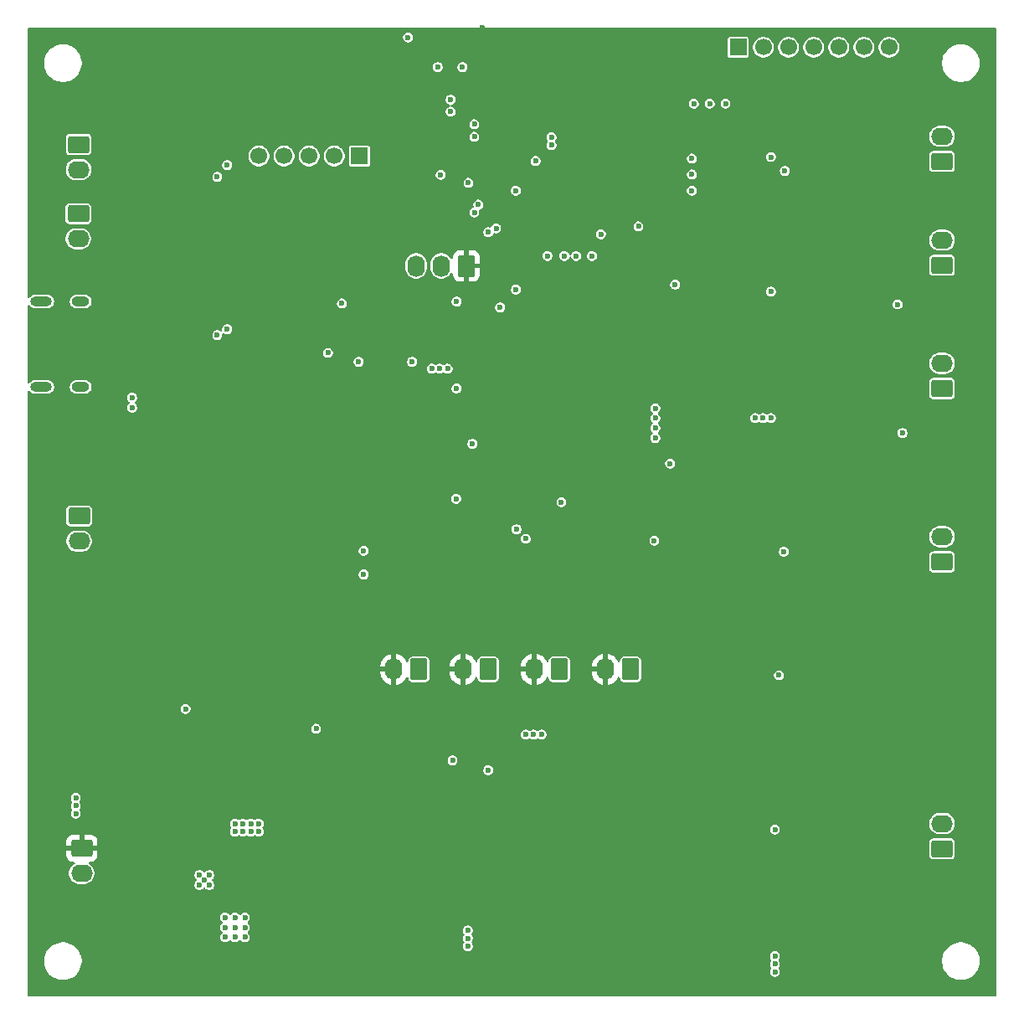
<source format=gbr>
G04 #@! TF.GenerationSoftware,KiCad,Pcbnew,9.0.5*
G04 #@! TF.CreationDate,2025-12-03T21:15:56-08:00*
G04 #@! TF.ProjectId,MusicalTeslaCoil,4d757369-6361-46c5-9465-736c61436f69,REV2*
G04 #@! TF.SameCoordinates,Original*
G04 #@! TF.FileFunction,Copper,L2,Inr*
G04 #@! TF.FilePolarity,Positive*
%FSLAX46Y46*%
G04 Gerber Fmt 4.6, Leading zero omitted, Abs format (unit mm)*
G04 Created by KiCad (PCBNEW 9.0.5) date 2025-12-03 21:15:56*
%MOMM*%
%LPD*%
G01*
G04 APERTURE LIST*
G04 Aperture macros list*
%AMRoundRect*
0 Rectangle with rounded corners*
0 $1 Rounding radius*
0 $2 $3 $4 $5 $6 $7 $8 $9 X,Y pos of 4 corners*
0 Add a 4 corners polygon primitive as box body*
4,1,4,$2,$3,$4,$5,$6,$7,$8,$9,$2,$3,0*
0 Add four circle primitives for the rounded corners*
1,1,$1+$1,$2,$3*
1,1,$1+$1,$4,$5*
1,1,$1+$1,$6,$7*
1,1,$1+$1,$8,$9*
0 Add four rect primitives between the rounded corners*
20,1,$1+$1,$2,$3,$4,$5,0*
20,1,$1+$1,$4,$5,$6,$7,0*
20,1,$1+$1,$6,$7,$8,$9,0*
20,1,$1+$1,$8,$9,$2,$3,0*%
G04 Aperture macros list end*
G04 #@! TA.AperFunction,HeatsinkPad*
%ADD10C,0.600000*%
G04 #@! TD*
G04 #@! TA.AperFunction,ComponentPad*
%ADD11RoundRect,0.250000X0.620000X0.845000X-0.620000X0.845000X-0.620000X-0.845000X0.620000X-0.845000X0*%
G04 #@! TD*
G04 #@! TA.AperFunction,ComponentPad*
%ADD12O,1.740000X2.190000*%
G04 #@! TD*
G04 #@! TA.AperFunction,ComponentPad*
%ADD13O,1.800000X1.000000*%
G04 #@! TD*
G04 #@! TA.AperFunction,ComponentPad*
%ADD14O,2.200000X1.000000*%
G04 #@! TD*
G04 #@! TA.AperFunction,ComponentPad*
%ADD15RoundRect,0.250000X0.845000X-0.620000X0.845000X0.620000X-0.845000X0.620000X-0.845000X-0.620000X0*%
G04 #@! TD*
G04 #@! TA.AperFunction,ComponentPad*
%ADD16O,2.190000X1.740000*%
G04 #@! TD*
G04 #@! TA.AperFunction,ComponentPad*
%ADD17R,1.700000X1.700000*%
G04 #@! TD*
G04 #@! TA.AperFunction,ComponentPad*
%ADD18C,1.700000*%
G04 #@! TD*
G04 #@! TA.AperFunction,ComponentPad*
%ADD19RoundRect,0.250000X-0.845000X0.620000X-0.845000X-0.620000X0.845000X-0.620000X0.845000X0.620000X0*%
G04 #@! TD*
G04 #@! TA.AperFunction,ViaPad*
%ADD20C,0.600000*%
G04 #@! TD*
G04 APERTURE END LIST*
D10*
X103200000Y-61400000D03*
X103200000Y-62800000D03*
X103900000Y-60700000D03*
X103900000Y-62100000D03*
X103900000Y-63500000D03*
X104600000Y-61400000D03*
X104600000Y-62800000D03*
X105300000Y-60700000D03*
X105300000Y-62100000D03*
X105300000Y-63500000D03*
X106000000Y-61400000D03*
X106000000Y-62800000D03*
D11*
X94400000Y-77600000D03*
D12*
X91860000Y-77600000D03*
X89320000Y-77600000D03*
D13*
X55400000Y-81200000D03*
X55400000Y-89840000D03*
D14*
X51400000Y-81200000D03*
X51400000Y-89840000D03*
D15*
X142500000Y-67040000D03*
D16*
X142500000Y-64500000D03*
D15*
X142500000Y-77540000D03*
D16*
X142500000Y-75000000D03*
D17*
X121880000Y-55500000D03*
D18*
X124420000Y-55500000D03*
X126960000Y-55500000D03*
X129500000Y-55500000D03*
X132040000Y-55500000D03*
X134580000Y-55500000D03*
X137120000Y-55500000D03*
D11*
X89600000Y-118400000D03*
D12*
X87060000Y-118400000D03*
D11*
X111000000Y-118400000D03*
D12*
X108460000Y-118400000D03*
D19*
X55180000Y-65325000D03*
D16*
X55180000Y-67865000D03*
D15*
X142488000Y-90000001D03*
D16*
X142488000Y-87460001D03*
D15*
X142500000Y-136540000D03*
D16*
X142500000Y-134000000D03*
D15*
X142500000Y-107540000D03*
D16*
X142500000Y-105000000D03*
D19*
X55236800Y-102900000D03*
D16*
X55236800Y-105440000D03*
D11*
X96600000Y-118400000D03*
D12*
X94060000Y-118400000D03*
D11*
X103800000Y-118400000D03*
D12*
X101260000Y-118400000D03*
D17*
X83580000Y-66500000D03*
D18*
X81040000Y-66500000D03*
X78500000Y-66500000D03*
X75960000Y-66500000D03*
X73420000Y-66500000D03*
D19*
X55160000Y-72325000D03*
D16*
X55160000Y-74865000D03*
D19*
X55500000Y-136500000D03*
D16*
X55500000Y-139040000D03*
D20*
X63000000Y-66400000D03*
X63000000Y-73600000D03*
X84000000Y-106400000D03*
X84000000Y-108799400D03*
X57400000Y-82300000D03*
X104299000Y-76600000D03*
X106300003Y-76600000D03*
X83500000Y-87300000D03*
X88900000Y-87300000D03*
X93358200Y-101158200D03*
X126600000Y-68000000D03*
X125200000Y-93000000D03*
X124400000Y-93000000D03*
X123600000Y-93000000D03*
X95799997Y-128600000D03*
X96600000Y-128600000D03*
X94550000Y-146400000D03*
X94550000Y-145600000D03*
X94550000Y-144800000D03*
X100400000Y-125000000D03*
X101200000Y-125000000D03*
X96900000Y-110300000D03*
X54900000Y-133000000D03*
X54900000Y-132200000D03*
X54900000Y-131400000D03*
X125600000Y-147400000D03*
X125600000Y-148200000D03*
X125600000Y-149000000D03*
X125600000Y-134600000D03*
X66000000Y-122400000D03*
X79600000Y-86400000D03*
X82600000Y-81400000D03*
X81800000Y-81400000D03*
X80400000Y-86400000D03*
X92599997Y-81200000D03*
X93400000Y-81200000D03*
X93400000Y-90000000D03*
X69200000Y-84600000D03*
X70200000Y-84000000D03*
X70200000Y-67400000D03*
X69200000Y-68600000D03*
X69800000Y-136200000D03*
X124500000Y-89500000D03*
X122500000Y-139000000D03*
X115000000Y-98400000D03*
X100500000Y-78500000D03*
X100000000Y-90500000D03*
X63000000Y-80800000D03*
X135500000Y-146500000D03*
X66600000Y-131000000D03*
X92300000Y-87200000D03*
X93500000Y-107500000D03*
X118200000Y-61200000D03*
X54900000Y-126600000D03*
X103400000Y-76600000D03*
X94713403Y-63904999D03*
X93200000Y-90800000D03*
X96000000Y-53500000D03*
X74000000Y-115691600D03*
X117202590Y-67551728D03*
X81700000Y-90200000D03*
X86000000Y-61500000D03*
X91000000Y-68400000D03*
X58108200Y-122391800D03*
X72200000Y-136200000D03*
X111500000Y-82000000D03*
X85000000Y-83800000D03*
X117200707Y-69187840D03*
X123099998Y-69700002D03*
X81000000Y-115691600D03*
X106500000Y-96500000D03*
X114200000Y-94600000D03*
X110600000Y-132425000D03*
X100200000Y-80000000D03*
X93400000Y-61400000D03*
X135500000Y-132000000D03*
X96000000Y-54500000D03*
X95000000Y-133500000D03*
X73000000Y-80000000D03*
X91100000Y-87200000D03*
X65600000Y-131000000D03*
X136000000Y-104500000D03*
X68500000Y-107691600D03*
X133450000Y-89950000D03*
X67600000Y-131000000D03*
X93358200Y-96141800D03*
X57400000Y-88700000D03*
X113000000Y-90000000D03*
X133506250Y-77506250D03*
X87500000Y-54500000D03*
X64500000Y-115191600D03*
X75000000Y-96645800D03*
X70600000Y-136200000D03*
X100000000Y-83500000D03*
X68600000Y-131000000D03*
X120500000Y-149000000D03*
X63000000Y-91200000D03*
X83000000Y-145400000D03*
X99600085Y-105019355D03*
X131749999Y-68850001D03*
X74100000Y-124200000D03*
X72300000Y-149300000D03*
X75300000Y-89345800D03*
X117500000Y-96500000D03*
X61350000Y-129250000D03*
X124000000Y-76000000D03*
X121500000Y-106500000D03*
X98500000Y-133500000D03*
X94550000Y-140050000D03*
X121000000Y-119000000D03*
X119000000Y-90500000D03*
X100000000Y-129000000D03*
X77391800Y-80108200D03*
X81500000Y-61000000D03*
X71400000Y-136200000D03*
X99400000Y-69200000D03*
X86249300Y-79749300D03*
X92776327Y-54017354D03*
X101800000Y-105600000D03*
X108000000Y-75200000D03*
X114200000Y-93600000D03*
X116500000Y-55000000D03*
X122500000Y-124500000D03*
X121000000Y-111000000D03*
X120500000Y-134500000D03*
X100000000Y-94000000D03*
X75000000Y-94645800D03*
X116500000Y-54000000D03*
X87400000Y-83800000D03*
X133200000Y-64425000D03*
X144000000Y-115500000D03*
X91050000Y-137050000D03*
X114200000Y-92400000D03*
X119800000Y-61200000D03*
X75000000Y-92645800D03*
X111800000Y-108900000D03*
X120500000Y-98500000D03*
X119500000Y-94500000D03*
X136500000Y-64500000D03*
X100400000Y-110400000D03*
X127100000Y-63500000D03*
X51300000Y-122700000D03*
X92400000Y-128200000D03*
X97000000Y-81848527D03*
X81854200Y-79854200D03*
X84137500Y-147637500D03*
X111000000Y-73600000D03*
X100000000Y-87000000D03*
X70000000Y-115191600D03*
X88000000Y-101000000D03*
X125200000Y-66600000D03*
X125200000Y-80200000D03*
X88500000Y-54500000D03*
X115500000Y-79500000D03*
X91500000Y-57500000D03*
X94000000Y-57501000D03*
X119000000Y-61200000D03*
X117199994Y-68351726D03*
X72000000Y-145500000D03*
X138000000Y-81500000D03*
X71000000Y-143500000D03*
X79200000Y-124400000D03*
X70000000Y-143500000D03*
X71000000Y-144500000D03*
X72000000Y-144500000D03*
X71000000Y-145500000D03*
X126500000Y-106500000D03*
X126000000Y-119000000D03*
X72000000Y-143500000D03*
X70000000Y-145500000D03*
X70000000Y-144500000D03*
X138500000Y-94500000D03*
X117399997Y-61200000D03*
X117198835Y-66751734D03*
X117200000Y-70000000D03*
X120600000Y-61200000D03*
X104000000Y-101500000D03*
X60600000Y-91934700D03*
X60600000Y-90934700D03*
X113400000Y-105400000D03*
X102000000Y-125000000D03*
X108005000Y-74395000D03*
X100400000Y-105200000D03*
X99470000Y-104230000D03*
X101400000Y-67000000D03*
X93000000Y-127600000D03*
X95200000Y-63270000D03*
X95200000Y-64540000D03*
X99400000Y-70000000D03*
X99400000Y-80000000D03*
X95000000Y-95600000D03*
X96600000Y-74200000D03*
X94600000Y-69200000D03*
X73400000Y-134800000D03*
X73400000Y-134000000D03*
X68400000Y-140200000D03*
X67400000Y-140200000D03*
X71000000Y-134800000D03*
X71000000Y-134000000D03*
X68400000Y-139200000D03*
X67400000Y-139200000D03*
X72600000Y-134000000D03*
X71800000Y-134000000D03*
X71800000Y-134800000D03*
X72600000Y-134800000D03*
X67900000Y-139700000D03*
X95600000Y-71397997D03*
X103000000Y-65400000D03*
X97800000Y-81800000D03*
X97400000Y-73800000D03*
X95200000Y-72198000D03*
X103000000Y-64600000D03*
X113500000Y-94000000D03*
X113500000Y-92000000D03*
X105500000Y-76600000D03*
X102600000Y-76600000D03*
X113500000Y-95000000D03*
X113500000Y-93000000D03*
X107100006Y-76600000D03*
X90899997Y-88000000D03*
X92800000Y-60800000D03*
X92500000Y-88000000D03*
X92800000Y-62000000D03*
X91700000Y-88000000D03*
X91800000Y-68400000D03*
X111800000Y-73600000D03*
X115000000Y-97600000D03*
G04 #@! TA.AperFunction,Conductor*
G36*
X147943039Y-53519685D02*
G01*
X147988794Y-53572489D01*
X148000000Y-53624000D01*
X148000000Y-151376000D01*
X147980315Y-151443039D01*
X147927511Y-151488794D01*
X147876000Y-151500000D01*
X50124000Y-151500000D01*
X50056961Y-151480315D01*
X50011206Y-151427511D01*
X50000000Y-151376000D01*
X50000000Y-147775441D01*
X51699500Y-147775441D01*
X51699500Y-148024558D01*
X51699501Y-148024575D01*
X51732017Y-148271561D01*
X51796498Y-148512207D01*
X51891830Y-148742361D01*
X51891837Y-148742376D01*
X52016400Y-148958126D01*
X52168060Y-149155774D01*
X52168066Y-149155781D01*
X52344218Y-149331933D01*
X52344225Y-149331939D01*
X52541873Y-149483599D01*
X52757623Y-149608162D01*
X52757638Y-149608169D01*
X52856825Y-149649253D01*
X52987793Y-149703502D01*
X53228435Y-149767982D01*
X53475435Y-149800500D01*
X53475442Y-149800500D01*
X53724558Y-149800500D01*
X53724565Y-149800500D01*
X53971565Y-149767982D01*
X54212207Y-149703502D01*
X54442373Y-149608164D01*
X54658127Y-149483599D01*
X54855776Y-149331938D01*
X55031938Y-149155776D01*
X55183599Y-148958127D01*
X55308164Y-148742373D01*
X55403502Y-148512207D01*
X55467982Y-148271565D01*
X55500500Y-148024565D01*
X55500500Y-147775435D01*
X55467982Y-147528435D01*
X55415912Y-147334108D01*
X125099500Y-147334108D01*
X125099500Y-147465891D01*
X125133608Y-147593187D01*
X125166554Y-147650250D01*
X125199500Y-147707314D01*
X125199502Y-147707316D01*
X125204505Y-147712319D01*
X125237990Y-147773642D01*
X125233006Y-147843334D01*
X125204505Y-147887681D01*
X125199502Y-147892683D01*
X125199500Y-147892686D01*
X125133608Y-148006812D01*
X125099500Y-148134108D01*
X125099500Y-148265891D01*
X125133608Y-148393187D01*
X125166554Y-148450250D01*
X125199500Y-148507314D01*
X125199502Y-148507316D01*
X125204505Y-148512319D01*
X125237990Y-148573642D01*
X125233006Y-148643334D01*
X125204505Y-148687681D01*
X125199502Y-148692683D01*
X125199500Y-148692686D01*
X125133608Y-148806812D01*
X125099500Y-148934108D01*
X125099500Y-149065891D01*
X125133608Y-149193187D01*
X125166554Y-149250250D01*
X125199500Y-149307314D01*
X125292686Y-149400500D01*
X125406814Y-149466392D01*
X125534108Y-149500500D01*
X125534110Y-149500500D01*
X125665890Y-149500500D01*
X125665892Y-149500500D01*
X125793186Y-149466392D01*
X125907314Y-149400500D01*
X126000500Y-149307314D01*
X126066392Y-149193186D01*
X126100500Y-149065892D01*
X126100500Y-148934108D01*
X126066392Y-148806814D01*
X126000500Y-148692686D01*
X125995495Y-148687681D01*
X125962010Y-148626358D01*
X125966994Y-148556666D01*
X125995495Y-148512319D01*
X125995607Y-148512207D01*
X126000500Y-148507314D01*
X126066392Y-148393186D01*
X126100500Y-148265892D01*
X126100500Y-148134108D01*
X126066392Y-148006814D01*
X126000500Y-147892686D01*
X125995495Y-147887681D01*
X125994102Y-147885131D01*
X125991618Y-147883625D01*
X125977461Y-147854654D01*
X125962010Y-147826358D01*
X125962217Y-147823459D01*
X125960942Y-147820850D01*
X125964693Y-147788830D01*
X125965651Y-147775441D01*
X142499500Y-147775441D01*
X142499500Y-148024558D01*
X142499501Y-148024575D01*
X142532017Y-148271561D01*
X142596498Y-148512207D01*
X142691830Y-148742361D01*
X142691837Y-148742376D01*
X142816400Y-148958126D01*
X142968060Y-149155774D01*
X142968066Y-149155781D01*
X143144218Y-149331933D01*
X143144225Y-149331939D01*
X143341873Y-149483599D01*
X143557623Y-149608162D01*
X143557638Y-149608169D01*
X143656825Y-149649253D01*
X143787793Y-149703502D01*
X144028435Y-149767982D01*
X144275435Y-149800500D01*
X144275442Y-149800500D01*
X144524558Y-149800500D01*
X144524565Y-149800500D01*
X144771565Y-149767982D01*
X145012207Y-149703502D01*
X145242373Y-149608164D01*
X145458127Y-149483599D01*
X145655776Y-149331938D01*
X145831938Y-149155776D01*
X145983599Y-148958127D01*
X146108164Y-148742373D01*
X146203502Y-148512207D01*
X146267982Y-148271565D01*
X146300500Y-148024565D01*
X146300500Y-147775435D01*
X146267982Y-147528435D01*
X146203502Y-147287793D01*
X146108164Y-147057627D01*
X145983599Y-146841873D01*
X145831939Y-146644225D01*
X145831933Y-146644218D01*
X145655781Y-146468066D01*
X145655774Y-146468060D01*
X145458126Y-146316400D01*
X145242376Y-146191837D01*
X145242361Y-146191830D01*
X145012207Y-146096498D01*
X144771561Y-146032017D01*
X144524575Y-145999501D01*
X144524570Y-145999500D01*
X144524565Y-145999500D01*
X144275435Y-145999500D01*
X144275429Y-145999500D01*
X144275424Y-145999501D01*
X144028438Y-146032017D01*
X143787792Y-146096498D01*
X143557638Y-146191830D01*
X143557623Y-146191837D01*
X143341873Y-146316400D01*
X143144225Y-146468060D01*
X143144218Y-146468066D01*
X142968066Y-146644218D01*
X142968060Y-146644225D01*
X142816400Y-146841873D01*
X142691837Y-147057623D01*
X142691830Y-147057638D01*
X142596498Y-147287792D01*
X142532017Y-147528438D01*
X142499501Y-147775424D01*
X142499500Y-147775441D01*
X125965651Y-147775441D01*
X125966994Y-147756666D01*
X125968837Y-147753463D01*
X125969073Y-147751456D01*
X125975332Y-147742183D01*
X125987372Y-147721275D01*
X125991209Y-147716604D01*
X126000500Y-147707314D01*
X126066392Y-147593186D01*
X126100500Y-147465892D01*
X126100500Y-147334108D01*
X126066392Y-147206814D01*
X126000500Y-147092686D01*
X125907314Y-146999500D01*
X125850250Y-146966554D01*
X125793187Y-146933608D01*
X125729539Y-146916554D01*
X125665892Y-146899500D01*
X125534108Y-146899500D01*
X125406812Y-146933608D01*
X125292686Y-146999500D01*
X125292683Y-146999502D01*
X125199502Y-147092683D01*
X125199500Y-147092686D01*
X125133608Y-147206812D01*
X125099500Y-147334108D01*
X55415912Y-147334108D01*
X55403502Y-147287793D01*
X55308164Y-147057627D01*
X55183599Y-146841873D01*
X55031939Y-146644225D01*
X55031933Y-146644218D01*
X54855781Y-146468066D01*
X54855774Y-146468060D01*
X54658126Y-146316400D01*
X54442376Y-146191837D01*
X54442361Y-146191830D01*
X54212207Y-146096498D01*
X53971561Y-146032017D01*
X53724575Y-145999501D01*
X53724570Y-145999500D01*
X53724565Y-145999500D01*
X53475435Y-145999500D01*
X53475429Y-145999500D01*
X53475424Y-145999501D01*
X53228438Y-146032017D01*
X52987792Y-146096498D01*
X52757638Y-146191830D01*
X52757623Y-146191837D01*
X52541873Y-146316400D01*
X52344225Y-146468060D01*
X52344218Y-146468066D01*
X52168066Y-146644218D01*
X52168060Y-146644225D01*
X52016400Y-146841873D01*
X51891837Y-147057623D01*
X51891830Y-147057638D01*
X51796498Y-147287792D01*
X51732017Y-147528438D01*
X51699501Y-147775424D01*
X51699500Y-147775441D01*
X50000000Y-147775441D01*
X50000000Y-143434108D01*
X69499500Y-143434108D01*
X69499500Y-143565891D01*
X69533608Y-143693187D01*
X69566554Y-143750250D01*
X69599500Y-143807314D01*
X69599502Y-143807316D01*
X69692687Y-143900501D01*
X69694158Y-143901630D01*
X69695083Y-143902897D01*
X69698433Y-143906247D01*
X69697910Y-143906769D01*
X69735356Y-143958060D01*
X69739506Y-144027807D01*
X69705289Y-144088725D01*
X69694158Y-144098370D01*
X69692687Y-144099498D01*
X69599502Y-144192683D01*
X69599500Y-144192686D01*
X69533608Y-144306812D01*
X69499500Y-144434108D01*
X69499500Y-144565891D01*
X69533608Y-144693187D01*
X69566554Y-144750250D01*
X69599500Y-144807314D01*
X69599502Y-144807316D01*
X69692687Y-144900501D01*
X69694158Y-144901630D01*
X69695083Y-144902897D01*
X69698433Y-144906247D01*
X69697910Y-144906769D01*
X69735356Y-144958060D01*
X69739506Y-145027807D01*
X69705289Y-145088725D01*
X69694158Y-145098370D01*
X69692687Y-145099498D01*
X69599502Y-145192683D01*
X69599500Y-145192686D01*
X69533608Y-145306812D01*
X69499500Y-145434108D01*
X69499500Y-145565891D01*
X69533608Y-145693187D01*
X69566554Y-145750250D01*
X69599500Y-145807314D01*
X69692686Y-145900500D01*
X69806814Y-145966392D01*
X69934108Y-146000500D01*
X69934110Y-146000500D01*
X70065890Y-146000500D01*
X70065892Y-146000500D01*
X70193186Y-145966392D01*
X70307314Y-145900500D01*
X70400500Y-145807314D01*
X70400504Y-145807306D01*
X70401625Y-145805847D01*
X70402892Y-145804921D01*
X70406247Y-145801567D01*
X70406770Y-145802090D01*
X70458053Y-145764645D01*
X70527799Y-145760491D01*
X70588719Y-145794704D01*
X70598375Y-145805847D01*
X70599498Y-145807311D01*
X70599500Y-145807314D01*
X70692686Y-145900500D01*
X70806814Y-145966392D01*
X70934108Y-146000500D01*
X70934110Y-146000500D01*
X71065890Y-146000500D01*
X71065892Y-146000500D01*
X71193186Y-145966392D01*
X71307314Y-145900500D01*
X71400500Y-145807314D01*
X71400504Y-145807306D01*
X71401625Y-145805847D01*
X71402892Y-145804921D01*
X71406247Y-145801567D01*
X71406770Y-145802090D01*
X71458053Y-145764645D01*
X71527799Y-145760491D01*
X71588719Y-145794704D01*
X71598375Y-145805847D01*
X71599498Y-145807311D01*
X71599500Y-145807314D01*
X71692686Y-145900500D01*
X71806814Y-145966392D01*
X71934108Y-146000500D01*
X71934110Y-146000500D01*
X72065890Y-146000500D01*
X72065892Y-146000500D01*
X72193186Y-145966392D01*
X72307314Y-145900500D01*
X72400500Y-145807314D01*
X72466392Y-145693186D01*
X72500500Y-145565892D01*
X72500500Y-145434108D01*
X72466392Y-145306814D01*
X72400500Y-145192686D01*
X72307314Y-145099500D01*
X72307311Y-145099498D01*
X72305847Y-145098375D01*
X72304921Y-145097107D01*
X72301567Y-145093753D01*
X72302090Y-145093229D01*
X72264645Y-145041947D01*
X72260491Y-144972201D01*
X72294704Y-144911281D01*
X72305847Y-144901625D01*
X72307306Y-144900504D01*
X72307314Y-144900500D01*
X72400500Y-144807314D01*
X72442766Y-144734108D01*
X94049500Y-144734108D01*
X94049500Y-144865891D01*
X94083608Y-144993187D01*
X94087542Y-145000000D01*
X94149500Y-145107314D01*
X94149502Y-145107316D01*
X94154505Y-145112319D01*
X94187990Y-145173642D01*
X94183006Y-145243334D01*
X94154505Y-145287681D01*
X94149502Y-145292683D01*
X94149500Y-145292686D01*
X94083608Y-145406812D01*
X94049500Y-145534108D01*
X94049500Y-145665891D01*
X94083608Y-145793187D01*
X94091766Y-145807316D01*
X94149500Y-145907314D01*
X94149502Y-145907316D01*
X94154505Y-145912319D01*
X94187990Y-145973642D01*
X94183006Y-146043334D01*
X94154505Y-146087681D01*
X94149502Y-146092683D01*
X94149500Y-146092686D01*
X94083608Y-146206812D01*
X94049500Y-146334108D01*
X94049500Y-146465892D01*
X94050083Y-146468066D01*
X94083608Y-146593187D01*
X94113071Y-146644218D01*
X94149500Y-146707314D01*
X94242686Y-146800500D01*
X94356814Y-146866392D01*
X94484108Y-146900500D01*
X94484110Y-146900500D01*
X94615890Y-146900500D01*
X94615892Y-146900500D01*
X94743186Y-146866392D01*
X94857314Y-146800500D01*
X94950500Y-146707314D01*
X95016392Y-146593186D01*
X95050500Y-146465892D01*
X95050500Y-146334108D01*
X95016392Y-146206814D01*
X94950500Y-146092686D01*
X94945495Y-146087681D01*
X94912010Y-146026358D01*
X94916994Y-145956666D01*
X94945495Y-145912319D01*
X94950500Y-145907314D01*
X95016392Y-145793186D01*
X95050500Y-145665892D01*
X95050500Y-145534108D01*
X95016392Y-145406814D01*
X94950500Y-145292686D01*
X94945495Y-145287681D01*
X94912010Y-145226358D01*
X94916994Y-145156666D01*
X94945495Y-145112319D01*
X94950500Y-145107314D01*
X95016392Y-144993186D01*
X95050500Y-144865892D01*
X95050500Y-144734108D01*
X95016392Y-144606814D01*
X94950500Y-144492686D01*
X94857314Y-144399500D01*
X94800250Y-144366554D01*
X94743187Y-144333608D01*
X94643188Y-144306814D01*
X94615892Y-144299500D01*
X94484108Y-144299500D01*
X94356812Y-144333608D01*
X94242686Y-144399500D01*
X94242683Y-144399502D01*
X94149502Y-144492683D01*
X94149500Y-144492686D01*
X94083608Y-144606812D01*
X94049500Y-144734108D01*
X72442766Y-144734108D01*
X72466392Y-144693186D01*
X72500500Y-144565892D01*
X72500500Y-144434108D01*
X72466392Y-144306814D01*
X72400500Y-144192686D01*
X72307314Y-144099500D01*
X72307311Y-144099498D01*
X72305847Y-144098375D01*
X72304921Y-144097107D01*
X72301567Y-144093753D01*
X72302090Y-144093229D01*
X72264645Y-144041947D01*
X72260491Y-143972201D01*
X72294704Y-143911281D01*
X72305847Y-143901625D01*
X72307306Y-143900504D01*
X72307314Y-143900500D01*
X72400500Y-143807314D01*
X72466392Y-143693186D01*
X72500500Y-143565892D01*
X72500500Y-143434108D01*
X72466392Y-143306814D01*
X72400500Y-143192686D01*
X72307314Y-143099500D01*
X72250250Y-143066554D01*
X72193187Y-143033608D01*
X72129539Y-143016554D01*
X72065892Y-142999500D01*
X71934108Y-142999500D01*
X71806812Y-143033608D01*
X71692686Y-143099500D01*
X71692683Y-143099502D01*
X71599498Y-143192687D01*
X71598370Y-143194158D01*
X71597102Y-143195083D01*
X71593753Y-143198433D01*
X71593230Y-143197910D01*
X71541940Y-143235356D01*
X71472193Y-143239506D01*
X71411275Y-143205289D01*
X71401630Y-143194158D01*
X71400501Y-143192687D01*
X71307316Y-143099502D01*
X71307314Y-143099500D01*
X71250250Y-143066554D01*
X71193187Y-143033608D01*
X71129539Y-143016554D01*
X71065892Y-142999500D01*
X70934108Y-142999500D01*
X70806812Y-143033608D01*
X70692686Y-143099500D01*
X70692683Y-143099502D01*
X70599498Y-143192687D01*
X70598370Y-143194158D01*
X70597102Y-143195083D01*
X70593753Y-143198433D01*
X70593230Y-143197910D01*
X70541940Y-143235356D01*
X70472193Y-143239506D01*
X70411275Y-143205289D01*
X70401630Y-143194158D01*
X70400501Y-143192687D01*
X70307316Y-143099502D01*
X70307314Y-143099500D01*
X70250250Y-143066554D01*
X70193187Y-143033608D01*
X70129539Y-143016554D01*
X70065892Y-142999500D01*
X69934108Y-142999500D01*
X69806812Y-143033608D01*
X69692686Y-143099500D01*
X69692683Y-143099502D01*
X69599502Y-143192683D01*
X69599500Y-143192686D01*
X69533608Y-143306812D01*
X69499500Y-143434108D01*
X50000000Y-143434108D01*
X50000000Y-135830013D01*
X53905000Y-135830013D01*
X53905000Y-136250000D01*
X54957291Y-136250000D01*
X54945548Y-136270339D01*
X54905000Y-136421667D01*
X54905000Y-136578333D01*
X54945548Y-136729661D01*
X54957291Y-136750000D01*
X53905001Y-136750000D01*
X53905001Y-137169986D01*
X53915494Y-137272697D01*
X53970641Y-137439119D01*
X53970643Y-137439124D01*
X54062684Y-137588345D01*
X54186654Y-137712315D01*
X54335875Y-137804356D01*
X54335880Y-137804358D01*
X54502302Y-137859505D01*
X54502309Y-137859506D01*
X54605019Y-137869999D01*
X54690404Y-137869999D01*
X54757443Y-137889683D01*
X54803199Y-137942486D01*
X54813143Y-138011645D01*
X54784119Y-138075201D01*
X54759296Y-138097101D01*
X54592596Y-138208487D01*
X54592592Y-138208490D01*
X54443490Y-138357592D01*
X54443487Y-138357596D01*
X54326338Y-138532921D01*
X54326333Y-138532930D01*
X54245638Y-138727746D01*
X54245636Y-138727754D01*
X54204500Y-138934560D01*
X54204500Y-139145439D01*
X54245636Y-139352245D01*
X54245638Y-139352253D01*
X54326333Y-139547069D01*
X54326338Y-139547078D01*
X54443487Y-139722403D01*
X54443490Y-139722407D01*
X54592592Y-139871509D01*
X54592596Y-139871512D01*
X54767921Y-139988661D01*
X54767927Y-139988664D01*
X54767928Y-139988665D01*
X54962747Y-140069362D01*
X55169560Y-140110499D01*
X55169564Y-140110500D01*
X55169565Y-140110500D01*
X55830436Y-140110500D01*
X55830437Y-140110499D01*
X56037253Y-140069362D01*
X56232072Y-139988665D01*
X56407404Y-139871512D01*
X56556512Y-139722404D01*
X56673665Y-139547072D01*
X56754362Y-139352253D01*
X56795500Y-139145435D01*
X56795500Y-139134108D01*
X66899500Y-139134108D01*
X66899500Y-139265891D01*
X66933608Y-139393187D01*
X66966554Y-139450250D01*
X66999500Y-139507314D01*
X66999502Y-139507316D01*
X67092687Y-139600501D01*
X67094158Y-139601630D01*
X67095083Y-139602897D01*
X67098433Y-139606247D01*
X67097910Y-139606769D01*
X67135356Y-139658060D01*
X67139506Y-139727807D01*
X67105289Y-139788725D01*
X67094158Y-139798370D01*
X67092687Y-139799498D01*
X66999502Y-139892683D01*
X66999500Y-139892686D01*
X66933608Y-140006812D01*
X66899500Y-140134108D01*
X66899500Y-140265891D01*
X66933608Y-140393187D01*
X66966554Y-140450250D01*
X66999500Y-140507314D01*
X67092686Y-140600500D01*
X67206814Y-140666392D01*
X67334108Y-140700500D01*
X67334110Y-140700500D01*
X67465890Y-140700500D01*
X67465892Y-140700500D01*
X67593186Y-140666392D01*
X67707314Y-140600500D01*
X67800500Y-140507314D01*
X67800504Y-140507306D01*
X67801625Y-140505847D01*
X67802892Y-140504921D01*
X67806247Y-140501567D01*
X67806770Y-140502090D01*
X67858053Y-140464645D01*
X67927799Y-140460491D01*
X67988719Y-140494704D01*
X67998375Y-140505847D01*
X67999498Y-140507311D01*
X67999500Y-140507314D01*
X68092686Y-140600500D01*
X68206814Y-140666392D01*
X68334108Y-140700500D01*
X68334110Y-140700500D01*
X68465890Y-140700500D01*
X68465892Y-140700500D01*
X68593186Y-140666392D01*
X68707314Y-140600500D01*
X68800500Y-140507314D01*
X68866392Y-140393186D01*
X68900500Y-140265892D01*
X68900500Y-140134108D01*
X68866392Y-140006814D01*
X68800500Y-139892686D01*
X68707314Y-139799500D01*
X68707311Y-139799498D01*
X68705847Y-139798375D01*
X68704921Y-139797107D01*
X68701567Y-139793753D01*
X68702090Y-139793229D01*
X68664645Y-139741947D01*
X68660491Y-139672201D01*
X68694704Y-139611281D01*
X68705847Y-139601625D01*
X68707306Y-139600504D01*
X68707314Y-139600500D01*
X68800500Y-139507314D01*
X68866392Y-139393186D01*
X68900500Y-139265892D01*
X68900500Y-139134108D01*
X68866392Y-139006814D01*
X68800500Y-138892686D01*
X68707314Y-138799500D01*
X68650250Y-138766554D01*
X68593187Y-138733608D01*
X68529539Y-138716554D01*
X68465892Y-138699500D01*
X68334108Y-138699500D01*
X68206812Y-138733608D01*
X68092686Y-138799500D01*
X68092683Y-138799502D01*
X67999498Y-138892687D01*
X67998370Y-138894158D01*
X67997102Y-138895083D01*
X67993753Y-138898433D01*
X67993230Y-138897910D01*
X67941940Y-138935356D01*
X67872193Y-138939506D01*
X67811275Y-138905289D01*
X67801630Y-138894158D01*
X67800501Y-138892687D01*
X67707316Y-138799502D01*
X67707314Y-138799500D01*
X67650250Y-138766554D01*
X67593187Y-138733608D01*
X67529539Y-138716554D01*
X67465892Y-138699500D01*
X67334108Y-138699500D01*
X67206812Y-138733608D01*
X67092686Y-138799500D01*
X67092683Y-138799502D01*
X66999502Y-138892683D01*
X66999500Y-138892686D01*
X66933608Y-139006812D01*
X66899500Y-139134108D01*
X56795500Y-139134108D01*
X56795500Y-138934565D01*
X56754362Y-138727747D01*
X56673665Y-138532928D01*
X56673664Y-138532927D01*
X56673661Y-138532921D01*
X56556512Y-138357596D01*
X56556509Y-138357592D01*
X56407407Y-138208490D01*
X56407403Y-138208487D01*
X56240702Y-138097101D01*
X56195897Y-138043489D01*
X56187190Y-137974164D01*
X56217344Y-137911137D01*
X56276787Y-137874417D01*
X56309593Y-137869999D01*
X56394971Y-137869999D01*
X56394987Y-137869998D01*
X56497697Y-137859505D01*
X56664119Y-137804358D01*
X56664124Y-137804356D01*
X56813345Y-137712315D01*
X56937315Y-137588345D01*
X57029356Y-137439124D01*
X57029358Y-137439119D01*
X57084505Y-137272697D01*
X57084506Y-137272690D01*
X57094999Y-137169986D01*
X57095000Y-137169973D01*
X57095000Y-136750000D01*
X56042709Y-136750000D01*
X56054452Y-136729661D01*
X56095000Y-136578333D01*
X56095000Y-136421667D01*
X56054452Y-136270339D01*
X56042709Y-136250000D01*
X57094999Y-136250000D01*
X57094999Y-135865730D01*
X141204500Y-135865730D01*
X141204500Y-137214269D01*
X141207353Y-137244699D01*
X141207353Y-137244701D01*
X141252206Y-137372880D01*
X141252207Y-137372882D01*
X141332850Y-137482150D01*
X141442118Y-137562793D01*
X141484845Y-137577744D01*
X141570299Y-137607646D01*
X141600730Y-137610500D01*
X141600734Y-137610500D01*
X143399270Y-137610500D01*
X143429699Y-137607646D01*
X143429701Y-137607646D01*
X143493790Y-137585219D01*
X143557882Y-137562793D01*
X143667150Y-137482150D01*
X143747793Y-137372882D01*
X143770219Y-137308790D01*
X143792646Y-137244701D01*
X143792646Y-137244699D01*
X143795500Y-137214269D01*
X143795500Y-135865730D01*
X143792646Y-135835300D01*
X143792646Y-135835298D01*
X143747793Y-135707119D01*
X143747792Y-135707117D01*
X143667150Y-135597850D01*
X143557882Y-135517207D01*
X143557880Y-135517206D01*
X143429700Y-135472353D01*
X143399270Y-135469500D01*
X143399266Y-135469500D01*
X141600734Y-135469500D01*
X141600730Y-135469500D01*
X141570300Y-135472353D01*
X141570298Y-135472353D01*
X141442119Y-135517206D01*
X141442117Y-135517207D01*
X141332850Y-135597850D01*
X141252207Y-135707117D01*
X141252206Y-135707119D01*
X141207353Y-135835298D01*
X141207353Y-135835300D01*
X141204500Y-135865730D01*
X57094999Y-135865730D01*
X57094999Y-135830028D01*
X57094998Y-135830013D01*
X57084505Y-135727302D01*
X57029358Y-135560880D01*
X57029356Y-135560875D01*
X56937315Y-135411654D01*
X56813345Y-135287684D01*
X56664124Y-135195643D01*
X56664119Y-135195641D01*
X56497697Y-135140494D01*
X56497690Y-135140493D01*
X56394986Y-135130000D01*
X55750000Y-135130000D01*
X55750000Y-135957290D01*
X55729661Y-135945548D01*
X55578333Y-135905000D01*
X55421667Y-135905000D01*
X55270339Y-135945548D01*
X55250000Y-135957290D01*
X55250000Y-135130000D01*
X54605028Y-135130000D01*
X54605012Y-135130001D01*
X54502302Y-135140494D01*
X54335880Y-135195641D01*
X54335875Y-135195643D01*
X54186654Y-135287684D01*
X54062684Y-135411654D01*
X53970643Y-135560875D01*
X53970641Y-135560880D01*
X53915494Y-135727302D01*
X53915493Y-135727309D01*
X53905000Y-135830013D01*
X50000000Y-135830013D01*
X50000000Y-133934108D01*
X70499500Y-133934108D01*
X70499500Y-134065892D01*
X70516554Y-134129539D01*
X70533608Y-134193187D01*
X70566554Y-134250250D01*
X70599500Y-134307314D01*
X70599502Y-134307316D01*
X70604505Y-134312319D01*
X70637990Y-134373642D01*
X70633006Y-134443334D01*
X70604505Y-134487681D01*
X70599502Y-134492683D01*
X70599500Y-134492686D01*
X70533608Y-134606812D01*
X70517778Y-134665892D01*
X70499500Y-134734108D01*
X70499500Y-134865892D01*
X70516554Y-134929539D01*
X70533608Y-134993187D01*
X70554494Y-135029362D01*
X70599500Y-135107314D01*
X70692686Y-135200500D01*
X70806814Y-135266392D01*
X70934108Y-135300500D01*
X70934110Y-135300500D01*
X71065890Y-135300500D01*
X71065892Y-135300500D01*
X71193186Y-135266392D01*
X71307314Y-135200500D01*
X71312319Y-135195495D01*
X71373642Y-135162010D01*
X71443334Y-135166994D01*
X71487681Y-135195495D01*
X71492686Y-135200500D01*
X71606814Y-135266392D01*
X71734108Y-135300500D01*
X71734110Y-135300500D01*
X71865890Y-135300500D01*
X71865892Y-135300500D01*
X71993186Y-135266392D01*
X72107314Y-135200500D01*
X72112319Y-135195495D01*
X72173642Y-135162010D01*
X72243334Y-135166994D01*
X72287681Y-135195495D01*
X72292686Y-135200500D01*
X72406814Y-135266392D01*
X72534108Y-135300500D01*
X72534110Y-135300500D01*
X72665890Y-135300500D01*
X72665892Y-135300500D01*
X72793186Y-135266392D01*
X72907314Y-135200500D01*
X72912319Y-135195495D01*
X72973642Y-135162010D01*
X73043334Y-135166994D01*
X73087681Y-135195495D01*
X73092686Y-135200500D01*
X73206814Y-135266392D01*
X73334108Y-135300500D01*
X73334110Y-135300500D01*
X73465890Y-135300500D01*
X73465892Y-135300500D01*
X73593186Y-135266392D01*
X73707314Y-135200500D01*
X73800500Y-135107314D01*
X73866392Y-134993186D01*
X73900500Y-134865892D01*
X73900500Y-134734108D01*
X73866392Y-134606814D01*
X73824415Y-134534108D01*
X125099500Y-134534108D01*
X125099500Y-134665892D01*
X125103925Y-134682407D01*
X125133608Y-134793187D01*
X125166554Y-134850250D01*
X125199500Y-134907314D01*
X125292686Y-135000500D01*
X125406814Y-135066392D01*
X125534108Y-135100500D01*
X125534110Y-135100500D01*
X125665890Y-135100500D01*
X125665892Y-135100500D01*
X125793186Y-135066392D01*
X125907314Y-135000500D01*
X126000500Y-134907314D01*
X126066392Y-134793186D01*
X126100500Y-134665892D01*
X126100500Y-134534108D01*
X126066392Y-134406814D01*
X126000500Y-134292686D01*
X125907314Y-134199500D01*
X125850250Y-134166554D01*
X125793187Y-134133608D01*
X125729539Y-134116554D01*
X125665892Y-134099500D01*
X125534108Y-134099500D01*
X125406812Y-134133608D01*
X125292686Y-134199500D01*
X125292683Y-134199502D01*
X125199502Y-134292683D01*
X125199500Y-134292686D01*
X125133608Y-134406812D01*
X125099500Y-134534108D01*
X73824415Y-134534108D01*
X73800500Y-134492686D01*
X73785759Y-134477945D01*
X73778397Y-134466312D01*
X73772421Y-134445425D01*
X73762010Y-134426358D01*
X73763001Y-134412497D01*
X73759179Y-134399137D01*
X73765444Y-134378336D01*
X73766994Y-134356666D01*
X73776362Y-134342089D01*
X73779330Y-134332236D01*
X73786792Y-134325860D01*
X73795495Y-134312319D01*
X73795569Y-134312245D01*
X73800500Y-134307314D01*
X73866392Y-134193186D01*
X73900500Y-134065892D01*
X73900500Y-133934108D01*
X73889903Y-133894560D01*
X141204500Y-133894560D01*
X141204500Y-134105439D01*
X141245636Y-134312245D01*
X141245638Y-134312253D01*
X141326333Y-134507069D01*
X141326338Y-134507078D01*
X141443487Y-134682403D01*
X141443490Y-134682407D01*
X141592592Y-134831509D01*
X141592596Y-134831512D01*
X141767921Y-134948661D01*
X141767927Y-134948664D01*
X141767928Y-134948665D01*
X141962747Y-135029362D01*
X142169560Y-135070499D01*
X142169564Y-135070500D01*
X142169565Y-135070500D01*
X142830436Y-135070500D01*
X142830437Y-135070499D01*
X143037253Y-135029362D01*
X143232072Y-134948665D01*
X143407404Y-134831512D01*
X143556512Y-134682404D01*
X143673665Y-134507072D01*
X143754362Y-134312253D01*
X143795500Y-134105435D01*
X143795500Y-133894565D01*
X143754362Y-133687747D01*
X143690515Y-133533608D01*
X143673666Y-133492930D01*
X143673661Y-133492921D01*
X143556512Y-133317596D01*
X143556509Y-133317592D01*
X143407407Y-133168490D01*
X143407403Y-133168487D01*
X143232078Y-133051338D01*
X143232069Y-133051333D01*
X143037253Y-132970638D01*
X143037245Y-132970636D01*
X142830439Y-132929500D01*
X142830435Y-132929500D01*
X142169565Y-132929500D01*
X142169560Y-132929500D01*
X141962754Y-132970636D01*
X141962746Y-132970638D01*
X141767930Y-133051333D01*
X141767921Y-133051338D01*
X141592596Y-133168487D01*
X141592592Y-133168490D01*
X141443490Y-133317592D01*
X141443487Y-133317596D01*
X141326338Y-133492921D01*
X141326333Y-133492930D01*
X141245638Y-133687746D01*
X141245636Y-133687754D01*
X141204500Y-133894560D01*
X73889903Y-133894560D01*
X73866392Y-133806814D01*
X73800500Y-133692686D01*
X73707314Y-133599500D01*
X73650250Y-133566554D01*
X73593187Y-133533608D01*
X73529539Y-133516554D01*
X73465892Y-133499500D01*
X73334108Y-133499500D01*
X73206812Y-133533608D01*
X73092686Y-133599500D01*
X73092683Y-133599502D01*
X73087681Y-133604505D01*
X73026358Y-133637990D01*
X72956666Y-133633006D01*
X72912319Y-133604505D01*
X72907316Y-133599502D01*
X72907314Y-133599500D01*
X72850250Y-133566554D01*
X72793187Y-133533608D01*
X72729539Y-133516554D01*
X72665892Y-133499500D01*
X72534108Y-133499500D01*
X72406812Y-133533608D01*
X72292686Y-133599500D01*
X72292683Y-133599502D01*
X72287681Y-133604505D01*
X72226358Y-133637990D01*
X72156666Y-133633006D01*
X72112319Y-133604505D01*
X72107316Y-133599502D01*
X72107314Y-133599500D01*
X72050250Y-133566554D01*
X71993187Y-133533608D01*
X71929539Y-133516554D01*
X71865892Y-133499500D01*
X71734108Y-133499500D01*
X71606812Y-133533608D01*
X71492686Y-133599500D01*
X71492683Y-133599502D01*
X71487681Y-133604505D01*
X71426358Y-133637990D01*
X71356666Y-133633006D01*
X71312319Y-133604505D01*
X71307316Y-133599502D01*
X71307314Y-133599500D01*
X71250250Y-133566554D01*
X71193187Y-133533608D01*
X71129539Y-133516554D01*
X71065892Y-133499500D01*
X70934108Y-133499500D01*
X70806812Y-133533608D01*
X70692686Y-133599500D01*
X70692683Y-133599502D01*
X70599502Y-133692683D01*
X70599500Y-133692686D01*
X70533608Y-133806812D01*
X70503128Y-133920567D01*
X70499500Y-133934108D01*
X50000000Y-133934108D01*
X50000000Y-131334108D01*
X54399500Y-131334108D01*
X54399500Y-131465891D01*
X54433608Y-131593187D01*
X54466554Y-131650250D01*
X54499500Y-131707314D01*
X54499502Y-131707316D01*
X54504505Y-131712319D01*
X54537990Y-131773642D01*
X54533006Y-131843334D01*
X54504505Y-131887681D01*
X54499502Y-131892683D01*
X54499500Y-131892686D01*
X54433608Y-132006812D01*
X54399500Y-132134108D01*
X54399500Y-132265891D01*
X54433608Y-132393187D01*
X54466554Y-132450250D01*
X54499500Y-132507314D01*
X54499502Y-132507316D01*
X54504505Y-132512319D01*
X54537990Y-132573642D01*
X54533006Y-132643334D01*
X54504505Y-132687681D01*
X54499502Y-132692683D01*
X54499500Y-132692686D01*
X54433608Y-132806812D01*
X54399500Y-132934108D01*
X54399500Y-133065891D01*
X54433608Y-133193187D01*
X54466554Y-133250250D01*
X54499500Y-133307314D01*
X54592686Y-133400500D01*
X54706814Y-133466392D01*
X54834108Y-133500500D01*
X54834110Y-133500500D01*
X54965890Y-133500500D01*
X54965892Y-133500500D01*
X55093186Y-133466392D01*
X55207314Y-133400500D01*
X55300500Y-133307314D01*
X55366392Y-133193186D01*
X55400500Y-133065892D01*
X55400500Y-132934108D01*
X55366392Y-132806814D01*
X55300500Y-132692686D01*
X55295495Y-132687681D01*
X55262010Y-132626358D01*
X55266994Y-132556666D01*
X55295495Y-132512319D01*
X55300500Y-132507314D01*
X55366392Y-132393186D01*
X55400500Y-132265892D01*
X55400500Y-132134108D01*
X55366392Y-132006814D01*
X55300500Y-131892686D01*
X55295495Y-131887681D01*
X55262010Y-131826358D01*
X55266994Y-131756666D01*
X55295495Y-131712319D01*
X55300500Y-131707314D01*
X55366392Y-131593186D01*
X55400500Y-131465892D01*
X55400500Y-131334108D01*
X55366392Y-131206814D01*
X55300500Y-131092686D01*
X55207314Y-130999500D01*
X55150250Y-130966554D01*
X55093187Y-130933608D01*
X55029539Y-130916554D01*
X54965892Y-130899500D01*
X54834108Y-130899500D01*
X54706812Y-130933608D01*
X54592686Y-130999500D01*
X54592683Y-130999502D01*
X54499502Y-131092683D01*
X54499500Y-131092686D01*
X54433608Y-131206812D01*
X54399500Y-131334108D01*
X50000000Y-131334108D01*
X50000000Y-128534108D01*
X96099500Y-128534108D01*
X96099500Y-128665891D01*
X96133608Y-128793187D01*
X96166554Y-128850250D01*
X96199500Y-128907314D01*
X96292686Y-129000500D01*
X96406814Y-129066392D01*
X96534108Y-129100500D01*
X96534110Y-129100500D01*
X96665890Y-129100500D01*
X96665892Y-129100500D01*
X96793186Y-129066392D01*
X96907314Y-129000500D01*
X97000500Y-128907314D01*
X97066392Y-128793186D01*
X97100500Y-128665892D01*
X97100500Y-128534108D01*
X97066392Y-128406814D01*
X97000500Y-128292686D01*
X96907314Y-128199500D01*
X96850250Y-128166554D01*
X96793187Y-128133608D01*
X96729539Y-128116554D01*
X96665892Y-128099500D01*
X96534108Y-128099500D01*
X96406812Y-128133608D01*
X96292686Y-128199500D01*
X96292683Y-128199502D01*
X96199502Y-128292683D01*
X96199500Y-128292686D01*
X96133608Y-128406812D01*
X96099500Y-128534108D01*
X50000000Y-128534108D01*
X50000000Y-127534108D01*
X92499500Y-127534108D01*
X92499500Y-127665891D01*
X92533608Y-127793187D01*
X92566554Y-127850250D01*
X92599500Y-127907314D01*
X92692686Y-128000500D01*
X92806814Y-128066392D01*
X92934108Y-128100500D01*
X92934110Y-128100500D01*
X93065890Y-128100500D01*
X93065892Y-128100500D01*
X93193186Y-128066392D01*
X93307314Y-128000500D01*
X93400500Y-127907314D01*
X93466392Y-127793186D01*
X93500500Y-127665892D01*
X93500500Y-127534108D01*
X93466392Y-127406814D01*
X93400500Y-127292686D01*
X93307314Y-127199500D01*
X93250250Y-127166554D01*
X93193187Y-127133608D01*
X93129539Y-127116554D01*
X93065892Y-127099500D01*
X92934108Y-127099500D01*
X92806812Y-127133608D01*
X92692686Y-127199500D01*
X92692683Y-127199502D01*
X92599502Y-127292683D01*
X92599500Y-127292686D01*
X92533608Y-127406812D01*
X92499500Y-127534108D01*
X50000000Y-127534108D01*
X50000000Y-124934108D01*
X99899500Y-124934108D01*
X99899500Y-125065891D01*
X99933608Y-125193187D01*
X99966554Y-125250250D01*
X99999500Y-125307314D01*
X100092686Y-125400500D01*
X100206814Y-125466392D01*
X100334108Y-125500500D01*
X100334110Y-125500500D01*
X100465890Y-125500500D01*
X100465892Y-125500500D01*
X100593186Y-125466392D01*
X100707314Y-125400500D01*
X100712319Y-125395495D01*
X100773642Y-125362010D01*
X100843334Y-125366994D01*
X100887681Y-125395495D01*
X100892686Y-125400500D01*
X101006814Y-125466392D01*
X101134108Y-125500500D01*
X101134110Y-125500500D01*
X101265890Y-125500500D01*
X101265892Y-125500500D01*
X101393186Y-125466392D01*
X101507314Y-125400500D01*
X101512319Y-125395495D01*
X101573642Y-125362010D01*
X101643334Y-125366994D01*
X101687681Y-125395495D01*
X101692686Y-125400500D01*
X101806814Y-125466392D01*
X101934108Y-125500500D01*
X101934110Y-125500500D01*
X102065890Y-125500500D01*
X102065892Y-125500500D01*
X102193186Y-125466392D01*
X102307314Y-125400500D01*
X102400500Y-125307314D01*
X102466392Y-125193186D01*
X102500500Y-125065892D01*
X102500500Y-124934108D01*
X102466392Y-124806814D01*
X102400500Y-124692686D01*
X102307314Y-124599500D01*
X102250250Y-124566554D01*
X102193187Y-124533608D01*
X102129539Y-124516554D01*
X102065892Y-124499500D01*
X101934108Y-124499500D01*
X101806812Y-124533608D01*
X101692686Y-124599500D01*
X101692683Y-124599502D01*
X101687681Y-124604505D01*
X101626358Y-124637990D01*
X101556666Y-124633006D01*
X101512319Y-124604505D01*
X101507316Y-124599502D01*
X101507314Y-124599500D01*
X101450250Y-124566554D01*
X101393187Y-124533608D01*
X101329539Y-124516554D01*
X101265892Y-124499500D01*
X101134108Y-124499500D01*
X101006812Y-124533608D01*
X100892686Y-124599500D01*
X100892683Y-124599502D01*
X100887681Y-124604505D01*
X100826358Y-124637990D01*
X100756666Y-124633006D01*
X100712319Y-124604505D01*
X100707316Y-124599502D01*
X100707314Y-124599500D01*
X100650250Y-124566554D01*
X100593187Y-124533608D01*
X100529539Y-124516554D01*
X100465892Y-124499500D01*
X100334108Y-124499500D01*
X100206812Y-124533608D01*
X100092686Y-124599500D01*
X100092683Y-124599502D01*
X99999502Y-124692683D01*
X99999500Y-124692686D01*
X99933608Y-124806812D01*
X99899500Y-124934108D01*
X50000000Y-124934108D01*
X50000000Y-124334108D01*
X78699500Y-124334108D01*
X78699500Y-124465891D01*
X78733608Y-124593187D01*
X78740143Y-124604505D01*
X78799500Y-124707314D01*
X78892686Y-124800500D01*
X78991521Y-124857563D01*
X79006810Y-124866390D01*
X79006814Y-124866392D01*
X79134108Y-124900500D01*
X79134110Y-124900500D01*
X79265890Y-124900500D01*
X79265892Y-124900500D01*
X79393186Y-124866392D01*
X79507314Y-124800500D01*
X79600500Y-124707314D01*
X79666392Y-124593186D01*
X79700500Y-124465892D01*
X79700500Y-124334108D01*
X79666392Y-124206814D01*
X79600500Y-124092686D01*
X79507314Y-123999500D01*
X79450250Y-123966554D01*
X79393187Y-123933608D01*
X79329539Y-123916554D01*
X79265892Y-123899500D01*
X79134108Y-123899500D01*
X79006812Y-123933608D01*
X78892686Y-123999500D01*
X78892683Y-123999502D01*
X78799502Y-124092683D01*
X78799500Y-124092686D01*
X78733608Y-124206812D01*
X78699500Y-124334108D01*
X50000000Y-124334108D01*
X50000000Y-122334108D01*
X65499500Y-122334108D01*
X65499500Y-122465891D01*
X65533608Y-122593187D01*
X65566554Y-122650250D01*
X65599500Y-122707314D01*
X65692686Y-122800500D01*
X65806814Y-122866392D01*
X65934108Y-122900500D01*
X65934110Y-122900500D01*
X66065890Y-122900500D01*
X66065892Y-122900500D01*
X66193186Y-122866392D01*
X66307314Y-122800500D01*
X66400500Y-122707314D01*
X66466392Y-122593186D01*
X66500500Y-122465892D01*
X66500500Y-122334108D01*
X66466392Y-122206814D01*
X66400500Y-122092686D01*
X66307314Y-121999500D01*
X66250250Y-121966554D01*
X66193187Y-121933608D01*
X66129539Y-121916554D01*
X66065892Y-121899500D01*
X65934108Y-121899500D01*
X65806812Y-121933608D01*
X65692686Y-121999500D01*
X65692683Y-121999502D01*
X65599502Y-122092683D01*
X65599500Y-122092686D01*
X65533608Y-122206812D01*
X65499500Y-122334108D01*
X50000000Y-122334108D01*
X50000000Y-118067179D01*
X85690000Y-118067179D01*
X85690000Y-118150000D01*
X86517291Y-118150000D01*
X86505548Y-118170339D01*
X86465000Y-118321667D01*
X86465000Y-118478333D01*
X86505548Y-118629661D01*
X86517291Y-118650000D01*
X85690000Y-118650000D01*
X85690000Y-118732820D01*
X85723734Y-118945809D01*
X85790372Y-119150901D01*
X85888271Y-119343036D01*
X86015025Y-119517496D01*
X86015025Y-119517497D01*
X86167502Y-119669974D01*
X86341963Y-119796728D01*
X86534098Y-119894627D01*
X86739190Y-119961266D01*
X86810000Y-119972481D01*
X86810000Y-118942709D01*
X86830339Y-118954452D01*
X86981667Y-118995000D01*
X87138333Y-118995000D01*
X87289661Y-118954452D01*
X87310000Y-118942709D01*
X87310000Y-119972480D01*
X87380809Y-119961266D01*
X87585901Y-119894627D01*
X87778036Y-119796728D01*
X87952496Y-119669974D01*
X87952497Y-119669974D01*
X88104974Y-119517497D01*
X88104974Y-119517496D01*
X88231728Y-119343036D01*
X88295015Y-119218830D01*
X88342990Y-119168034D01*
X88410811Y-119151239D01*
X88476945Y-119173776D01*
X88520397Y-119228491D01*
X88529500Y-119275125D01*
X88529500Y-119299269D01*
X88532353Y-119329699D01*
X88532353Y-119329701D01*
X88577206Y-119457880D01*
X88577207Y-119457882D01*
X88657850Y-119567150D01*
X88767118Y-119647793D01*
X88809845Y-119662744D01*
X88895299Y-119692646D01*
X88925730Y-119695500D01*
X88925734Y-119695500D01*
X90274270Y-119695500D01*
X90304699Y-119692646D01*
X90304701Y-119692646D01*
X90369492Y-119669974D01*
X90432882Y-119647793D01*
X90542150Y-119567150D01*
X90622793Y-119457882D01*
X90645219Y-119393790D01*
X90667646Y-119329701D01*
X90667646Y-119329699D01*
X90670500Y-119299269D01*
X90670500Y-118067179D01*
X92690000Y-118067179D01*
X92690000Y-118150000D01*
X93517291Y-118150000D01*
X93505548Y-118170339D01*
X93465000Y-118321667D01*
X93465000Y-118478333D01*
X93505548Y-118629661D01*
X93517291Y-118650000D01*
X92690000Y-118650000D01*
X92690000Y-118732820D01*
X92723734Y-118945809D01*
X92790372Y-119150901D01*
X92888271Y-119343036D01*
X93015025Y-119517496D01*
X93015025Y-119517497D01*
X93167502Y-119669974D01*
X93341963Y-119796728D01*
X93534098Y-119894627D01*
X93739190Y-119961266D01*
X93810000Y-119972481D01*
X93810000Y-118942709D01*
X93830339Y-118954452D01*
X93981667Y-118995000D01*
X94138333Y-118995000D01*
X94289661Y-118954452D01*
X94310000Y-118942709D01*
X94310000Y-119972480D01*
X94380809Y-119961266D01*
X94585901Y-119894627D01*
X94778036Y-119796728D01*
X94952496Y-119669974D01*
X94952497Y-119669974D01*
X95104974Y-119517497D01*
X95104974Y-119517496D01*
X95231728Y-119343036D01*
X95295015Y-119218830D01*
X95342990Y-119168034D01*
X95410811Y-119151239D01*
X95476945Y-119173776D01*
X95520397Y-119228491D01*
X95529500Y-119275125D01*
X95529500Y-119299269D01*
X95532353Y-119329699D01*
X95532353Y-119329701D01*
X95577206Y-119457880D01*
X95577207Y-119457882D01*
X95657850Y-119567150D01*
X95767118Y-119647793D01*
X95809845Y-119662744D01*
X95895299Y-119692646D01*
X95925730Y-119695500D01*
X95925734Y-119695500D01*
X97274270Y-119695500D01*
X97304699Y-119692646D01*
X97304701Y-119692646D01*
X97369492Y-119669974D01*
X97432882Y-119647793D01*
X97542150Y-119567150D01*
X97622793Y-119457882D01*
X97645219Y-119393790D01*
X97667646Y-119329701D01*
X97667646Y-119329699D01*
X97670500Y-119299269D01*
X97670500Y-118067179D01*
X99890000Y-118067179D01*
X99890000Y-118150000D01*
X100717291Y-118150000D01*
X100705548Y-118170339D01*
X100665000Y-118321667D01*
X100665000Y-118478333D01*
X100705548Y-118629661D01*
X100717291Y-118650000D01*
X99890000Y-118650000D01*
X99890000Y-118732820D01*
X99923734Y-118945809D01*
X99990372Y-119150901D01*
X100088271Y-119343036D01*
X100215025Y-119517496D01*
X100215025Y-119517497D01*
X100367502Y-119669974D01*
X100541963Y-119796728D01*
X100734098Y-119894627D01*
X100939190Y-119961266D01*
X101010000Y-119972481D01*
X101010000Y-118942709D01*
X101030339Y-118954452D01*
X101181667Y-118995000D01*
X101338333Y-118995000D01*
X101489661Y-118954452D01*
X101510000Y-118942709D01*
X101510000Y-119972480D01*
X101580809Y-119961266D01*
X101785901Y-119894627D01*
X101978036Y-119796728D01*
X102152496Y-119669974D01*
X102152497Y-119669974D01*
X102304974Y-119517497D01*
X102304974Y-119517496D01*
X102431728Y-119343036D01*
X102495015Y-119218830D01*
X102542990Y-119168034D01*
X102610811Y-119151239D01*
X102676945Y-119173776D01*
X102720397Y-119228491D01*
X102729500Y-119275125D01*
X102729500Y-119299269D01*
X102732353Y-119329699D01*
X102732353Y-119329701D01*
X102777206Y-119457880D01*
X102777207Y-119457882D01*
X102857850Y-119567150D01*
X102967118Y-119647793D01*
X103009845Y-119662744D01*
X103095299Y-119692646D01*
X103125730Y-119695500D01*
X103125734Y-119695500D01*
X104474270Y-119695500D01*
X104504699Y-119692646D01*
X104504701Y-119692646D01*
X104569492Y-119669974D01*
X104632882Y-119647793D01*
X104742150Y-119567150D01*
X104822793Y-119457882D01*
X104845219Y-119393790D01*
X104867646Y-119329701D01*
X104867646Y-119329699D01*
X104870500Y-119299269D01*
X104870500Y-118067179D01*
X107090000Y-118067179D01*
X107090000Y-118150000D01*
X107917291Y-118150000D01*
X107905548Y-118170339D01*
X107865000Y-118321667D01*
X107865000Y-118478333D01*
X107905548Y-118629661D01*
X107917291Y-118650000D01*
X107090000Y-118650000D01*
X107090000Y-118732820D01*
X107123734Y-118945809D01*
X107190372Y-119150901D01*
X107288271Y-119343036D01*
X107415025Y-119517496D01*
X107415025Y-119517497D01*
X107567502Y-119669974D01*
X107741963Y-119796728D01*
X107934098Y-119894627D01*
X108139190Y-119961266D01*
X108210000Y-119972481D01*
X108210000Y-118942709D01*
X108230339Y-118954452D01*
X108381667Y-118995000D01*
X108538333Y-118995000D01*
X108689661Y-118954452D01*
X108710000Y-118942709D01*
X108710000Y-119972480D01*
X108780809Y-119961266D01*
X108985901Y-119894627D01*
X109178036Y-119796728D01*
X109352496Y-119669974D01*
X109352497Y-119669974D01*
X109504974Y-119517497D01*
X109504974Y-119517496D01*
X109631728Y-119343036D01*
X109695015Y-119218830D01*
X109742990Y-119168034D01*
X109810811Y-119151239D01*
X109876945Y-119173776D01*
X109920397Y-119228491D01*
X109929500Y-119275125D01*
X109929500Y-119299269D01*
X109932353Y-119329699D01*
X109932353Y-119329701D01*
X109977206Y-119457880D01*
X109977207Y-119457882D01*
X110057850Y-119567150D01*
X110167118Y-119647793D01*
X110209845Y-119662744D01*
X110295299Y-119692646D01*
X110325730Y-119695500D01*
X110325734Y-119695500D01*
X111674270Y-119695500D01*
X111704699Y-119692646D01*
X111704701Y-119692646D01*
X111769492Y-119669974D01*
X111832882Y-119647793D01*
X111942150Y-119567150D01*
X112022793Y-119457882D01*
X112045219Y-119393790D01*
X112067646Y-119329701D01*
X112067646Y-119329699D01*
X112070500Y-119299269D01*
X112070500Y-118934108D01*
X125499500Y-118934108D01*
X125499500Y-119065891D01*
X125533608Y-119193187D01*
X125553991Y-119228491D01*
X125599500Y-119307314D01*
X125692686Y-119400500D01*
X125806814Y-119466392D01*
X125934108Y-119500500D01*
X125934110Y-119500500D01*
X126065890Y-119500500D01*
X126065892Y-119500500D01*
X126193186Y-119466392D01*
X126307314Y-119400500D01*
X126400500Y-119307314D01*
X126466392Y-119193186D01*
X126500500Y-119065892D01*
X126500500Y-118934108D01*
X126466392Y-118806814D01*
X126400500Y-118692686D01*
X126307314Y-118599500D01*
X126250250Y-118566554D01*
X126193187Y-118533608D01*
X126129539Y-118516554D01*
X126065892Y-118499500D01*
X125934108Y-118499500D01*
X125806812Y-118533608D01*
X125692686Y-118599500D01*
X125692683Y-118599502D01*
X125599502Y-118692683D01*
X125599500Y-118692686D01*
X125533608Y-118806812D01*
X125499500Y-118934108D01*
X112070500Y-118934108D01*
X112070500Y-117500730D01*
X112067646Y-117470300D01*
X112067646Y-117470298D01*
X112022793Y-117342119D01*
X112022792Y-117342117D01*
X111978795Y-117282503D01*
X111942150Y-117232850D01*
X111832882Y-117152207D01*
X111832880Y-117152206D01*
X111704700Y-117107353D01*
X111674270Y-117104500D01*
X111674266Y-117104500D01*
X110325734Y-117104500D01*
X110325730Y-117104500D01*
X110295300Y-117107353D01*
X110295298Y-117107353D01*
X110167119Y-117152206D01*
X110167117Y-117152207D01*
X110057850Y-117232850D01*
X109977207Y-117342117D01*
X109977206Y-117342119D01*
X109932353Y-117470298D01*
X109932353Y-117470300D01*
X109929500Y-117500730D01*
X109929500Y-117524874D01*
X109909815Y-117591913D01*
X109857011Y-117637668D01*
X109787853Y-117647612D01*
X109724297Y-117618587D01*
X109695015Y-117581169D01*
X109631728Y-117456963D01*
X109504974Y-117282503D01*
X109504974Y-117282502D01*
X109352497Y-117130025D01*
X109178036Y-117003271D01*
X108985899Y-116905372D01*
X108780805Y-116838733D01*
X108710000Y-116827518D01*
X108710000Y-117857290D01*
X108689661Y-117845548D01*
X108538333Y-117805000D01*
X108381667Y-117805000D01*
X108230339Y-117845548D01*
X108210000Y-117857290D01*
X108210000Y-116827518D01*
X108209999Y-116827518D01*
X108139194Y-116838733D01*
X107934100Y-116905372D01*
X107741963Y-117003271D01*
X107567503Y-117130025D01*
X107567502Y-117130025D01*
X107415025Y-117282502D01*
X107415025Y-117282503D01*
X107288271Y-117456963D01*
X107190372Y-117649098D01*
X107123734Y-117854190D01*
X107090000Y-118067179D01*
X104870500Y-118067179D01*
X104870500Y-117500730D01*
X104867646Y-117470300D01*
X104867646Y-117470298D01*
X104822793Y-117342119D01*
X104822792Y-117342117D01*
X104778795Y-117282503D01*
X104742150Y-117232850D01*
X104632882Y-117152207D01*
X104632880Y-117152206D01*
X104504700Y-117107353D01*
X104474270Y-117104500D01*
X104474266Y-117104500D01*
X103125734Y-117104500D01*
X103125730Y-117104500D01*
X103095300Y-117107353D01*
X103095298Y-117107353D01*
X102967119Y-117152206D01*
X102967117Y-117152207D01*
X102857850Y-117232850D01*
X102777207Y-117342117D01*
X102777206Y-117342119D01*
X102732353Y-117470298D01*
X102732353Y-117470300D01*
X102729500Y-117500730D01*
X102729500Y-117524874D01*
X102709815Y-117591913D01*
X102657011Y-117637668D01*
X102587853Y-117647612D01*
X102524297Y-117618587D01*
X102495015Y-117581169D01*
X102431728Y-117456963D01*
X102304974Y-117282503D01*
X102304974Y-117282502D01*
X102152497Y-117130025D01*
X101978036Y-117003271D01*
X101785899Y-116905372D01*
X101580805Y-116838733D01*
X101510000Y-116827518D01*
X101510000Y-117857290D01*
X101489661Y-117845548D01*
X101338333Y-117805000D01*
X101181667Y-117805000D01*
X101030339Y-117845548D01*
X101010000Y-117857290D01*
X101010000Y-116827518D01*
X101009999Y-116827518D01*
X100939194Y-116838733D01*
X100734100Y-116905372D01*
X100541963Y-117003271D01*
X100367503Y-117130025D01*
X100367502Y-117130025D01*
X100215025Y-117282502D01*
X100215025Y-117282503D01*
X100088271Y-117456963D01*
X99990372Y-117649098D01*
X99923734Y-117854190D01*
X99890000Y-118067179D01*
X97670500Y-118067179D01*
X97670500Y-117500730D01*
X97667646Y-117470300D01*
X97667646Y-117470298D01*
X97622793Y-117342119D01*
X97622792Y-117342117D01*
X97578795Y-117282503D01*
X97542150Y-117232850D01*
X97432882Y-117152207D01*
X97432880Y-117152206D01*
X97304700Y-117107353D01*
X97274270Y-117104500D01*
X97274266Y-117104500D01*
X95925734Y-117104500D01*
X95925730Y-117104500D01*
X95895300Y-117107353D01*
X95895298Y-117107353D01*
X95767119Y-117152206D01*
X95767117Y-117152207D01*
X95657850Y-117232850D01*
X95577207Y-117342117D01*
X95577206Y-117342119D01*
X95532353Y-117470298D01*
X95532353Y-117470300D01*
X95529500Y-117500730D01*
X95529500Y-117524874D01*
X95509815Y-117591913D01*
X95457011Y-117637668D01*
X95387853Y-117647612D01*
X95324297Y-117618587D01*
X95295015Y-117581169D01*
X95231728Y-117456963D01*
X95104974Y-117282503D01*
X95104974Y-117282502D01*
X94952497Y-117130025D01*
X94778036Y-117003271D01*
X94585899Y-116905372D01*
X94380805Y-116838733D01*
X94310000Y-116827518D01*
X94310000Y-117857290D01*
X94289661Y-117845548D01*
X94138333Y-117805000D01*
X93981667Y-117805000D01*
X93830339Y-117845548D01*
X93810000Y-117857290D01*
X93810000Y-116827518D01*
X93809999Y-116827518D01*
X93739194Y-116838733D01*
X93534100Y-116905372D01*
X93341963Y-117003271D01*
X93167503Y-117130025D01*
X93167502Y-117130025D01*
X93015025Y-117282502D01*
X93015025Y-117282503D01*
X92888271Y-117456963D01*
X92790372Y-117649098D01*
X92723734Y-117854190D01*
X92690000Y-118067179D01*
X90670500Y-118067179D01*
X90670500Y-117500730D01*
X90667646Y-117470300D01*
X90667646Y-117470298D01*
X90622793Y-117342119D01*
X90622792Y-117342117D01*
X90578795Y-117282503D01*
X90542150Y-117232850D01*
X90432882Y-117152207D01*
X90432880Y-117152206D01*
X90304700Y-117107353D01*
X90274270Y-117104500D01*
X90274266Y-117104500D01*
X88925734Y-117104500D01*
X88925730Y-117104500D01*
X88895300Y-117107353D01*
X88895298Y-117107353D01*
X88767119Y-117152206D01*
X88767117Y-117152207D01*
X88657850Y-117232850D01*
X88577207Y-117342117D01*
X88577206Y-117342119D01*
X88532353Y-117470298D01*
X88532353Y-117470300D01*
X88529500Y-117500730D01*
X88529500Y-117524874D01*
X88509815Y-117591913D01*
X88457011Y-117637668D01*
X88387853Y-117647612D01*
X88324297Y-117618587D01*
X88295015Y-117581169D01*
X88231728Y-117456963D01*
X88104974Y-117282503D01*
X88104974Y-117282502D01*
X87952497Y-117130025D01*
X87778036Y-117003271D01*
X87585899Y-116905372D01*
X87380805Y-116838733D01*
X87310000Y-116827518D01*
X87310000Y-117857290D01*
X87289661Y-117845548D01*
X87138333Y-117805000D01*
X86981667Y-117805000D01*
X86830339Y-117845548D01*
X86810000Y-117857290D01*
X86810000Y-116827518D01*
X86809999Y-116827518D01*
X86739194Y-116838733D01*
X86534100Y-116905372D01*
X86341963Y-117003271D01*
X86167503Y-117130025D01*
X86167502Y-117130025D01*
X86015025Y-117282502D01*
X86015025Y-117282503D01*
X85888271Y-117456963D01*
X85790372Y-117649098D01*
X85723734Y-117854190D01*
X85690000Y-118067179D01*
X50000000Y-118067179D01*
X50000000Y-108733508D01*
X83499500Y-108733508D01*
X83499500Y-108865291D01*
X83533608Y-108992587D01*
X83566554Y-109049650D01*
X83599500Y-109106714D01*
X83692686Y-109199900D01*
X83806814Y-109265792D01*
X83934108Y-109299900D01*
X83934110Y-109299900D01*
X84065890Y-109299900D01*
X84065892Y-109299900D01*
X84193186Y-109265792D01*
X84307314Y-109199900D01*
X84400500Y-109106714D01*
X84466392Y-108992586D01*
X84500500Y-108865292D01*
X84500500Y-108733508D01*
X84466392Y-108606214D01*
X84400500Y-108492086D01*
X84307314Y-108398900D01*
X84250250Y-108365954D01*
X84193187Y-108333008D01*
X84129539Y-108315954D01*
X84065892Y-108298900D01*
X83934108Y-108298900D01*
X83806812Y-108333008D01*
X83692686Y-108398900D01*
X83692683Y-108398902D01*
X83599502Y-108492083D01*
X83599500Y-108492086D01*
X83533608Y-108606212D01*
X83499500Y-108733508D01*
X50000000Y-108733508D01*
X50000000Y-105334560D01*
X53941300Y-105334560D01*
X53941300Y-105545439D01*
X53982436Y-105752245D01*
X53982438Y-105752253D01*
X54063133Y-105947069D01*
X54063138Y-105947078D01*
X54180287Y-106122403D01*
X54180290Y-106122407D01*
X54329392Y-106271509D01*
X54329396Y-106271512D01*
X54504721Y-106388661D01*
X54504727Y-106388664D01*
X54504728Y-106388665D01*
X54699547Y-106469362D01*
X54906360Y-106510499D01*
X54906364Y-106510500D01*
X54906365Y-106510500D01*
X55567236Y-106510500D01*
X55567237Y-106510499D01*
X55774053Y-106469362D01*
X55968872Y-106388665D01*
X56050522Y-106334108D01*
X83499500Y-106334108D01*
X83499500Y-106465892D01*
X83511452Y-106510499D01*
X83533608Y-106593187D01*
X83566554Y-106650250D01*
X83599500Y-106707314D01*
X83692686Y-106800500D01*
X83806814Y-106866392D01*
X83934108Y-106900500D01*
X83934110Y-106900500D01*
X84065890Y-106900500D01*
X84065892Y-106900500D01*
X84193186Y-106866392D01*
X84307314Y-106800500D01*
X84400500Y-106707314D01*
X84466392Y-106593186D01*
X84500500Y-106465892D01*
X84500500Y-106434108D01*
X125999500Y-106434108D01*
X125999500Y-106565891D01*
X126033608Y-106693187D01*
X126041766Y-106707316D01*
X126099500Y-106807314D01*
X126192686Y-106900500D01*
X126306814Y-106966392D01*
X126434108Y-107000500D01*
X126434110Y-107000500D01*
X126565890Y-107000500D01*
X126565892Y-107000500D01*
X126693186Y-106966392D01*
X126807314Y-106900500D01*
X126842084Y-106865730D01*
X141204500Y-106865730D01*
X141204500Y-108214269D01*
X141207353Y-108244699D01*
X141207353Y-108244701D01*
X141252206Y-108372880D01*
X141252207Y-108372882D01*
X141332850Y-108482150D01*
X141442118Y-108562793D01*
X141484845Y-108577744D01*
X141570299Y-108607646D01*
X141600730Y-108610500D01*
X141600734Y-108610500D01*
X143399270Y-108610500D01*
X143429699Y-108607646D01*
X143429701Y-108607646D01*
X143493790Y-108585219D01*
X143557882Y-108562793D01*
X143667150Y-108482150D01*
X143747793Y-108372882D01*
X143773680Y-108298900D01*
X143792646Y-108244701D01*
X143792646Y-108244699D01*
X143795500Y-108214269D01*
X143795500Y-106865730D01*
X143792646Y-106835300D01*
X143792646Y-106835298D01*
X143747862Y-106707316D01*
X143747793Y-106707118D01*
X143667150Y-106597850D01*
X143557882Y-106517207D01*
X143557880Y-106517206D01*
X143429700Y-106472353D01*
X143399270Y-106469500D01*
X143399266Y-106469500D01*
X141600734Y-106469500D01*
X141600730Y-106469500D01*
X141570300Y-106472353D01*
X141570298Y-106472353D01*
X141442119Y-106517206D01*
X141442117Y-106517207D01*
X141332850Y-106597850D01*
X141252207Y-106707117D01*
X141252206Y-106707119D01*
X141207353Y-106835298D01*
X141207353Y-106835300D01*
X141204500Y-106865730D01*
X126842084Y-106865730D01*
X126900500Y-106807314D01*
X126966392Y-106693186D01*
X127000500Y-106565892D01*
X127000500Y-106434108D01*
X126966392Y-106306814D01*
X126900500Y-106192686D01*
X126807314Y-106099500D01*
X126750250Y-106066554D01*
X126693187Y-106033608D01*
X126629539Y-106016554D01*
X126565892Y-105999500D01*
X126434108Y-105999500D01*
X126306812Y-106033608D01*
X126192686Y-106099500D01*
X126192683Y-106099502D01*
X126099502Y-106192683D01*
X126099500Y-106192686D01*
X126033608Y-106306812D01*
X125999500Y-106434108D01*
X84500500Y-106434108D01*
X84500500Y-106334108D01*
X84466392Y-106206814D01*
X84400500Y-106092686D01*
X84307314Y-105999500D01*
X84250250Y-105966554D01*
X84193187Y-105933608D01*
X84129539Y-105916554D01*
X84065892Y-105899500D01*
X83934108Y-105899500D01*
X83806812Y-105933608D01*
X83692686Y-105999500D01*
X83692683Y-105999502D01*
X83599502Y-106092683D01*
X83599500Y-106092686D01*
X83533608Y-106206812D01*
X83525171Y-106238300D01*
X83499500Y-106334108D01*
X56050522Y-106334108D01*
X56144204Y-106271512D01*
X56144207Y-106271509D01*
X56177417Y-106238300D01*
X56293309Y-106122407D01*
X56293312Y-106122404D01*
X56410465Y-105947072D01*
X56491162Y-105752253D01*
X56532300Y-105545435D01*
X56532300Y-105334565D01*
X56492427Y-105134108D01*
X99899500Y-105134108D01*
X99899500Y-105265892D01*
X99911920Y-105312245D01*
X99933608Y-105393187D01*
X99966554Y-105450250D01*
X99999500Y-105507314D01*
X100092686Y-105600500D01*
X100206814Y-105666392D01*
X100334108Y-105700500D01*
X100334110Y-105700500D01*
X100465890Y-105700500D01*
X100465892Y-105700500D01*
X100593186Y-105666392D01*
X100707314Y-105600500D01*
X100800500Y-105507314D01*
X100866392Y-105393186D01*
X100882222Y-105334108D01*
X112899500Y-105334108D01*
X112899500Y-105465892D01*
X112916554Y-105529539D01*
X112933608Y-105593187D01*
X112966554Y-105650250D01*
X112999500Y-105707314D01*
X113092686Y-105800500D01*
X113206814Y-105866392D01*
X113334108Y-105900500D01*
X113334110Y-105900500D01*
X113465890Y-105900500D01*
X113465892Y-105900500D01*
X113593186Y-105866392D01*
X113707314Y-105800500D01*
X113800500Y-105707314D01*
X113866392Y-105593186D01*
X113900500Y-105465892D01*
X113900500Y-105334108D01*
X113866392Y-105206814D01*
X113800500Y-105092686D01*
X113707314Y-104999500D01*
X113639045Y-104960084D01*
X113593187Y-104933608D01*
X113529539Y-104916554D01*
X113465892Y-104899500D01*
X113334108Y-104899500D01*
X113206812Y-104933608D01*
X113092686Y-104999500D01*
X113092683Y-104999502D01*
X112999502Y-105092683D01*
X112999500Y-105092686D01*
X112933608Y-105206812D01*
X112917778Y-105265892D01*
X112899500Y-105334108D01*
X100882222Y-105334108D01*
X100900500Y-105265892D01*
X100900500Y-105134108D01*
X100866392Y-105006814D01*
X100801582Y-104894560D01*
X141204500Y-104894560D01*
X141204500Y-105105439D01*
X141245636Y-105312245D01*
X141245638Y-105312253D01*
X141326333Y-105507069D01*
X141326338Y-105507078D01*
X141443487Y-105682403D01*
X141443490Y-105682407D01*
X141592592Y-105831509D01*
X141592596Y-105831512D01*
X141767921Y-105948661D01*
X141767927Y-105948664D01*
X141767928Y-105948665D01*
X141962747Y-106029362D01*
X142169560Y-106070499D01*
X142169564Y-106070500D01*
X142169565Y-106070500D01*
X142830436Y-106070500D01*
X142830437Y-106070499D01*
X143037253Y-106029362D01*
X143232072Y-105948665D01*
X143407404Y-105831512D01*
X143556512Y-105682404D01*
X143673665Y-105507072D01*
X143754362Y-105312253D01*
X143795500Y-105105435D01*
X143795500Y-104894565D01*
X143754362Y-104687747D01*
X143673665Y-104492928D01*
X143673664Y-104492927D01*
X143673661Y-104492921D01*
X143556512Y-104317596D01*
X143556509Y-104317592D01*
X143407407Y-104168490D01*
X143407403Y-104168487D01*
X143232078Y-104051338D01*
X143232069Y-104051333D01*
X143037253Y-103970638D01*
X143037245Y-103970636D01*
X142830439Y-103929500D01*
X142830435Y-103929500D01*
X142169565Y-103929500D01*
X142169560Y-103929500D01*
X141962754Y-103970636D01*
X141962746Y-103970638D01*
X141767930Y-104051333D01*
X141767921Y-104051338D01*
X141592596Y-104168487D01*
X141592592Y-104168490D01*
X141443490Y-104317592D01*
X141443487Y-104317596D01*
X141326338Y-104492921D01*
X141326333Y-104492930D01*
X141245638Y-104687746D01*
X141245636Y-104687754D01*
X141204500Y-104894560D01*
X100801582Y-104894560D01*
X100800500Y-104892686D01*
X100707314Y-104799500D01*
X100650250Y-104766554D01*
X100593187Y-104733608D01*
X100529539Y-104716554D01*
X100465892Y-104699500D01*
X100334108Y-104699500D01*
X100206812Y-104733608D01*
X100092686Y-104799500D01*
X100092683Y-104799502D01*
X99999502Y-104892683D01*
X99999500Y-104892686D01*
X99933608Y-105006812D01*
X99907182Y-105105439D01*
X99899500Y-105134108D01*
X56492427Y-105134108D01*
X56491162Y-105127747D01*
X56410465Y-104932928D01*
X56410464Y-104932927D01*
X56410461Y-104932921D01*
X56293312Y-104757596D01*
X56293309Y-104757592D01*
X56144207Y-104608490D01*
X56144203Y-104608487D01*
X55968878Y-104491338D01*
X55968869Y-104491333D01*
X55774053Y-104410638D01*
X55774045Y-104410636D01*
X55567239Y-104369500D01*
X55567235Y-104369500D01*
X54906365Y-104369500D01*
X54906360Y-104369500D01*
X54699554Y-104410636D01*
X54699546Y-104410638D01*
X54504730Y-104491333D01*
X54504721Y-104491338D01*
X54329396Y-104608487D01*
X54329392Y-104608490D01*
X54180290Y-104757592D01*
X54180287Y-104757596D01*
X54063138Y-104932921D01*
X54063133Y-104932930D01*
X53982438Y-105127746D01*
X53982436Y-105127754D01*
X53941300Y-105334560D01*
X50000000Y-105334560D01*
X50000000Y-104164108D01*
X98969500Y-104164108D01*
X98969500Y-104295892D01*
X98975316Y-104317596D01*
X99003608Y-104423187D01*
X99036554Y-104480250D01*
X99069500Y-104537314D01*
X99162686Y-104630500D01*
X99276814Y-104696392D01*
X99404108Y-104730500D01*
X99404110Y-104730500D01*
X99535890Y-104730500D01*
X99535892Y-104730500D01*
X99663186Y-104696392D01*
X99777314Y-104630500D01*
X99870500Y-104537314D01*
X99936392Y-104423186D01*
X99970500Y-104295892D01*
X99970500Y-104164108D01*
X99936392Y-104036814D01*
X99870500Y-103922686D01*
X99777314Y-103829500D01*
X99720250Y-103796554D01*
X99663187Y-103763608D01*
X99599539Y-103746554D01*
X99535892Y-103729500D01*
X99404108Y-103729500D01*
X99276812Y-103763608D01*
X99162686Y-103829500D01*
X99162683Y-103829502D01*
X99069502Y-103922683D01*
X99069500Y-103922686D01*
X99003608Y-104036812D01*
X98999717Y-104051335D01*
X98969500Y-104164108D01*
X50000000Y-104164108D01*
X50000000Y-102225730D01*
X53941300Y-102225730D01*
X53941300Y-103574269D01*
X53944153Y-103604699D01*
X53944153Y-103604701D01*
X53989006Y-103732880D01*
X53989007Y-103732882D01*
X54069650Y-103842150D01*
X54178918Y-103922793D01*
X54198086Y-103929500D01*
X54307099Y-103967646D01*
X54337530Y-103970500D01*
X54337534Y-103970500D01*
X56136070Y-103970500D01*
X56166499Y-103967646D01*
X56166501Y-103967646D01*
X56230590Y-103945219D01*
X56294682Y-103922793D01*
X56403950Y-103842150D01*
X56484593Y-103732882D01*
X56507019Y-103668790D01*
X56529446Y-103604701D01*
X56529446Y-103604699D01*
X56532300Y-103574269D01*
X56532300Y-102225730D01*
X56529446Y-102195300D01*
X56529446Y-102195298D01*
X56484593Y-102067119D01*
X56484592Y-102067117D01*
X56403950Y-101957850D01*
X56294682Y-101877207D01*
X56294680Y-101877206D01*
X56166500Y-101832353D01*
X56136070Y-101829500D01*
X56136066Y-101829500D01*
X54337534Y-101829500D01*
X54337530Y-101829500D01*
X54307100Y-101832353D01*
X54307098Y-101832353D01*
X54178919Y-101877206D01*
X54178917Y-101877207D01*
X54069650Y-101957850D01*
X53989007Y-102067117D01*
X53989006Y-102067119D01*
X53944153Y-102195298D01*
X53944153Y-102195300D01*
X53941300Y-102225730D01*
X50000000Y-102225730D01*
X50000000Y-101092308D01*
X92857700Y-101092308D01*
X92857700Y-101224091D01*
X92891808Y-101351387D01*
X92899078Y-101363978D01*
X92957700Y-101465514D01*
X93050886Y-101558700D01*
X93165014Y-101624592D01*
X93292308Y-101658700D01*
X93292310Y-101658700D01*
X93424090Y-101658700D01*
X93424092Y-101658700D01*
X93551386Y-101624592D01*
X93665514Y-101558700D01*
X93758700Y-101465514D01*
X93776832Y-101434108D01*
X103499500Y-101434108D01*
X103499500Y-101565891D01*
X103533608Y-101693187D01*
X103566554Y-101750250D01*
X103599500Y-101807314D01*
X103692686Y-101900500D01*
X103806814Y-101966392D01*
X103934108Y-102000500D01*
X103934110Y-102000500D01*
X104065890Y-102000500D01*
X104065892Y-102000500D01*
X104193186Y-101966392D01*
X104307314Y-101900500D01*
X104400500Y-101807314D01*
X104466392Y-101693186D01*
X104500500Y-101565892D01*
X104500500Y-101434108D01*
X104466392Y-101306814D01*
X104400500Y-101192686D01*
X104307314Y-101099500D01*
X104250250Y-101066554D01*
X104193187Y-101033608D01*
X104129539Y-101016554D01*
X104065892Y-100999500D01*
X103934108Y-100999500D01*
X103806812Y-101033608D01*
X103692686Y-101099500D01*
X103692683Y-101099502D01*
X103599502Y-101192683D01*
X103599500Y-101192686D01*
X103533608Y-101306812D01*
X103499500Y-101434108D01*
X93776832Y-101434108D01*
X93824592Y-101351386D01*
X93858700Y-101224092D01*
X93858700Y-101092308D01*
X93824592Y-100965014D01*
X93758700Y-100850886D01*
X93665514Y-100757700D01*
X93608450Y-100724754D01*
X93551387Y-100691808D01*
X93487739Y-100674754D01*
X93424092Y-100657700D01*
X93292308Y-100657700D01*
X93165012Y-100691808D01*
X93050886Y-100757700D01*
X93050883Y-100757702D01*
X92957702Y-100850883D01*
X92957700Y-100850886D01*
X92891808Y-100965012D01*
X92857700Y-101092308D01*
X50000000Y-101092308D01*
X50000000Y-97534108D01*
X114499500Y-97534108D01*
X114499500Y-97665891D01*
X114533608Y-97793187D01*
X114566554Y-97850250D01*
X114599500Y-97907314D01*
X114692686Y-98000500D01*
X114806814Y-98066392D01*
X114934108Y-98100500D01*
X114934110Y-98100500D01*
X115065890Y-98100500D01*
X115065892Y-98100500D01*
X115193186Y-98066392D01*
X115307314Y-98000500D01*
X115400500Y-97907314D01*
X115466392Y-97793186D01*
X115500500Y-97665892D01*
X115500500Y-97534108D01*
X115466392Y-97406814D01*
X115400500Y-97292686D01*
X115307314Y-97199500D01*
X115250250Y-97166554D01*
X115193187Y-97133608D01*
X115129539Y-97116554D01*
X115065892Y-97099500D01*
X114934108Y-97099500D01*
X114806812Y-97133608D01*
X114692686Y-97199500D01*
X114692683Y-97199502D01*
X114599502Y-97292683D01*
X114599500Y-97292686D01*
X114533608Y-97406812D01*
X114499500Y-97534108D01*
X50000000Y-97534108D01*
X50000000Y-95534108D01*
X94499500Y-95534108D01*
X94499500Y-95665891D01*
X94533608Y-95793187D01*
X94566554Y-95850250D01*
X94599500Y-95907314D01*
X94692686Y-96000500D01*
X94806814Y-96066392D01*
X94934108Y-96100500D01*
X94934110Y-96100500D01*
X95065890Y-96100500D01*
X95065892Y-96100500D01*
X95193186Y-96066392D01*
X95307314Y-96000500D01*
X95400500Y-95907314D01*
X95466392Y-95793186D01*
X95500500Y-95665892D01*
X95500500Y-95534108D01*
X95466392Y-95406814D01*
X95400500Y-95292686D01*
X95307314Y-95199500D01*
X95250250Y-95166554D01*
X95193187Y-95133608D01*
X95129539Y-95116554D01*
X95065892Y-95099500D01*
X94934108Y-95099500D01*
X94806812Y-95133608D01*
X94692686Y-95199500D01*
X94692683Y-95199502D01*
X94599502Y-95292683D01*
X94599500Y-95292686D01*
X94533608Y-95406812D01*
X94499500Y-95534108D01*
X50000000Y-95534108D01*
X50000000Y-90868808D01*
X60099500Y-90868808D01*
X60099500Y-91000591D01*
X60133608Y-91127887D01*
X60166554Y-91184950D01*
X60199500Y-91242014D01*
X60199502Y-91242016D01*
X60292687Y-91335201D01*
X60294158Y-91336330D01*
X60295083Y-91337597D01*
X60298433Y-91340947D01*
X60297910Y-91341469D01*
X60335356Y-91392760D01*
X60339506Y-91462507D01*
X60305289Y-91523425D01*
X60294158Y-91533070D01*
X60292687Y-91534198D01*
X60199502Y-91627383D01*
X60199500Y-91627386D01*
X60133608Y-91741512D01*
X60099500Y-91868808D01*
X60099500Y-92000591D01*
X60133608Y-92127887D01*
X60166554Y-92184950D01*
X60199500Y-92242014D01*
X60292686Y-92335200D01*
X60391521Y-92392263D01*
X60405788Y-92400500D01*
X60406814Y-92401092D01*
X60534108Y-92435200D01*
X60534110Y-92435200D01*
X60665890Y-92435200D01*
X60665892Y-92435200D01*
X60793186Y-92401092D01*
X60907314Y-92335200D01*
X61000500Y-92242014D01*
X61066392Y-92127886D01*
X61100500Y-92000592D01*
X61100500Y-91934108D01*
X112999500Y-91934108D01*
X112999500Y-92065891D01*
X113033608Y-92193187D01*
X113061798Y-92242013D01*
X113099500Y-92307314D01*
X113099502Y-92307316D01*
X113192687Y-92400501D01*
X113194158Y-92401630D01*
X113195083Y-92402897D01*
X113198433Y-92406247D01*
X113197910Y-92406769D01*
X113235356Y-92458060D01*
X113239506Y-92527807D01*
X113205289Y-92588725D01*
X113194158Y-92598370D01*
X113192687Y-92599498D01*
X113099502Y-92692683D01*
X113099500Y-92692686D01*
X113033608Y-92806812D01*
X112999500Y-92934108D01*
X112999500Y-93065891D01*
X113033608Y-93193187D01*
X113066554Y-93250250D01*
X113099500Y-93307314D01*
X113099502Y-93307316D01*
X113192687Y-93400501D01*
X113194158Y-93401630D01*
X113195083Y-93402897D01*
X113198433Y-93406247D01*
X113197910Y-93406769D01*
X113235356Y-93458060D01*
X113239506Y-93527807D01*
X113205289Y-93588725D01*
X113194158Y-93598370D01*
X113192687Y-93599498D01*
X113099502Y-93692683D01*
X113099500Y-93692686D01*
X113033608Y-93806812D01*
X112999500Y-93934108D01*
X112999500Y-94065891D01*
X113033608Y-94193187D01*
X113066554Y-94250250D01*
X113099500Y-94307314D01*
X113099502Y-94307316D01*
X113192687Y-94400501D01*
X113194158Y-94401630D01*
X113195083Y-94402897D01*
X113198433Y-94406247D01*
X113197910Y-94406769D01*
X113235356Y-94458060D01*
X113239506Y-94527807D01*
X113205289Y-94588725D01*
X113194158Y-94598370D01*
X113192687Y-94599498D01*
X113099502Y-94692683D01*
X113099500Y-94692686D01*
X113033608Y-94806812D01*
X112999500Y-94934108D01*
X112999500Y-95065891D01*
X113033608Y-95193187D01*
X113066554Y-95250250D01*
X113099500Y-95307314D01*
X113192686Y-95400500D01*
X113306814Y-95466392D01*
X113434108Y-95500500D01*
X113434110Y-95500500D01*
X113565890Y-95500500D01*
X113565892Y-95500500D01*
X113693186Y-95466392D01*
X113807314Y-95400500D01*
X113900500Y-95307314D01*
X113966392Y-95193186D01*
X114000500Y-95065892D01*
X114000500Y-94934108D01*
X113966392Y-94806814D01*
X113900500Y-94692686D01*
X113807314Y-94599500D01*
X113807311Y-94599498D01*
X113805847Y-94598375D01*
X113804921Y-94597107D01*
X113801567Y-94593753D01*
X113802090Y-94593229D01*
X113795319Y-94583957D01*
X113781163Y-94573086D01*
X113775146Y-94556329D01*
X113764645Y-94541947D01*
X113763583Y-94524124D01*
X113757552Y-94507326D01*
X113761549Y-94489977D01*
X113760491Y-94472201D01*
X113769232Y-94456635D01*
X113773241Y-94439241D01*
X113777690Y-94434108D01*
X137999500Y-94434108D01*
X137999500Y-94565892D01*
X138008204Y-94598375D01*
X138033608Y-94693187D01*
X138066554Y-94750250D01*
X138099500Y-94807314D01*
X138192686Y-94900500D01*
X138306814Y-94966392D01*
X138434108Y-95000500D01*
X138434110Y-95000500D01*
X138565890Y-95000500D01*
X138565892Y-95000500D01*
X138693186Y-94966392D01*
X138807314Y-94900500D01*
X138900500Y-94807314D01*
X138966392Y-94693186D01*
X139000500Y-94565892D01*
X139000500Y-94434108D01*
X138966392Y-94306814D01*
X138900500Y-94192686D01*
X138807314Y-94099500D01*
X138749100Y-94065890D01*
X138693187Y-94033608D01*
X138629539Y-94016554D01*
X138565892Y-93999500D01*
X138434108Y-93999500D01*
X138306812Y-94033608D01*
X138192686Y-94099500D01*
X138192683Y-94099502D01*
X138099502Y-94192683D01*
X138099500Y-94192686D01*
X138033608Y-94306812D01*
X138033473Y-94307316D01*
X137999500Y-94434108D01*
X113777690Y-94434108D01*
X113789601Y-94420366D01*
X113794704Y-94411281D01*
X113794737Y-94411248D01*
X113803488Y-94402708D01*
X113807314Y-94400500D01*
X113900500Y-94307314D01*
X113966392Y-94193186D01*
X114000500Y-94065892D01*
X114000500Y-93934108D01*
X113966392Y-93806814D01*
X113900500Y-93692686D01*
X113807314Y-93599500D01*
X113807311Y-93599498D01*
X113805847Y-93598375D01*
X113804921Y-93597107D01*
X113801567Y-93593753D01*
X113802090Y-93593229D01*
X113764645Y-93541947D01*
X113760491Y-93472201D01*
X113794704Y-93411281D01*
X113805847Y-93401625D01*
X113807306Y-93400504D01*
X113807314Y-93400500D01*
X113900500Y-93307314D01*
X113966392Y-93193186D01*
X114000500Y-93065892D01*
X114000500Y-92934108D01*
X123099500Y-92934108D01*
X123099500Y-93065891D01*
X123133608Y-93193187D01*
X123166554Y-93250250D01*
X123199500Y-93307314D01*
X123292686Y-93400500D01*
X123406814Y-93466392D01*
X123534108Y-93500500D01*
X123534110Y-93500500D01*
X123665890Y-93500500D01*
X123665892Y-93500500D01*
X123793186Y-93466392D01*
X123907314Y-93400500D01*
X123912319Y-93395495D01*
X123973642Y-93362010D01*
X124043334Y-93366994D01*
X124087681Y-93395495D01*
X124092686Y-93400500D01*
X124206814Y-93466392D01*
X124334108Y-93500500D01*
X124334110Y-93500500D01*
X124465890Y-93500500D01*
X124465892Y-93500500D01*
X124593186Y-93466392D01*
X124707314Y-93400500D01*
X124712319Y-93395495D01*
X124773642Y-93362010D01*
X124843334Y-93366994D01*
X124887681Y-93395495D01*
X124892686Y-93400500D01*
X125006814Y-93466392D01*
X125134108Y-93500500D01*
X125134110Y-93500500D01*
X125265890Y-93500500D01*
X125265892Y-93500500D01*
X125393186Y-93466392D01*
X125507314Y-93400500D01*
X125600500Y-93307314D01*
X125666392Y-93193186D01*
X125700500Y-93065892D01*
X125700500Y-92934108D01*
X125666392Y-92806814D01*
X125600500Y-92692686D01*
X125507314Y-92599500D01*
X125407630Y-92541947D01*
X125393187Y-92533608D01*
X125329539Y-92516554D01*
X125265892Y-92499500D01*
X125134108Y-92499500D01*
X125006812Y-92533608D01*
X124892686Y-92599500D01*
X124892683Y-92599502D01*
X124887681Y-92604505D01*
X124826358Y-92637990D01*
X124756666Y-92633006D01*
X124712319Y-92604505D01*
X124707316Y-92599502D01*
X124707314Y-92599500D01*
X124607630Y-92541947D01*
X124593187Y-92533608D01*
X124529539Y-92516554D01*
X124465892Y-92499500D01*
X124334108Y-92499500D01*
X124206812Y-92533608D01*
X124092686Y-92599500D01*
X124092683Y-92599502D01*
X124087681Y-92604505D01*
X124026358Y-92637990D01*
X123956666Y-92633006D01*
X123912319Y-92604505D01*
X123907316Y-92599502D01*
X123907314Y-92599500D01*
X123807630Y-92541947D01*
X123793187Y-92533608D01*
X123729539Y-92516554D01*
X123665892Y-92499500D01*
X123534108Y-92499500D01*
X123406812Y-92533608D01*
X123292686Y-92599500D01*
X123292683Y-92599502D01*
X123199502Y-92692683D01*
X123199500Y-92692686D01*
X123133608Y-92806812D01*
X123099500Y-92934108D01*
X114000500Y-92934108D01*
X113966392Y-92806814D01*
X113900500Y-92692686D01*
X113807314Y-92599500D01*
X113807311Y-92599498D01*
X113805847Y-92598375D01*
X113804921Y-92597107D01*
X113801567Y-92593753D01*
X113802090Y-92593229D01*
X113764645Y-92541947D01*
X113760491Y-92472201D01*
X113794704Y-92411281D01*
X113805847Y-92401625D01*
X113807306Y-92400504D01*
X113807314Y-92400500D01*
X113900500Y-92307314D01*
X113966392Y-92193186D01*
X114000500Y-92065892D01*
X114000500Y-91934108D01*
X113966392Y-91806814D01*
X113900500Y-91692686D01*
X113807314Y-91599500D01*
X113750250Y-91566554D01*
X113693187Y-91533608D01*
X113629539Y-91516554D01*
X113565892Y-91499500D01*
X113434108Y-91499500D01*
X113306812Y-91533608D01*
X113192686Y-91599500D01*
X113192683Y-91599502D01*
X113099502Y-91692683D01*
X113099500Y-91692686D01*
X113033608Y-91806812D01*
X112999500Y-91934108D01*
X61100500Y-91934108D01*
X61100500Y-91868808D01*
X61066392Y-91741514D01*
X61000500Y-91627386D01*
X60907314Y-91534200D01*
X60907311Y-91534198D01*
X60905847Y-91533075D01*
X60904921Y-91531807D01*
X60901567Y-91528453D01*
X60902090Y-91527929D01*
X60864645Y-91476647D01*
X60860491Y-91406901D01*
X60894704Y-91345981D01*
X60905847Y-91336325D01*
X60907306Y-91335204D01*
X60907314Y-91335200D01*
X61000500Y-91242014D01*
X61066392Y-91127886D01*
X61100500Y-91000592D01*
X61100500Y-90868808D01*
X61066392Y-90741514D01*
X61000500Y-90627386D01*
X60907314Y-90534200D01*
X60848942Y-90500499D01*
X60793187Y-90468308D01*
X60729539Y-90451254D01*
X60665892Y-90434200D01*
X60534108Y-90434200D01*
X60406812Y-90468308D01*
X60292686Y-90534200D01*
X60292683Y-90534202D01*
X60199502Y-90627383D01*
X60199500Y-90627386D01*
X60133608Y-90741512D01*
X60099500Y-90868808D01*
X50000000Y-90868808D01*
X50000000Y-90312355D01*
X50019685Y-90245316D01*
X50072489Y-90199561D01*
X50141647Y-90189617D01*
X50205203Y-90218642D01*
X50227102Y-90243464D01*
X50255885Y-90286542D01*
X50353454Y-90384111D01*
X50353458Y-90384114D01*
X50468182Y-90460771D01*
X50468195Y-90460778D01*
X50564094Y-90500500D01*
X50595672Y-90513580D01*
X50595676Y-90513580D01*
X50595677Y-90513581D01*
X50731004Y-90540500D01*
X50731007Y-90540500D01*
X52068995Y-90540500D01*
X52160041Y-90522389D01*
X52204328Y-90513580D01*
X52331811Y-90460775D01*
X52446542Y-90384114D01*
X52544114Y-90286542D01*
X52620775Y-90171811D01*
X52673580Y-90044328D01*
X52695504Y-89934110D01*
X52700500Y-89908995D01*
X54299499Y-89908995D01*
X54326418Y-90044322D01*
X54326421Y-90044332D01*
X54379221Y-90171804D01*
X54379228Y-90171817D01*
X54455885Y-90286541D01*
X54455888Y-90286545D01*
X54553454Y-90384111D01*
X54553458Y-90384114D01*
X54668182Y-90460771D01*
X54668195Y-90460778D01*
X54764094Y-90500500D01*
X54795672Y-90513580D01*
X54795676Y-90513580D01*
X54795677Y-90513581D01*
X54931004Y-90540500D01*
X54931007Y-90540500D01*
X55868995Y-90540500D01*
X55960041Y-90522389D01*
X56004328Y-90513580D01*
X56131811Y-90460775D01*
X56246542Y-90384114D01*
X56344114Y-90286542D01*
X56420775Y-90171811D01*
X56473580Y-90044328D01*
X56495504Y-89934108D01*
X92899500Y-89934108D01*
X92899500Y-90065891D01*
X92933608Y-90193187D01*
X92948305Y-90218642D01*
X92999500Y-90307314D01*
X93092686Y-90400500D01*
X93206814Y-90466392D01*
X93334108Y-90500500D01*
X93334110Y-90500500D01*
X93465890Y-90500500D01*
X93465892Y-90500500D01*
X93593186Y-90466392D01*
X93707314Y-90400500D01*
X93800500Y-90307314D01*
X93866392Y-90193186D01*
X93900500Y-90065892D01*
X93900500Y-89934108D01*
X93866392Y-89806814D01*
X93800500Y-89692686D01*
X93707314Y-89599500D01*
X93650250Y-89566554D01*
X93593187Y-89533608D01*
X93498320Y-89508189D01*
X93465892Y-89499500D01*
X93334108Y-89499500D01*
X93206812Y-89533608D01*
X93092686Y-89599500D01*
X93092683Y-89599502D01*
X92999502Y-89692683D01*
X92999500Y-89692686D01*
X92933608Y-89806812D01*
X92899500Y-89934108D01*
X56495504Y-89934108D01*
X56500500Y-89908993D01*
X56500500Y-89771007D01*
X56500500Y-89771004D01*
X56473581Y-89635677D01*
X56473580Y-89635676D01*
X56473580Y-89635672D01*
X56431304Y-89533608D01*
X56420778Y-89508195D01*
X56420771Y-89508182D01*
X56344115Y-89393459D01*
X56344111Y-89393454D01*
X56276388Y-89325731D01*
X141192500Y-89325731D01*
X141192500Y-90674270D01*
X141195353Y-90704700D01*
X141195353Y-90704702D01*
X141240206Y-90832881D01*
X141240207Y-90832883D01*
X141320850Y-90942151D01*
X141430118Y-91022794D01*
X141472845Y-91037745D01*
X141558299Y-91067647D01*
X141588730Y-91070501D01*
X141588734Y-91070501D01*
X143387270Y-91070501D01*
X143417699Y-91067647D01*
X143417701Y-91067647D01*
X143481790Y-91045220D01*
X143545882Y-91022794D01*
X143655150Y-90942151D01*
X143735793Y-90832883D01*
X143758219Y-90768791D01*
X143780646Y-90704702D01*
X143780646Y-90704700D01*
X143783500Y-90674270D01*
X143783500Y-89325731D01*
X143780646Y-89295301D01*
X143780646Y-89295299D01*
X143735793Y-89167120D01*
X143735792Y-89167118D01*
X143735277Y-89166420D01*
X143655150Y-89057851D01*
X143545882Y-88977208D01*
X143545880Y-88977207D01*
X143417700Y-88932354D01*
X143387270Y-88929501D01*
X143387266Y-88929501D01*
X141588734Y-88929501D01*
X141588730Y-88929501D01*
X141558300Y-88932354D01*
X141558298Y-88932354D01*
X141430119Y-88977207D01*
X141430117Y-88977208D01*
X141320850Y-89057851D01*
X141240207Y-89167118D01*
X141240206Y-89167120D01*
X141195353Y-89295299D01*
X141195353Y-89295301D01*
X141192500Y-89325731D01*
X56276388Y-89325731D01*
X56246545Y-89295888D01*
X56246541Y-89295885D01*
X56131817Y-89219228D01*
X56131804Y-89219221D01*
X56004332Y-89166421D01*
X56004322Y-89166418D01*
X55868995Y-89139500D01*
X55868993Y-89139500D01*
X54931007Y-89139500D01*
X54931005Y-89139500D01*
X54795677Y-89166418D01*
X54795667Y-89166421D01*
X54668195Y-89219221D01*
X54668182Y-89219228D01*
X54553458Y-89295885D01*
X54553454Y-89295888D01*
X54455888Y-89393454D01*
X54455885Y-89393458D01*
X54379228Y-89508182D01*
X54379221Y-89508195D01*
X54326421Y-89635667D01*
X54326418Y-89635677D01*
X54299500Y-89771004D01*
X54299500Y-89771007D01*
X54299500Y-89908993D01*
X54299500Y-89908995D01*
X54299499Y-89908995D01*
X52700500Y-89908995D01*
X52700500Y-89771004D01*
X52673581Y-89635677D01*
X52673580Y-89635676D01*
X52673580Y-89635672D01*
X52631304Y-89533608D01*
X52620778Y-89508195D01*
X52620771Y-89508182D01*
X52544114Y-89393458D01*
X52544111Y-89393454D01*
X52446545Y-89295888D01*
X52446541Y-89295885D01*
X52331817Y-89219228D01*
X52331804Y-89219221D01*
X52204332Y-89166421D01*
X52204322Y-89166418D01*
X52068995Y-89139500D01*
X52068993Y-89139500D01*
X50731007Y-89139500D01*
X50731005Y-89139500D01*
X50595677Y-89166418D01*
X50595667Y-89166421D01*
X50468195Y-89219221D01*
X50468182Y-89219228D01*
X50353458Y-89295885D01*
X50353454Y-89295888D01*
X50255888Y-89393454D01*
X50227102Y-89436536D01*
X50173489Y-89481340D01*
X50104164Y-89490047D01*
X50041137Y-89459892D01*
X50004418Y-89400449D01*
X50000000Y-89367644D01*
X50000000Y-87934108D01*
X90399497Y-87934108D01*
X90399497Y-88065891D01*
X90433605Y-88193187D01*
X90466551Y-88250250D01*
X90499497Y-88307314D01*
X90592683Y-88400500D01*
X90706811Y-88466392D01*
X90834105Y-88500500D01*
X90834107Y-88500500D01*
X90965887Y-88500500D01*
X90965889Y-88500500D01*
X91093183Y-88466392D01*
X91207311Y-88400500D01*
X91212311Y-88395499D01*
X91273629Y-88362010D01*
X91343321Y-88366988D01*
X91387679Y-88395493D01*
X91392686Y-88400500D01*
X91506814Y-88466392D01*
X91634108Y-88500500D01*
X91634110Y-88500500D01*
X91765890Y-88500500D01*
X91765892Y-88500500D01*
X91893186Y-88466392D01*
X92007314Y-88400500D01*
X92012319Y-88395495D01*
X92073642Y-88362010D01*
X92143334Y-88366994D01*
X92187681Y-88395495D01*
X92192686Y-88400500D01*
X92306814Y-88466392D01*
X92434108Y-88500500D01*
X92434110Y-88500500D01*
X92565890Y-88500500D01*
X92565892Y-88500500D01*
X92693186Y-88466392D01*
X92807314Y-88400500D01*
X92900500Y-88307314D01*
X92966392Y-88193186D01*
X93000500Y-88065892D01*
X93000500Y-87934108D01*
X92966392Y-87806814D01*
X92900500Y-87692686D01*
X92807314Y-87599500D01*
X92748314Y-87565436D01*
X92693187Y-87533608D01*
X92629539Y-87516554D01*
X92565892Y-87499500D01*
X92434108Y-87499500D01*
X92306812Y-87533608D01*
X92192686Y-87599500D01*
X92192683Y-87599502D01*
X92187681Y-87604505D01*
X92126358Y-87637990D01*
X92056666Y-87633006D01*
X92012319Y-87604505D01*
X92007316Y-87599502D01*
X92007314Y-87599500D01*
X91948314Y-87565436D01*
X91893187Y-87533608D01*
X91829539Y-87516554D01*
X91765892Y-87499500D01*
X91634108Y-87499500D01*
X91506813Y-87533608D01*
X91454844Y-87563612D01*
X91392686Y-87599500D01*
X91392684Y-87599501D01*
X91392682Y-87599503D01*
X91387675Y-87604510D01*
X91326350Y-87637992D01*
X91256659Y-87633005D01*
X91212317Y-87604506D01*
X91207313Y-87599502D01*
X91207311Y-87599500D01*
X91148311Y-87565436D01*
X91093184Y-87533608D01*
X91029536Y-87516554D01*
X90965889Y-87499500D01*
X90834105Y-87499500D01*
X90706809Y-87533608D01*
X90592683Y-87599500D01*
X90592680Y-87599502D01*
X90499499Y-87692683D01*
X90499497Y-87692686D01*
X90433605Y-87806812D01*
X90399497Y-87934108D01*
X50000000Y-87934108D01*
X50000000Y-87234108D01*
X82999500Y-87234108D01*
X82999500Y-87365891D01*
X83033608Y-87493187D01*
X83037253Y-87499500D01*
X83099500Y-87607314D01*
X83192686Y-87700500D01*
X83306814Y-87766392D01*
X83434108Y-87800500D01*
X83434110Y-87800500D01*
X83565890Y-87800500D01*
X83565892Y-87800500D01*
X83693186Y-87766392D01*
X83807314Y-87700500D01*
X83900500Y-87607314D01*
X83966392Y-87493186D01*
X84000500Y-87365892D01*
X84000500Y-87234108D01*
X88399500Y-87234108D01*
X88399500Y-87365891D01*
X88433608Y-87493187D01*
X88437253Y-87499500D01*
X88499500Y-87607314D01*
X88592686Y-87700500D01*
X88706814Y-87766392D01*
X88834108Y-87800500D01*
X88834110Y-87800500D01*
X88965890Y-87800500D01*
X88965892Y-87800500D01*
X89093186Y-87766392D01*
X89207314Y-87700500D01*
X89300500Y-87607314D01*
X89366392Y-87493186D01*
X89400500Y-87365892D01*
X89400500Y-87354561D01*
X141192500Y-87354561D01*
X141192500Y-87565440D01*
X141233636Y-87772246D01*
X141233638Y-87772254D01*
X141314333Y-87967070D01*
X141314338Y-87967079D01*
X141431487Y-88142404D01*
X141431490Y-88142408D01*
X141580592Y-88291510D01*
X141580596Y-88291513D01*
X141755921Y-88408662D01*
X141755927Y-88408665D01*
X141755928Y-88408666D01*
X141950747Y-88489363D01*
X142157560Y-88530500D01*
X142157564Y-88530501D01*
X142157565Y-88530501D01*
X142818436Y-88530501D01*
X142818437Y-88530500D01*
X143025253Y-88489363D01*
X143220072Y-88408666D01*
X143395404Y-88291513D01*
X143544512Y-88142405D01*
X143661665Y-87967073D01*
X143742362Y-87772254D01*
X143783500Y-87565436D01*
X143783500Y-87354566D01*
X143742362Y-87147748D01*
X143661665Y-86952929D01*
X143661664Y-86952928D01*
X143661661Y-86952922D01*
X143544512Y-86777597D01*
X143544509Y-86777593D01*
X143395407Y-86628491D01*
X143395403Y-86628488D01*
X143220078Y-86511339D01*
X143220069Y-86511334D01*
X143025253Y-86430639D01*
X143025245Y-86430637D01*
X142818439Y-86389501D01*
X142818435Y-86389501D01*
X142157565Y-86389501D01*
X142157560Y-86389501D01*
X141950754Y-86430637D01*
X141950746Y-86430639D01*
X141755930Y-86511334D01*
X141755921Y-86511339D01*
X141580596Y-86628488D01*
X141580592Y-86628491D01*
X141431490Y-86777593D01*
X141431487Y-86777597D01*
X141314338Y-86952922D01*
X141314333Y-86952931D01*
X141233638Y-87147747D01*
X141233636Y-87147755D01*
X141192500Y-87354561D01*
X89400500Y-87354561D01*
X89400500Y-87234108D01*
X89366392Y-87106814D01*
X89300500Y-86992686D01*
X89207314Y-86899500D01*
X89149968Y-86866391D01*
X89093187Y-86833608D01*
X89029539Y-86816554D01*
X88965892Y-86799500D01*
X88834108Y-86799500D01*
X88706812Y-86833608D01*
X88592686Y-86899500D01*
X88592683Y-86899502D01*
X88499502Y-86992683D01*
X88499500Y-86992686D01*
X88433608Y-87106812D01*
X88399500Y-87234108D01*
X84000500Y-87234108D01*
X83966392Y-87106814D01*
X83900500Y-86992686D01*
X83807314Y-86899500D01*
X83749968Y-86866391D01*
X83693187Y-86833608D01*
X83629539Y-86816554D01*
X83565892Y-86799500D01*
X83434108Y-86799500D01*
X83306812Y-86833608D01*
X83192686Y-86899500D01*
X83192683Y-86899502D01*
X83099502Y-86992683D01*
X83099500Y-86992686D01*
X83033608Y-87106812D01*
X82999500Y-87234108D01*
X50000000Y-87234108D01*
X50000000Y-86334108D01*
X79899500Y-86334108D01*
X79899500Y-86465891D01*
X79933608Y-86593187D01*
X79953990Y-86628489D01*
X79999500Y-86707314D01*
X80092686Y-86800500D01*
X80206814Y-86866392D01*
X80334108Y-86900500D01*
X80334110Y-86900500D01*
X80465890Y-86900500D01*
X80465892Y-86900500D01*
X80593186Y-86866392D01*
X80707314Y-86800500D01*
X80800500Y-86707314D01*
X80866392Y-86593186D01*
X80900500Y-86465892D01*
X80900500Y-86334108D01*
X80866392Y-86206814D01*
X80800500Y-86092686D01*
X80707314Y-85999500D01*
X80650250Y-85966554D01*
X80593187Y-85933608D01*
X80529539Y-85916554D01*
X80465892Y-85899500D01*
X80334108Y-85899500D01*
X80206812Y-85933608D01*
X80092686Y-85999500D01*
X80092683Y-85999502D01*
X79999502Y-86092683D01*
X79999500Y-86092686D01*
X79933608Y-86206812D01*
X79899500Y-86334108D01*
X50000000Y-86334108D01*
X50000000Y-84534108D01*
X68699500Y-84534108D01*
X68699500Y-84665891D01*
X68733608Y-84793187D01*
X68766554Y-84850250D01*
X68799500Y-84907314D01*
X68892686Y-85000500D01*
X69006814Y-85066392D01*
X69134108Y-85100500D01*
X69134110Y-85100500D01*
X69265890Y-85100500D01*
X69265892Y-85100500D01*
X69393186Y-85066392D01*
X69507314Y-85000500D01*
X69600500Y-84907314D01*
X69666392Y-84793186D01*
X69700500Y-84665892D01*
X69700500Y-84534108D01*
X69700238Y-84533130D01*
X69700258Y-84532274D01*
X69699439Y-84526052D01*
X69700409Y-84525924D01*
X69701897Y-84463283D01*
X69741057Y-84405418D01*
X69805284Y-84377911D01*
X69874187Y-84389494D01*
X69885589Y-84396537D01*
X69885648Y-84396436D01*
X69892684Y-84400498D01*
X69892686Y-84400500D01*
X70006814Y-84466392D01*
X70134108Y-84500500D01*
X70134110Y-84500500D01*
X70265890Y-84500500D01*
X70265892Y-84500500D01*
X70393186Y-84466392D01*
X70507314Y-84400500D01*
X70600500Y-84307314D01*
X70666392Y-84193186D01*
X70700500Y-84065892D01*
X70700500Y-83934108D01*
X70666392Y-83806814D01*
X70600500Y-83692686D01*
X70507314Y-83599500D01*
X70450250Y-83566554D01*
X70393187Y-83533608D01*
X70329539Y-83516554D01*
X70265892Y-83499500D01*
X70134108Y-83499500D01*
X70006812Y-83533608D01*
X69892686Y-83599500D01*
X69892683Y-83599502D01*
X69799502Y-83692683D01*
X69799500Y-83692686D01*
X69733608Y-83806812D01*
X69699500Y-83934108D01*
X69699500Y-84065891D01*
X69699764Y-84066876D01*
X69699743Y-84067738D01*
X69700561Y-84073948D01*
X69699592Y-84074075D01*
X69698099Y-84136726D01*
X69658935Y-84194587D01*
X69594706Y-84222089D01*
X69525804Y-84210501D01*
X69514410Y-84203462D01*
X69514352Y-84203564D01*
X69507315Y-84199501D01*
X69507314Y-84199500D01*
X69398587Y-84136726D01*
X69393187Y-84133608D01*
X69329539Y-84116554D01*
X69265892Y-84099500D01*
X69134108Y-84099500D01*
X69006812Y-84133608D01*
X68892686Y-84199500D01*
X68892683Y-84199502D01*
X68799502Y-84292683D01*
X68799500Y-84292686D01*
X68733608Y-84406812D01*
X68699500Y-84534108D01*
X50000000Y-84534108D01*
X50000000Y-81672355D01*
X50019685Y-81605316D01*
X50072489Y-81559561D01*
X50141647Y-81549617D01*
X50205203Y-81578642D01*
X50227102Y-81603464D01*
X50255885Y-81646542D01*
X50353454Y-81744111D01*
X50353458Y-81744114D01*
X50468182Y-81820771D01*
X50468195Y-81820778D01*
X50595667Y-81873578D01*
X50595672Y-81873580D01*
X50595676Y-81873580D01*
X50595677Y-81873581D01*
X50731004Y-81900500D01*
X50731007Y-81900500D01*
X52068995Y-81900500D01*
X52160041Y-81882389D01*
X52204328Y-81873580D01*
X52331811Y-81820775D01*
X52446542Y-81744114D01*
X52544114Y-81646542D01*
X52620775Y-81531811D01*
X52673580Y-81404328D01*
X52692977Y-81306814D01*
X52700500Y-81268995D01*
X54299499Y-81268995D01*
X54326418Y-81404322D01*
X54326421Y-81404332D01*
X54379221Y-81531804D01*
X54379228Y-81531817D01*
X54455885Y-81646541D01*
X54455888Y-81646545D01*
X54553454Y-81744111D01*
X54553458Y-81744114D01*
X54668182Y-81820771D01*
X54668195Y-81820778D01*
X54795667Y-81873578D01*
X54795672Y-81873580D01*
X54795676Y-81873580D01*
X54795677Y-81873581D01*
X54931004Y-81900500D01*
X54931007Y-81900500D01*
X55868995Y-81900500D01*
X55960041Y-81882389D01*
X56004328Y-81873580D01*
X56131811Y-81820775D01*
X56246542Y-81744114D01*
X56344114Y-81646542D01*
X56420775Y-81531811D01*
X56473580Y-81404328D01*
X56478701Y-81378580D01*
X56487548Y-81334108D01*
X81299500Y-81334108D01*
X81299500Y-81465892D01*
X81316554Y-81529539D01*
X81333608Y-81593187D01*
X81341474Y-81606811D01*
X81399500Y-81707314D01*
X81492686Y-81800500D01*
X81591521Y-81857563D01*
X81605944Y-81865890D01*
X81606814Y-81866392D01*
X81734108Y-81900500D01*
X81734110Y-81900500D01*
X81865890Y-81900500D01*
X81865892Y-81900500D01*
X81993186Y-81866392D01*
X82107314Y-81800500D01*
X82173706Y-81734108D01*
X97299500Y-81734108D01*
X97299500Y-81865892D01*
X97301560Y-81873580D01*
X97333608Y-81993187D01*
X97366554Y-82050250D01*
X97399500Y-82107314D01*
X97492686Y-82200500D01*
X97606814Y-82266392D01*
X97734108Y-82300500D01*
X97734110Y-82300500D01*
X97865890Y-82300500D01*
X97865892Y-82300500D01*
X97993186Y-82266392D01*
X98107314Y-82200500D01*
X98200500Y-82107314D01*
X98266392Y-81993186D01*
X98300500Y-81865892D01*
X98300500Y-81734108D01*
X98266392Y-81606814D01*
X98258524Y-81593187D01*
X98200503Y-81492691D01*
X98200502Y-81492690D01*
X98200500Y-81492686D01*
X98141922Y-81434108D01*
X137499500Y-81434108D01*
X137499500Y-81565892D01*
X137506813Y-81593186D01*
X137533608Y-81693187D01*
X137563010Y-81744111D01*
X137599500Y-81807314D01*
X137692686Y-81900500D01*
X137806814Y-81966392D01*
X137934108Y-82000500D01*
X137934110Y-82000500D01*
X138065890Y-82000500D01*
X138065892Y-82000500D01*
X138193186Y-81966392D01*
X138307314Y-81900500D01*
X138400500Y-81807314D01*
X138466392Y-81693186D01*
X138500500Y-81565892D01*
X138500500Y-81434108D01*
X138466392Y-81306814D01*
X138400500Y-81192686D01*
X138307314Y-81099500D01*
X138250250Y-81066554D01*
X138193187Y-81033608D01*
X138093188Y-81006814D01*
X138065892Y-80999500D01*
X137934108Y-80999500D01*
X137806812Y-81033608D01*
X137692686Y-81099500D01*
X137692683Y-81099502D01*
X137599502Y-81192683D01*
X137599500Y-81192686D01*
X137533608Y-81306812D01*
X137507481Y-81404322D01*
X137499500Y-81434108D01*
X98141922Y-81434108D01*
X98107314Y-81399500D01*
X98050250Y-81366554D01*
X97993187Y-81333608D01*
X97893188Y-81306814D01*
X97865892Y-81299500D01*
X97734108Y-81299500D01*
X97606812Y-81333608D01*
X97492686Y-81399500D01*
X97492683Y-81399502D01*
X97399502Y-81492683D01*
X97399500Y-81492686D01*
X97333608Y-81606812D01*
X97308505Y-81700499D01*
X97299500Y-81734108D01*
X82173706Y-81734108D01*
X82200500Y-81707314D01*
X82266392Y-81593186D01*
X82300500Y-81465892D01*
X82300500Y-81334108D01*
X82266392Y-81206814D01*
X82266389Y-81206808D01*
X82255520Y-81187982D01*
X82255519Y-81187981D01*
X82224415Y-81134108D01*
X92899500Y-81134108D01*
X92899500Y-81265892D01*
X92910464Y-81306812D01*
X92933608Y-81393187D01*
X92966554Y-81450250D01*
X92999500Y-81507314D01*
X93092686Y-81600500D01*
X93172431Y-81646541D01*
X93206810Y-81666390D01*
X93206814Y-81666392D01*
X93334108Y-81700500D01*
X93334110Y-81700500D01*
X93465890Y-81700500D01*
X93465892Y-81700500D01*
X93593186Y-81666392D01*
X93707314Y-81600500D01*
X93800500Y-81507314D01*
X93866392Y-81393186D01*
X93900500Y-81265892D01*
X93900500Y-81134108D01*
X93866392Y-81006814D01*
X93800500Y-80892686D01*
X93707314Y-80799500D01*
X93639676Y-80760449D01*
X93593187Y-80733608D01*
X93529539Y-80716554D01*
X93465892Y-80699500D01*
X93334108Y-80699500D01*
X93206812Y-80733608D01*
X93092686Y-80799500D01*
X93092683Y-80799502D01*
X92999502Y-80892683D01*
X92999500Y-80892686D01*
X92933608Y-81006812D01*
X92900332Y-81131004D01*
X92899500Y-81134108D01*
X82224415Y-81134108D01*
X82200500Y-81092686D01*
X82107314Y-80999500D01*
X82050250Y-80966554D01*
X81993187Y-80933608D01*
X81929539Y-80916554D01*
X81865892Y-80899500D01*
X81734108Y-80899500D01*
X81606812Y-80933608D01*
X81492686Y-80999500D01*
X81492683Y-80999502D01*
X81399502Y-81092683D01*
X81399500Y-81092686D01*
X81333608Y-81206812D01*
X81317778Y-81265892D01*
X81299500Y-81334108D01*
X56487548Y-81334108D01*
X56493977Y-81301789D01*
X56493977Y-81301788D01*
X56500499Y-81268997D01*
X56500500Y-81268995D01*
X56500500Y-81131004D01*
X56473581Y-80995677D01*
X56473580Y-80995676D01*
X56473580Y-80995672D01*
X56473578Y-80995667D01*
X56420778Y-80868195D01*
X56420771Y-80868182D01*
X56344114Y-80753458D01*
X56344111Y-80753454D01*
X56246545Y-80655888D01*
X56246541Y-80655885D01*
X56131817Y-80579228D01*
X56131804Y-80579221D01*
X56004332Y-80526421D01*
X56004322Y-80526418D01*
X55868995Y-80499500D01*
X55868993Y-80499500D01*
X54931007Y-80499500D01*
X54931005Y-80499500D01*
X54795677Y-80526418D01*
X54795667Y-80526421D01*
X54668195Y-80579221D01*
X54668182Y-80579228D01*
X54553458Y-80655885D01*
X54553454Y-80655888D01*
X54455888Y-80753454D01*
X54455885Y-80753458D01*
X54379228Y-80868182D01*
X54379221Y-80868195D01*
X54326421Y-80995667D01*
X54326418Y-80995677D01*
X54299500Y-81131004D01*
X54299500Y-81131007D01*
X54299500Y-81268993D01*
X54299500Y-81268995D01*
X54299499Y-81268995D01*
X52700500Y-81268995D01*
X52700500Y-81131004D01*
X52673581Y-80995677D01*
X52673580Y-80995676D01*
X52673580Y-80995672D01*
X52673578Y-80995667D01*
X52620778Y-80868195D01*
X52620771Y-80868182D01*
X52544114Y-80753458D01*
X52544111Y-80753454D01*
X52446545Y-80655888D01*
X52446541Y-80655885D01*
X52331817Y-80579228D01*
X52331804Y-80579221D01*
X52204332Y-80526421D01*
X52204322Y-80526418D01*
X52068995Y-80499500D01*
X52068993Y-80499500D01*
X50731007Y-80499500D01*
X50731005Y-80499500D01*
X50595677Y-80526418D01*
X50595667Y-80526421D01*
X50468195Y-80579221D01*
X50468182Y-80579228D01*
X50353458Y-80655885D01*
X50353454Y-80655888D01*
X50255888Y-80753454D01*
X50227102Y-80796536D01*
X50173489Y-80841340D01*
X50104164Y-80850047D01*
X50041137Y-80819892D01*
X50004418Y-80760449D01*
X50000000Y-80727644D01*
X50000000Y-79934108D01*
X98899500Y-79934108D01*
X98899500Y-80065892D01*
X98916554Y-80129539D01*
X98933608Y-80193187D01*
X98966554Y-80250250D01*
X98999500Y-80307314D01*
X99092686Y-80400500D01*
X99206814Y-80466392D01*
X99334108Y-80500500D01*
X99334110Y-80500500D01*
X99465890Y-80500500D01*
X99465892Y-80500500D01*
X99593186Y-80466392D01*
X99707314Y-80400500D01*
X99800500Y-80307314D01*
X99866392Y-80193186D01*
X99882222Y-80134108D01*
X124699500Y-80134108D01*
X124699500Y-80265892D01*
X124716554Y-80329539D01*
X124733608Y-80393187D01*
X124766554Y-80450250D01*
X124799500Y-80507314D01*
X124892686Y-80600500D01*
X125006814Y-80666392D01*
X125134108Y-80700500D01*
X125134110Y-80700500D01*
X125265890Y-80700500D01*
X125265892Y-80700500D01*
X125393186Y-80666392D01*
X125507314Y-80600500D01*
X125600500Y-80507314D01*
X125666392Y-80393186D01*
X125700500Y-80265892D01*
X125700500Y-80134108D01*
X125666392Y-80006814D01*
X125600500Y-79892686D01*
X125507314Y-79799500D01*
X125450250Y-79766554D01*
X125393187Y-79733608D01*
X125329539Y-79716554D01*
X125265892Y-79699500D01*
X125134108Y-79699500D01*
X125006812Y-79733608D01*
X124892686Y-79799500D01*
X124892683Y-79799502D01*
X124799502Y-79892683D01*
X124799500Y-79892686D01*
X124733608Y-80006812D01*
X124717778Y-80065892D01*
X124699500Y-80134108D01*
X99882222Y-80134108D01*
X99900500Y-80065892D01*
X99900500Y-79934108D01*
X99866392Y-79806814D01*
X99800500Y-79692686D01*
X99707314Y-79599500D01*
X99593186Y-79533608D01*
X99465892Y-79499500D01*
X99334108Y-79499500D01*
X99206812Y-79533608D01*
X99092686Y-79599500D01*
X99092683Y-79599502D01*
X98999502Y-79692683D01*
X98999500Y-79692686D01*
X98933608Y-79806812D01*
X98933473Y-79807316D01*
X98899500Y-79934108D01*
X50000000Y-79934108D01*
X50000000Y-79434108D01*
X114999500Y-79434108D01*
X114999500Y-79565891D01*
X115033608Y-79693187D01*
X115037253Y-79699500D01*
X115099500Y-79807314D01*
X115192686Y-79900500D01*
X115306814Y-79966392D01*
X115434108Y-80000500D01*
X115434110Y-80000500D01*
X115565890Y-80000500D01*
X115565892Y-80000500D01*
X115693186Y-79966392D01*
X115807314Y-79900500D01*
X115900500Y-79807314D01*
X115966392Y-79693186D01*
X116000500Y-79565892D01*
X116000500Y-79434108D01*
X115966392Y-79306814D01*
X115900500Y-79192686D01*
X115807314Y-79099500D01*
X115750250Y-79066554D01*
X115693187Y-79033608D01*
X115629539Y-79016554D01*
X115565892Y-78999500D01*
X115434108Y-78999500D01*
X115306812Y-79033608D01*
X115192686Y-79099500D01*
X115192683Y-79099502D01*
X115099502Y-79192683D01*
X115099500Y-79192686D01*
X115033608Y-79306812D01*
X114999500Y-79434108D01*
X50000000Y-79434108D01*
X50000000Y-77269560D01*
X88249500Y-77269560D01*
X88249500Y-77930439D01*
X88290636Y-78137245D01*
X88290638Y-78137253D01*
X88371333Y-78332069D01*
X88371338Y-78332078D01*
X88488487Y-78507403D01*
X88488490Y-78507407D01*
X88637592Y-78656509D01*
X88637596Y-78656512D01*
X88812921Y-78773661D01*
X88812927Y-78773664D01*
X88812928Y-78773665D01*
X89007747Y-78854362D01*
X89214560Y-78895499D01*
X89214564Y-78895500D01*
X89214565Y-78895500D01*
X89425436Y-78895500D01*
X89425437Y-78895499D01*
X89632253Y-78854362D01*
X89827072Y-78773665D01*
X90002404Y-78656512D01*
X90151512Y-78507404D01*
X90268665Y-78332072D01*
X90349362Y-78137253D01*
X90390500Y-77930435D01*
X90390500Y-77269565D01*
X90390499Y-77269560D01*
X90789500Y-77269560D01*
X90789500Y-77930439D01*
X90830636Y-78137245D01*
X90830638Y-78137253D01*
X90911333Y-78332069D01*
X90911338Y-78332078D01*
X91028487Y-78507403D01*
X91028490Y-78507407D01*
X91177592Y-78656509D01*
X91177596Y-78656512D01*
X91352921Y-78773661D01*
X91352927Y-78773664D01*
X91352928Y-78773665D01*
X91547747Y-78854362D01*
X91754560Y-78895499D01*
X91754564Y-78895500D01*
X91754565Y-78895500D01*
X91965436Y-78895500D01*
X91965437Y-78895499D01*
X92172253Y-78854362D01*
X92367072Y-78773665D01*
X92542404Y-78656512D01*
X92691512Y-78507404D01*
X92802899Y-78340701D01*
X92856510Y-78295897D01*
X92925834Y-78287190D01*
X92988862Y-78317344D01*
X93025582Y-78376787D01*
X93030000Y-78409592D01*
X93030000Y-78494970D01*
X93030001Y-78494987D01*
X93040494Y-78597697D01*
X93095641Y-78764119D01*
X93095643Y-78764124D01*
X93187684Y-78913345D01*
X93311654Y-79037315D01*
X93460875Y-79129356D01*
X93460880Y-79129358D01*
X93627302Y-79184505D01*
X93627309Y-79184506D01*
X93730019Y-79194999D01*
X94149999Y-79194999D01*
X94150000Y-79194998D01*
X94150000Y-78142709D01*
X94170339Y-78154452D01*
X94321667Y-78195000D01*
X94478333Y-78195000D01*
X94629661Y-78154452D01*
X94650000Y-78142709D01*
X94650000Y-79194999D01*
X95069972Y-79194999D01*
X95069986Y-79194998D01*
X95172697Y-79184505D01*
X95339119Y-79129358D01*
X95339124Y-79129356D01*
X95488345Y-79037315D01*
X95612315Y-78913345D01*
X95704356Y-78764124D01*
X95704358Y-78764119D01*
X95759505Y-78597697D01*
X95759506Y-78597690D01*
X95769999Y-78494986D01*
X95770000Y-78494973D01*
X95770000Y-77850000D01*
X94942709Y-77850000D01*
X94954452Y-77829661D01*
X94995000Y-77678333D01*
X94995000Y-77521667D01*
X94954452Y-77370339D01*
X94942709Y-77350000D01*
X95769999Y-77350000D01*
X95769999Y-76705028D01*
X95769998Y-76705013D01*
X95759505Y-76602302D01*
X95747140Y-76564985D01*
X95736908Y-76534108D01*
X102099500Y-76534108D01*
X102099500Y-76665892D01*
X102106654Y-76692592D01*
X102133608Y-76793187D01*
X102157923Y-76835301D01*
X102199500Y-76907314D01*
X102292686Y-77000500D01*
X102406814Y-77066392D01*
X102534108Y-77100500D01*
X102534110Y-77100500D01*
X102665890Y-77100500D01*
X102665892Y-77100500D01*
X102793186Y-77066392D01*
X102907314Y-77000500D01*
X103000500Y-76907314D01*
X103066392Y-76793186D01*
X103100500Y-76665892D01*
X103100500Y-76534108D01*
X103798500Y-76534108D01*
X103798500Y-76665892D01*
X103805654Y-76692592D01*
X103832608Y-76793187D01*
X103856923Y-76835301D01*
X103898500Y-76907314D01*
X103991686Y-77000500D01*
X104105814Y-77066392D01*
X104233108Y-77100500D01*
X104233110Y-77100500D01*
X104364890Y-77100500D01*
X104364892Y-77100500D01*
X104492186Y-77066392D01*
X104606314Y-77000500D01*
X104699500Y-76907314D01*
X104765392Y-76793186D01*
X104779725Y-76739690D01*
X104816090Y-76680031D01*
X104878936Y-76649502D01*
X104948312Y-76657796D01*
X105002190Y-76702282D01*
X105019273Y-76739689D01*
X105028841Y-76775396D01*
X105033608Y-76793187D01*
X105057923Y-76835301D01*
X105099500Y-76907314D01*
X105192686Y-77000500D01*
X105306814Y-77066392D01*
X105434108Y-77100500D01*
X105434110Y-77100500D01*
X105565890Y-77100500D01*
X105565892Y-77100500D01*
X105693186Y-77066392D01*
X105807314Y-77000500D01*
X105900500Y-76907314D01*
X105966392Y-76793186D01*
X106000500Y-76665892D01*
X106000500Y-76534108D01*
X106599506Y-76534108D01*
X106599506Y-76665892D01*
X106606660Y-76692592D01*
X106633614Y-76793187D01*
X106657929Y-76835301D01*
X106699506Y-76907314D01*
X106792692Y-77000500D01*
X106906820Y-77066392D01*
X107034114Y-77100500D01*
X107034116Y-77100500D01*
X107165896Y-77100500D01*
X107165898Y-77100500D01*
X107293192Y-77066392D01*
X107407320Y-77000500D01*
X107500506Y-76907314D01*
X107524515Y-76865730D01*
X141204500Y-76865730D01*
X141204500Y-78214269D01*
X141207353Y-78244699D01*
X141207353Y-78244701D01*
X141252206Y-78372880D01*
X141252207Y-78372882D01*
X141332850Y-78482150D01*
X141442118Y-78562793D01*
X141484845Y-78577744D01*
X141570299Y-78607646D01*
X141600730Y-78610500D01*
X141600734Y-78610500D01*
X143399270Y-78610500D01*
X143429699Y-78607646D01*
X143429701Y-78607646D01*
X143493790Y-78585219D01*
X143557882Y-78562793D01*
X143667150Y-78482150D01*
X143747793Y-78372882D01*
X143777778Y-78287190D01*
X143792646Y-78244701D01*
X143792646Y-78244699D01*
X143795500Y-78214269D01*
X143795500Y-76865730D01*
X143792646Y-76835300D01*
X143792646Y-76835298D01*
X143747793Y-76707119D01*
X143747792Y-76707117D01*
X143667150Y-76597850D01*
X143557882Y-76517207D01*
X143557880Y-76517206D01*
X143429700Y-76472353D01*
X143399270Y-76469500D01*
X143399266Y-76469500D01*
X141600734Y-76469500D01*
X141600730Y-76469500D01*
X141570300Y-76472353D01*
X141570298Y-76472353D01*
X141442119Y-76517206D01*
X141442117Y-76517207D01*
X141332850Y-76597850D01*
X141252207Y-76707117D01*
X141252206Y-76707119D01*
X141207353Y-76835298D01*
X141207353Y-76835300D01*
X141204500Y-76865730D01*
X107524515Y-76865730D01*
X107566398Y-76793186D01*
X107600506Y-76665892D01*
X107600506Y-76534108D01*
X107566398Y-76406814D01*
X107500506Y-76292686D01*
X107407320Y-76199500D01*
X107343553Y-76162684D01*
X107293193Y-76133608D01*
X107229545Y-76116554D01*
X107165898Y-76099500D01*
X107034114Y-76099500D01*
X106906818Y-76133608D01*
X106792692Y-76199500D01*
X106792689Y-76199502D01*
X106699508Y-76292683D01*
X106699506Y-76292686D01*
X106633614Y-76406812D01*
X106603295Y-76519968D01*
X106599506Y-76534108D01*
X106000500Y-76534108D01*
X105966392Y-76406814D01*
X105900500Y-76292686D01*
X105807314Y-76199500D01*
X105743547Y-76162684D01*
X105693187Y-76133608D01*
X105629539Y-76116554D01*
X105565892Y-76099500D01*
X105434108Y-76099500D01*
X105306812Y-76133608D01*
X105192686Y-76199500D01*
X105192683Y-76199502D01*
X105099502Y-76292683D01*
X105099500Y-76292686D01*
X105033608Y-76406812D01*
X105019275Y-76460307D01*
X104982910Y-76519968D01*
X104920063Y-76550497D01*
X104850688Y-76542202D01*
X104796810Y-76497717D01*
X104779725Y-76460307D01*
X104773180Y-76435880D01*
X104765392Y-76406814D01*
X104699500Y-76292686D01*
X104606314Y-76199500D01*
X104542547Y-76162684D01*
X104492187Y-76133608D01*
X104428539Y-76116554D01*
X104364892Y-76099500D01*
X104233108Y-76099500D01*
X104105812Y-76133608D01*
X103991686Y-76199500D01*
X103991683Y-76199502D01*
X103898502Y-76292683D01*
X103898500Y-76292686D01*
X103832608Y-76406812D01*
X103802289Y-76519968D01*
X103798500Y-76534108D01*
X103100500Y-76534108D01*
X103066392Y-76406814D01*
X103000500Y-76292686D01*
X102907314Y-76199500D01*
X102843547Y-76162684D01*
X102793187Y-76133608D01*
X102729539Y-76116554D01*
X102665892Y-76099500D01*
X102534108Y-76099500D01*
X102406812Y-76133608D01*
X102292686Y-76199500D01*
X102292683Y-76199502D01*
X102199502Y-76292683D01*
X102199500Y-76292686D01*
X102133608Y-76406812D01*
X102103289Y-76519968D01*
X102099500Y-76534108D01*
X95736908Y-76534108D01*
X95704358Y-76435880D01*
X95704356Y-76435875D01*
X95612315Y-76286654D01*
X95488345Y-76162684D01*
X95339124Y-76070643D01*
X95339119Y-76070641D01*
X95172697Y-76015494D01*
X95172690Y-76015493D01*
X95069986Y-76005000D01*
X94650000Y-76005000D01*
X94650000Y-77057290D01*
X94629661Y-77045548D01*
X94478333Y-77005000D01*
X94321667Y-77005000D01*
X94170339Y-77045548D01*
X94150000Y-77057290D01*
X94150000Y-76005000D01*
X93730028Y-76005000D01*
X93730012Y-76005001D01*
X93627302Y-76015494D01*
X93460880Y-76070641D01*
X93460875Y-76070643D01*
X93311654Y-76162684D01*
X93187684Y-76286654D01*
X93095643Y-76435875D01*
X93095641Y-76435880D01*
X93040494Y-76602302D01*
X93040493Y-76602309D01*
X93030000Y-76705013D01*
X93030000Y-76790405D01*
X93010315Y-76857444D01*
X92957511Y-76903199D01*
X92888353Y-76913143D01*
X92824797Y-76884118D01*
X92802898Y-76859296D01*
X92691512Y-76692596D01*
X92691509Y-76692592D01*
X92542407Y-76543490D01*
X92542403Y-76543487D01*
X92367078Y-76426338D01*
X92367069Y-76426333D01*
X92172253Y-76345638D01*
X92172245Y-76345636D01*
X91965439Y-76304500D01*
X91965435Y-76304500D01*
X91754565Y-76304500D01*
X91754560Y-76304500D01*
X91547754Y-76345636D01*
X91547746Y-76345638D01*
X91352930Y-76426333D01*
X91352921Y-76426338D01*
X91177596Y-76543487D01*
X91177592Y-76543490D01*
X91028490Y-76692592D01*
X91028487Y-76692596D01*
X90911338Y-76867921D01*
X90911333Y-76867930D01*
X90830638Y-77062746D01*
X90830636Y-77062754D01*
X90789500Y-77269560D01*
X90390499Y-77269560D01*
X90349362Y-77062747D01*
X90268665Y-76867928D01*
X90268664Y-76867927D01*
X90268661Y-76867921D01*
X90151512Y-76692596D01*
X90151509Y-76692592D01*
X90002407Y-76543490D01*
X90002403Y-76543487D01*
X89827078Y-76426338D01*
X89827069Y-76426333D01*
X89632253Y-76345638D01*
X89632245Y-76345636D01*
X89425439Y-76304500D01*
X89425435Y-76304500D01*
X89214565Y-76304500D01*
X89214560Y-76304500D01*
X89007754Y-76345636D01*
X89007746Y-76345638D01*
X88812930Y-76426333D01*
X88812921Y-76426338D01*
X88637596Y-76543487D01*
X88637592Y-76543490D01*
X88488490Y-76692592D01*
X88488487Y-76692596D01*
X88371338Y-76867921D01*
X88371333Y-76867930D01*
X88290638Y-77062746D01*
X88290636Y-77062754D01*
X88249500Y-77269560D01*
X50000000Y-77269560D01*
X50000000Y-74759560D01*
X53864500Y-74759560D01*
X53864500Y-74970439D01*
X53905636Y-75177245D01*
X53905638Y-75177253D01*
X53986333Y-75372069D01*
X53986338Y-75372078D01*
X54103487Y-75547403D01*
X54103490Y-75547407D01*
X54252592Y-75696509D01*
X54252596Y-75696512D01*
X54427921Y-75813661D01*
X54427927Y-75813664D01*
X54427928Y-75813665D01*
X54622747Y-75894362D01*
X54829560Y-75935499D01*
X54829564Y-75935500D01*
X54829565Y-75935500D01*
X55490436Y-75935500D01*
X55490437Y-75935499D01*
X55697253Y-75894362D01*
X55892072Y-75813665D01*
X56067404Y-75696512D01*
X56216512Y-75547404D01*
X56333665Y-75372072D01*
X56414362Y-75177253D01*
X56455500Y-74970435D01*
X56455500Y-74759565D01*
X56414362Y-74552747D01*
X56333665Y-74357928D01*
X56333664Y-74357927D01*
X56333661Y-74357921D01*
X56224715Y-74194872D01*
X56216512Y-74182596D01*
X56216509Y-74182592D01*
X56168025Y-74134108D01*
X96099500Y-74134108D01*
X96099500Y-74265892D01*
X96099634Y-74266392D01*
X96133608Y-74393187D01*
X96166554Y-74450250D01*
X96199500Y-74507314D01*
X96292686Y-74600500D01*
X96406814Y-74666392D01*
X96534108Y-74700500D01*
X96534110Y-74700500D01*
X96665890Y-74700500D01*
X96665892Y-74700500D01*
X96793186Y-74666392D01*
X96907314Y-74600500D01*
X97000500Y-74507314D01*
X97066392Y-74393186D01*
X97075404Y-74359551D01*
X97093960Y-74329108D01*
X107504500Y-74329108D01*
X107504500Y-74460892D01*
X107516938Y-74507313D01*
X107538608Y-74588187D01*
X107571554Y-74645250D01*
X107604500Y-74702314D01*
X107697686Y-74795500D01*
X107811814Y-74861392D01*
X107939108Y-74895500D01*
X107939110Y-74895500D01*
X108070890Y-74895500D01*
X108070892Y-74895500D01*
X108074400Y-74894560D01*
X141204500Y-74894560D01*
X141204500Y-75105439D01*
X141245636Y-75312245D01*
X141245638Y-75312253D01*
X141326333Y-75507069D01*
X141326338Y-75507078D01*
X141443487Y-75682403D01*
X141443490Y-75682407D01*
X141592592Y-75831509D01*
X141592596Y-75831512D01*
X141767921Y-75948661D01*
X141767927Y-75948664D01*
X141767928Y-75948665D01*
X141962747Y-76029362D01*
X142169560Y-76070499D01*
X142169564Y-76070500D01*
X142169565Y-76070500D01*
X142830436Y-76070500D01*
X142830437Y-76070499D01*
X143037253Y-76029362D01*
X143232072Y-75948665D01*
X143407404Y-75831512D01*
X143556512Y-75682404D01*
X143673665Y-75507072D01*
X143754362Y-75312253D01*
X143795500Y-75105435D01*
X143795500Y-74894565D01*
X143754362Y-74687747D01*
X143679624Y-74507314D01*
X143673666Y-74492930D01*
X143673661Y-74492921D01*
X143556512Y-74317596D01*
X143556509Y-74317592D01*
X143407407Y-74168490D01*
X143407403Y-74168487D01*
X143232078Y-74051338D01*
X143232069Y-74051333D01*
X143037253Y-73970638D01*
X143037245Y-73970636D01*
X142830439Y-73929500D01*
X142830435Y-73929500D01*
X142169565Y-73929500D01*
X142169560Y-73929500D01*
X141962754Y-73970636D01*
X141962746Y-73970638D01*
X141767930Y-74051333D01*
X141767921Y-74051338D01*
X141592596Y-74168487D01*
X141592592Y-74168490D01*
X141443490Y-74317592D01*
X141443487Y-74317596D01*
X141326338Y-74492921D01*
X141326333Y-74492930D01*
X141245638Y-74687746D01*
X141245636Y-74687754D01*
X141204500Y-74894560D01*
X108074400Y-74894560D01*
X108198186Y-74861392D01*
X108312314Y-74795500D01*
X108405500Y-74702314D01*
X108471392Y-74588186D01*
X108505500Y-74460892D01*
X108505500Y-74329108D01*
X108471392Y-74201814D01*
X108470633Y-74200500D01*
X108452151Y-74168488D01*
X108405500Y-74087686D01*
X108312314Y-73994500D01*
X108255250Y-73961554D01*
X108198187Y-73928608D01*
X108118711Y-73907313D01*
X108070892Y-73894500D01*
X107939108Y-73894500D01*
X107811812Y-73928608D01*
X107697686Y-73994500D01*
X107697683Y-73994502D01*
X107604502Y-74087683D01*
X107604500Y-74087686D01*
X107538608Y-74201812D01*
X107520508Y-74269365D01*
X107504500Y-74329108D01*
X97093960Y-74329108D01*
X97111765Y-74299896D01*
X97174611Y-74269365D01*
X97227269Y-74271872D01*
X97334108Y-74300500D01*
X97334110Y-74300500D01*
X97465890Y-74300500D01*
X97465892Y-74300500D01*
X97593186Y-74266392D01*
X97707314Y-74200500D01*
X97800500Y-74107314D01*
X97866392Y-73993186D01*
X97900500Y-73865892D01*
X97900500Y-73734108D01*
X97866392Y-73606814D01*
X97866389Y-73606808D01*
X97855520Y-73587982D01*
X97855519Y-73587981D01*
X97824415Y-73534108D01*
X111299500Y-73534108D01*
X111299500Y-73665891D01*
X111333608Y-73793187D01*
X111358118Y-73835638D01*
X111399500Y-73907314D01*
X111492686Y-74000500D01*
X111606814Y-74066392D01*
X111734108Y-74100500D01*
X111734110Y-74100500D01*
X111865890Y-74100500D01*
X111865892Y-74100500D01*
X111993186Y-74066392D01*
X112107314Y-74000500D01*
X112200500Y-73907314D01*
X112266392Y-73793186D01*
X112300500Y-73665892D01*
X112300500Y-73534108D01*
X112266392Y-73406814D01*
X112200500Y-73292686D01*
X112107314Y-73199500D01*
X112035226Y-73157880D01*
X111993187Y-73133608D01*
X111929539Y-73116554D01*
X111865892Y-73099500D01*
X111734108Y-73099500D01*
X111606812Y-73133608D01*
X111492686Y-73199500D01*
X111492683Y-73199502D01*
X111399502Y-73292683D01*
X111399500Y-73292686D01*
X111333608Y-73406812D01*
X111299500Y-73534108D01*
X97824415Y-73534108D01*
X97800500Y-73492686D01*
X97707314Y-73399500D01*
X97650250Y-73366554D01*
X97593187Y-73333608D01*
X97529539Y-73316554D01*
X97465892Y-73299500D01*
X97334108Y-73299500D01*
X97206812Y-73333608D01*
X97092686Y-73399500D01*
X97092683Y-73399502D01*
X96999502Y-73492683D01*
X96999500Y-73492686D01*
X96933609Y-73606812D01*
X96924597Y-73640445D01*
X96888231Y-73700105D01*
X96825384Y-73730634D01*
X96772730Y-73728126D01*
X96665893Y-73699500D01*
X96665892Y-73699500D01*
X96534108Y-73699500D01*
X96406812Y-73733608D01*
X96292686Y-73799500D01*
X96292683Y-73799502D01*
X96199502Y-73892683D01*
X96199500Y-73892686D01*
X96133608Y-74006812D01*
X96108505Y-74100499D01*
X96099500Y-74134108D01*
X56168025Y-74134108D01*
X56067407Y-74033490D01*
X56067403Y-74033487D01*
X55892078Y-73916338D01*
X55892069Y-73916333D01*
X55697253Y-73835638D01*
X55697245Y-73835636D01*
X55490439Y-73794500D01*
X55490435Y-73794500D01*
X54829565Y-73794500D01*
X54829560Y-73794500D01*
X54622754Y-73835636D01*
X54622746Y-73835638D01*
X54427930Y-73916333D01*
X54427921Y-73916338D01*
X54252596Y-74033487D01*
X54252592Y-74033490D01*
X54103490Y-74182592D01*
X54103487Y-74182596D01*
X53986338Y-74357921D01*
X53986333Y-74357930D01*
X53905638Y-74552746D01*
X53905636Y-74552754D01*
X53864500Y-74759560D01*
X50000000Y-74759560D01*
X50000000Y-71650730D01*
X53864500Y-71650730D01*
X53864500Y-72999269D01*
X53867353Y-73029699D01*
X53867353Y-73029701D01*
X53903713Y-73133608D01*
X53912207Y-73157882D01*
X53992850Y-73267150D01*
X54102118Y-73347793D01*
X54144845Y-73362744D01*
X54230299Y-73392646D01*
X54260730Y-73395500D01*
X54260734Y-73395500D01*
X56059270Y-73395500D01*
X56089699Y-73392646D01*
X56089701Y-73392646D01*
X56153790Y-73370219D01*
X56217882Y-73347793D01*
X56327150Y-73267150D01*
X56407793Y-73157882D01*
X56430219Y-73093790D01*
X56452646Y-73029701D01*
X56452646Y-73029699D01*
X56455500Y-72999269D01*
X56455500Y-72132108D01*
X94699500Y-72132108D01*
X94699500Y-72263891D01*
X94733608Y-72391187D01*
X94766554Y-72448250D01*
X94799500Y-72505314D01*
X94892686Y-72598500D01*
X95006814Y-72664392D01*
X95134108Y-72698500D01*
X95134110Y-72698500D01*
X95265890Y-72698500D01*
X95265892Y-72698500D01*
X95393186Y-72664392D01*
X95507314Y-72598500D01*
X95600500Y-72505314D01*
X95666392Y-72391186D01*
X95700500Y-72263892D01*
X95700500Y-72132108D01*
X95671872Y-72025266D01*
X95673535Y-71955419D01*
X95712697Y-71897556D01*
X95759551Y-71873401D01*
X95793186Y-71864389D01*
X95907314Y-71798497D01*
X96000500Y-71705311D01*
X96066392Y-71591183D01*
X96100500Y-71463889D01*
X96100500Y-71332105D01*
X96066392Y-71204811D01*
X96000500Y-71090683D01*
X95907314Y-70997497D01*
X95850250Y-70964551D01*
X95793187Y-70931605D01*
X95729539Y-70914551D01*
X95665892Y-70897497D01*
X95534108Y-70897497D01*
X95406812Y-70931605D01*
X95292686Y-70997497D01*
X95292683Y-70997499D01*
X95199502Y-71090680D01*
X95199500Y-71090683D01*
X95133608Y-71204809D01*
X95099500Y-71332105D01*
X95099500Y-71463888D01*
X95128127Y-71570728D01*
X95126464Y-71640578D01*
X95087301Y-71698440D01*
X95040448Y-71722595D01*
X95006814Y-71731607D01*
X94892686Y-71797500D01*
X94892683Y-71797502D01*
X94799502Y-71890683D01*
X94799500Y-71890686D01*
X94733608Y-72004812D01*
X94699500Y-72132108D01*
X56455500Y-72132108D01*
X56455500Y-71650730D01*
X56452646Y-71620300D01*
X56452646Y-71620298D01*
X56407793Y-71492119D01*
X56407792Y-71492117D01*
X56386958Y-71463888D01*
X56327150Y-71382850D01*
X56217882Y-71302207D01*
X56217880Y-71302206D01*
X56089700Y-71257353D01*
X56059270Y-71254500D01*
X56059266Y-71254500D01*
X54260734Y-71254500D01*
X54260730Y-71254500D01*
X54230300Y-71257353D01*
X54230298Y-71257353D01*
X54102119Y-71302206D01*
X54102117Y-71302207D01*
X53992850Y-71382850D01*
X53912207Y-71492117D01*
X53912206Y-71492119D01*
X53867353Y-71620298D01*
X53867353Y-71620300D01*
X53864500Y-71650730D01*
X50000000Y-71650730D01*
X50000000Y-69934108D01*
X98899500Y-69934108D01*
X98899500Y-70065891D01*
X98933608Y-70193187D01*
X98966554Y-70250250D01*
X98999500Y-70307314D01*
X99092686Y-70400500D01*
X99206814Y-70466392D01*
X99334108Y-70500500D01*
X99334110Y-70500500D01*
X99465890Y-70500500D01*
X99465892Y-70500500D01*
X99593186Y-70466392D01*
X99707314Y-70400500D01*
X99800500Y-70307314D01*
X99866392Y-70193186D01*
X99900500Y-70065892D01*
X99900500Y-69934108D01*
X116699500Y-69934108D01*
X116699500Y-70065891D01*
X116733608Y-70193187D01*
X116766554Y-70250250D01*
X116799500Y-70307314D01*
X116892686Y-70400500D01*
X117006814Y-70466392D01*
X117134108Y-70500500D01*
X117134110Y-70500500D01*
X117265890Y-70500500D01*
X117265892Y-70500500D01*
X117393186Y-70466392D01*
X117507314Y-70400500D01*
X117600500Y-70307314D01*
X117666392Y-70193186D01*
X117700500Y-70065892D01*
X117700500Y-69934108D01*
X117666392Y-69806814D01*
X117600500Y-69692686D01*
X117507314Y-69599500D01*
X117450250Y-69566554D01*
X117393187Y-69533608D01*
X117329539Y-69516554D01*
X117265892Y-69499500D01*
X117134108Y-69499500D01*
X117006812Y-69533608D01*
X116892686Y-69599500D01*
X116892683Y-69599502D01*
X116799502Y-69692683D01*
X116799500Y-69692686D01*
X116733608Y-69806812D01*
X116699500Y-69934108D01*
X99900500Y-69934108D01*
X99866392Y-69806814D01*
X99800500Y-69692686D01*
X99707314Y-69599500D01*
X99650250Y-69566554D01*
X99593187Y-69533608D01*
X99529539Y-69516554D01*
X99465892Y-69499500D01*
X99334108Y-69499500D01*
X99206812Y-69533608D01*
X99092686Y-69599500D01*
X99092683Y-69599502D01*
X98999502Y-69692683D01*
X98999500Y-69692686D01*
X98933608Y-69806812D01*
X98899500Y-69934108D01*
X50000000Y-69934108D01*
X50000000Y-69134108D01*
X94099500Y-69134108D01*
X94099500Y-69265891D01*
X94133608Y-69393187D01*
X94166554Y-69450250D01*
X94199500Y-69507314D01*
X94292686Y-69600500D01*
X94406814Y-69666392D01*
X94534108Y-69700500D01*
X94534110Y-69700500D01*
X94665890Y-69700500D01*
X94665892Y-69700500D01*
X94793186Y-69666392D01*
X94907314Y-69600500D01*
X95000500Y-69507314D01*
X95066392Y-69393186D01*
X95100500Y-69265892D01*
X95100500Y-69134108D01*
X95066392Y-69006814D01*
X95000500Y-68892686D01*
X94907314Y-68799500D01*
X94850250Y-68766554D01*
X94793187Y-68733608D01*
X94729539Y-68716554D01*
X94665892Y-68699500D01*
X94534108Y-68699500D01*
X94406812Y-68733608D01*
X94292686Y-68799500D01*
X94292683Y-68799502D01*
X94199502Y-68892683D01*
X94199500Y-68892686D01*
X94133608Y-69006812D01*
X94099500Y-69134108D01*
X50000000Y-69134108D01*
X50000000Y-67759560D01*
X53884500Y-67759560D01*
X53884500Y-67970439D01*
X53925636Y-68177245D01*
X53925638Y-68177253D01*
X54006333Y-68372069D01*
X54006338Y-68372078D01*
X54123487Y-68547403D01*
X54123490Y-68547407D01*
X54272592Y-68696509D01*
X54272596Y-68696512D01*
X54447921Y-68813661D01*
X54447927Y-68813664D01*
X54447928Y-68813665D01*
X54642747Y-68894362D01*
X54849560Y-68935499D01*
X54849564Y-68935500D01*
X54849565Y-68935500D01*
X55510436Y-68935500D01*
X55510437Y-68935499D01*
X55717253Y-68894362D01*
X55912072Y-68813665D01*
X56087404Y-68696512D01*
X56236512Y-68547404D01*
X56245396Y-68534108D01*
X68699500Y-68534108D01*
X68699500Y-68665892D01*
X68716554Y-68729539D01*
X68733608Y-68793187D01*
X68766554Y-68850250D01*
X68799500Y-68907314D01*
X68892686Y-69000500D01*
X68991521Y-69057563D01*
X69006810Y-69066390D01*
X69006814Y-69066392D01*
X69134108Y-69100500D01*
X69134110Y-69100500D01*
X69265890Y-69100500D01*
X69265892Y-69100500D01*
X69393186Y-69066392D01*
X69507314Y-69000500D01*
X69600500Y-68907314D01*
X69666392Y-68793186D01*
X69700500Y-68665892D01*
X69700500Y-68534108D01*
X69666392Y-68406814D01*
X69662747Y-68400500D01*
X69655520Y-68387982D01*
X69655519Y-68387981D01*
X69640879Y-68362624D01*
X69624415Y-68334108D01*
X91299500Y-68334108D01*
X91299500Y-68465891D01*
X91333608Y-68593187D01*
X91366554Y-68650250D01*
X91399500Y-68707314D01*
X91492686Y-68800500D01*
X91606814Y-68866392D01*
X91734108Y-68900500D01*
X91734110Y-68900500D01*
X91865890Y-68900500D01*
X91865892Y-68900500D01*
X91993186Y-68866392D01*
X92107314Y-68800500D01*
X92200500Y-68707314D01*
X92266392Y-68593186D01*
X92300500Y-68465892D01*
X92300500Y-68334108D01*
X92287565Y-68285834D01*
X116699494Y-68285834D01*
X116699494Y-68417617D01*
X116733602Y-68544913D01*
X116735042Y-68547407D01*
X116799494Y-68659040D01*
X116892680Y-68752226D01*
X117006808Y-68818118D01*
X117134102Y-68852226D01*
X117134104Y-68852226D01*
X117265884Y-68852226D01*
X117265886Y-68852226D01*
X117393180Y-68818118D01*
X117507308Y-68752226D01*
X117600494Y-68659040D01*
X117666386Y-68544912D01*
X117700494Y-68417618D01*
X117700494Y-68285834D01*
X117666386Y-68158540D01*
X117600494Y-68044412D01*
X117507308Y-67951226D01*
X117477659Y-67934108D01*
X126099500Y-67934108D01*
X126099500Y-68065892D01*
X126108505Y-68099500D01*
X126133608Y-68193187D01*
X126141475Y-68206812D01*
X126199500Y-68307314D01*
X126292686Y-68400500D01*
X126390703Y-68457090D01*
X126405944Y-68465890D01*
X126406814Y-68466392D01*
X126534108Y-68500500D01*
X126534110Y-68500500D01*
X126665890Y-68500500D01*
X126665892Y-68500500D01*
X126793186Y-68466392D01*
X126907314Y-68400500D01*
X127000500Y-68307314D01*
X127066392Y-68193186D01*
X127100500Y-68065892D01*
X127100500Y-67934108D01*
X127066392Y-67806814D01*
X127000500Y-67692686D01*
X126907314Y-67599500D01*
X126802297Y-67538868D01*
X126793187Y-67533608D01*
X126729539Y-67516554D01*
X126665892Y-67499500D01*
X126534108Y-67499500D01*
X126406812Y-67533608D01*
X126292686Y-67599500D01*
X126292683Y-67599502D01*
X126199502Y-67692683D01*
X126199500Y-67692686D01*
X126133608Y-67806812D01*
X126117644Y-67866392D01*
X126099500Y-67934108D01*
X117477659Y-67934108D01*
X117450244Y-67918280D01*
X117393181Y-67885334D01*
X117322483Y-67866391D01*
X117265886Y-67851226D01*
X117134102Y-67851226D01*
X117006806Y-67885334D01*
X116892680Y-67951226D01*
X116892677Y-67951228D01*
X116799496Y-68044409D01*
X116799494Y-68044412D01*
X116733602Y-68158538D01*
X116699494Y-68285834D01*
X92287565Y-68285834D01*
X92266392Y-68206814D01*
X92200500Y-68092686D01*
X92107314Y-67999500D01*
X92023705Y-67951228D01*
X91993187Y-67933608D01*
X91929539Y-67916554D01*
X91865892Y-67899500D01*
X91734108Y-67899500D01*
X91606812Y-67933608D01*
X91492686Y-67999500D01*
X91492683Y-67999502D01*
X91399502Y-68092683D01*
X91399500Y-68092686D01*
X91333608Y-68206812D01*
X91299500Y-68334108D01*
X69624415Y-68334108D01*
X69600500Y-68292686D01*
X69507314Y-68199500D01*
X69450250Y-68166554D01*
X69393187Y-68133608D01*
X69306945Y-68110500D01*
X69265892Y-68099500D01*
X69134108Y-68099500D01*
X69006812Y-68133608D01*
X68892686Y-68199500D01*
X68892683Y-68199502D01*
X68799502Y-68292683D01*
X68799500Y-68292686D01*
X68733608Y-68406812D01*
X68717644Y-68466392D01*
X68699500Y-68534108D01*
X56245396Y-68534108D01*
X56267853Y-68500499D01*
X56296858Y-68457090D01*
X56353661Y-68372078D01*
X56353661Y-68372077D01*
X56353665Y-68372072D01*
X56434362Y-68177253D01*
X56475500Y-67970435D01*
X56475500Y-67759565D01*
X56434362Y-67552747D01*
X56353665Y-67357928D01*
X56353664Y-67357927D01*
X56353661Y-67357921D01*
X56337750Y-67334108D01*
X69699500Y-67334108D01*
X69699500Y-67465892D01*
X69711354Y-67510131D01*
X69733608Y-67593187D01*
X69766554Y-67650250D01*
X69799500Y-67707314D01*
X69892686Y-67800500D01*
X70006814Y-67866392D01*
X70134108Y-67900500D01*
X70134110Y-67900500D01*
X70265890Y-67900500D01*
X70265892Y-67900500D01*
X70393186Y-67866392D01*
X70507314Y-67800500D01*
X70600500Y-67707314D01*
X70666392Y-67593186D01*
X70700500Y-67465892D01*
X70700500Y-67334108D01*
X70666392Y-67206814D01*
X70600500Y-67092686D01*
X70507314Y-66999500D01*
X70412781Y-66944921D01*
X70393187Y-66933608D01*
X70328714Y-66916333D01*
X70265892Y-66899500D01*
X70134108Y-66899500D01*
X70006812Y-66933608D01*
X69892686Y-66999500D01*
X69892683Y-66999502D01*
X69799502Y-67092683D01*
X69799500Y-67092686D01*
X69733608Y-67206812D01*
X69721438Y-67252233D01*
X69699500Y-67334108D01*
X56337750Y-67334108D01*
X56236512Y-67182596D01*
X56236509Y-67182592D01*
X56087407Y-67033490D01*
X56087403Y-67033487D01*
X55912078Y-66916338D01*
X55912069Y-66916333D01*
X55717253Y-66835638D01*
X55717245Y-66835636D01*
X55510439Y-66794500D01*
X55510435Y-66794500D01*
X54849565Y-66794500D01*
X54849560Y-66794500D01*
X54642754Y-66835636D01*
X54642746Y-66835638D01*
X54447930Y-66916333D01*
X54447921Y-66916338D01*
X54272596Y-67033487D01*
X54272592Y-67033490D01*
X54123490Y-67182592D01*
X54123487Y-67182596D01*
X54006338Y-67357921D01*
X54006333Y-67357930D01*
X53925638Y-67552746D01*
X53925636Y-67552754D01*
X53884500Y-67759560D01*
X50000000Y-67759560D01*
X50000000Y-66396530D01*
X72369500Y-66396530D01*
X72369500Y-66603469D01*
X72409868Y-66806412D01*
X72409870Y-66806420D01*
X72455398Y-66916335D01*
X72489059Y-66997598D01*
X72490998Y-67000500D01*
X72604024Y-67169657D01*
X72750342Y-67315975D01*
X72750345Y-67315977D01*
X72922402Y-67430941D01*
X73113580Y-67510130D01*
X73231613Y-67533608D01*
X73316530Y-67550499D01*
X73316534Y-67550500D01*
X73316535Y-67550500D01*
X73523466Y-67550500D01*
X73523467Y-67550499D01*
X73726420Y-67510130D01*
X73917598Y-67430941D01*
X74089655Y-67315977D01*
X74235977Y-67169655D01*
X74350941Y-66997598D01*
X74430130Y-66806420D01*
X74470500Y-66603465D01*
X74470500Y-66396535D01*
X74470499Y-66396530D01*
X74909500Y-66396530D01*
X74909500Y-66603469D01*
X74949868Y-66806412D01*
X74949870Y-66806420D01*
X74995398Y-66916335D01*
X75029059Y-66997598D01*
X75030998Y-67000500D01*
X75144024Y-67169657D01*
X75290342Y-67315975D01*
X75290345Y-67315977D01*
X75462402Y-67430941D01*
X75653580Y-67510130D01*
X75771613Y-67533608D01*
X75856530Y-67550499D01*
X75856534Y-67550500D01*
X75856535Y-67550500D01*
X76063466Y-67550500D01*
X76063467Y-67550499D01*
X76266420Y-67510130D01*
X76457598Y-67430941D01*
X76629655Y-67315977D01*
X76775977Y-67169655D01*
X76890941Y-66997598D01*
X76970130Y-66806420D01*
X77010500Y-66603465D01*
X77010500Y-66396535D01*
X77010499Y-66396530D01*
X77449500Y-66396530D01*
X77449500Y-66603469D01*
X77489868Y-66806412D01*
X77489870Y-66806420D01*
X77535398Y-66916335D01*
X77569059Y-66997598D01*
X77570998Y-67000500D01*
X77684024Y-67169657D01*
X77830342Y-67315975D01*
X77830345Y-67315977D01*
X78002402Y-67430941D01*
X78193580Y-67510130D01*
X78311613Y-67533608D01*
X78396530Y-67550499D01*
X78396534Y-67550500D01*
X78396535Y-67550500D01*
X78603466Y-67550500D01*
X78603467Y-67550499D01*
X78806420Y-67510130D01*
X78997598Y-67430941D01*
X79169655Y-67315977D01*
X79315977Y-67169655D01*
X79430941Y-66997598D01*
X79510130Y-66806420D01*
X79550500Y-66603465D01*
X79550500Y-66396535D01*
X79550499Y-66396530D01*
X79989500Y-66396530D01*
X79989500Y-66603469D01*
X80029868Y-66806412D01*
X80029870Y-66806420D01*
X80075398Y-66916335D01*
X80109059Y-66997598D01*
X80110998Y-67000500D01*
X80224024Y-67169657D01*
X80370342Y-67315975D01*
X80370345Y-67315977D01*
X80542402Y-67430941D01*
X80733580Y-67510130D01*
X80851613Y-67533608D01*
X80936530Y-67550499D01*
X80936534Y-67550500D01*
X80936535Y-67550500D01*
X81143466Y-67550500D01*
X81143467Y-67550499D01*
X81346420Y-67510130D01*
X81537598Y-67430941D01*
X81709655Y-67315977D01*
X81855977Y-67169655D01*
X81970941Y-66997598D01*
X82050130Y-66806420D01*
X82090500Y-66603465D01*
X82090500Y-66396535D01*
X82050130Y-66193580D01*
X81970941Y-66002402D01*
X81855977Y-65830345D01*
X81855975Y-65830342D01*
X81709657Y-65684024D01*
X81629173Y-65630247D01*
X82529500Y-65630247D01*
X82529500Y-67369752D01*
X82541131Y-67428229D01*
X82541132Y-67428230D01*
X82585447Y-67494552D01*
X82651769Y-67538867D01*
X82651770Y-67538868D01*
X82710247Y-67550499D01*
X82710250Y-67550500D01*
X82710252Y-67550500D01*
X84449750Y-67550500D01*
X84449751Y-67550499D01*
X84464568Y-67547552D01*
X84508229Y-67538868D01*
X84508229Y-67538867D01*
X84508231Y-67538867D01*
X84574552Y-67494552D01*
X84618867Y-67428231D01*
X84618867Y-67428229D01*
X84618868Y-67428229D01*
X84630499Y-67369752D01*
X84630500Y-67369750D01*
X84630500Y-66934108D01*
X100899500Y-66934108D01*
X100899500Y-67065892D01*
X100908773Y-67100499D01*
X100933608Y-67193187D01*
X100948007Y-67218126D01*
X100999500Y-67307314D01*
X101092686Y-67400500D01*
X101191521Y-67457563D01*
X101205944Y-67465890D01*
X101206814Y-67466392D01*
X101334108Y-67500500D01*
X101334110Y-67500500D01*
X101465890Y-67500500D01*
X101465892Y-67500500D01*
X101593186Y-67466392D01*
X101707314Y-67400500D01*
X101800500Y-67307314D01*
X101866392Y-67193186D01*
X101900500Y-67065892D01*
X101900500Y-66934108D01*
X101866392Y-66806814D01*
X101866160Y-66806412D01*
X101827653Y-66739715D01*
X101827652Y-66739713D01*
X101800503Y-66692692D01*
X101800500Y-66692686D01*
X101793656Y-66685842D01*
X116698335Y-66685842D01*
X116698335Y-66817625D01*
X116732443Y-66944921D01*
X116762856Y-66997596D01*
X116798335Y-67059048D01*
X116891521Y-67152234D01*
X117005649Y-67218126D01*
X117132943Y-67252234D01*
X117132945Y-67252234D01*
X117264725Y-67252234D01*
X117264727Y-67252234D01*
X117392021Y-67218126D01*
X117506149Y-67152234D01*
X117599335Y-67059048D01*
X117665227Y-66944920D01*
X117699335Y-66817626D01*
X117699335Y-66685842D01*
X117665227Y-66558548D01*
X117651117Y-66534108D01*
X124699500Y-66534108D01*
X124699500Y-66665892D01*
X124706681Y-66692692D01*
X124733608Y-66793187D01*
X124758118Y-66835638D01*
X124799500Y-66907314D01*
X124892686Y-67000500D01*
X124991521Y-67057563D01*
X125005944Y-67065890D01*
X125006814Y-67066392D01*
X125134108Y-67100500D01*
X125134110Y-67100500D01*
X125265890Y-67100500D01*
X125265892Y-67100500D01*
X125393186Y-67066392D01*
X125507314Y-67000500D01*
X125600500Y-66907314D01*
X125666392Y-66793186D01*
X125700500Y-66665892D01*
X125700500Y-66534108D01*
X125666392Y-66406814D01*
X125642672Y-66365730D01*
X141204500Y-66365730D01*
X141204500Y-67714269D01*
X141207353Y-67744699D01*
X141207353Y-67744701D01*
X141249936Y-67866392D01*
X141252207Y-67872882D01*
X141332850Y-67982150D01*
X141442118Y-68062793D01*
X141484845Y-68077744D01*
X141570299Y-68107646D01*
X141600730Y-68110500D01*
X141600734Y-68110500D01*
X143399270Y-68110500D01*
X143429699Y-68107646D01*
X143429701Y-68107646D01*
X143493790Y-68085219D01*
X143557882Y-68062793D01*
X143667150Y-67982150D01*
X143747793Y-67872882D01*
X143770912Y-67806812D01*
X143792646Y-67744701D01*
X143792646Y-67744699D01*
X143795500Y-67714269D01*
X143795500Y-66365730D01*
X143792646Y-66335300D01*
X143792646Y-66335298D01*
X143747793Y-66207119D01*
X143747792Y-66207117D01*
X143742172Y-66199502D01*
X143667150Y-66097850D01*
X143557882Y-66017207D01*
X143557880Y-66017206D01*
X143429700Y-65972353D01*
X143399270Y-65969500D01*
X143399266Y-65969500D01*
X141600734Y-65969500D01*
X141600730Y-65969500D01*
X141570300Y-65972353D01*
X141570298Y-65972353D01*
X141442119Y-66017206D01*
X141442117Y-66017207D01*
X141332850Y-66097850D01*
X141252207Y-66207117D01*
X141252206Y-66207119D01*
X141207353Y-66335298D01*
X141207353Y-66335300D01*
X141204500Y-66365730D01*
X125642672Y-66365730D01*
X125600500Y-66292686D01*
X125507314Y-66199500D01*
X125435226Y-66157880D01*
X125393187Y-66133608D01*
X125329539Y-66116554D01*
X125265892Y-66099500D01*
X125134108Y-66099500D01*
X125006812Y-66133608D01*
X124892686Y-66199500D01*
X124892683Y-66199502D01*
X124799502Y-66292683D01*
X124799500Y-66292686D01*
X124733608Y-66406812D01*
X124708773Y-66499500D01*
X124699500Y-66534108D01*
X117651117Y-66534108D01*
X117599335Y-66444420D01*
X117506149Y-66351234D01*
X117449085Y-66318288D01*
X117392022Y-66285342D01*
X117324123Y-66267149D01*
X117264727Y-66251234D01*
X117132943Y-66251234D01*
X117005647Y-66285342D01*
X116891521Y-66351234D01*
X116891518Y-66351236D01*
X116798337Y-66444417D01*
X116798335Y-66444420D01*
X116732443Y-66558546D01*
X116698335Y-66685842D01*
X101793656Y-66685842D01*
X101707314Y-66599500D01*
X101636380Y-66558546D01*
X101593187Y-66533608D01*
X101529539Y-66516554D01*
X101465892Y-66499500D01*
X101334108Y-66499500D01*
X101206812Y-66533608D01*
X101092686Y-66599500D01*
X101092683Y-66599502D01*
X100999502Y-66692683D01*
X100999500Y-66692686D01*
X100933608Y-66806812D01*
X100908773Y-66899500D01*
X100899500Y-66934108D01*
X84630500Y-66934108D01*
X84630500Y-65630249D01*
X84630499Y-65630247D01*
X84618868Y-65571770D01*
X84618867Y-65571769D01*
X84574552Y-65505447D01*
X84508230Y-65461132D01*
X84508229Y-65461131D01*
X84449752Y-65449500D01*
X84449748Y-65449500D01*
X82710252Y-65449500D01*
X82710247Y-65449500D01*
X82651770Y-65461131D01*
X82651769Y-65461132D01*
X82585447Y-65505447D01*
X82541132Y-65571769D01*
X82541131Y-65571770D01*
X82529500Y-65630247D01*
X81629173Y-65630247D01*
X81541655Y-65571770D01*
X81537598Y-65569059D01*
X81346420Y-65489870D01*
X81346412Y-65489868D01*
X81143469Y-65449500D01*
X81143465Y-65449500D01*
X80936535Y-65449500D01*
X80936530Y-65449500D01*
X80733587Y-65489868D01*
X80733579Y-65489870D01*
X80542403Y-65569058D01*
X80370342Y-65684024D01*
X80224024Y-65830342D01*
X80109058Y-66002403D01*
X80029870Y-66193579D01*
X80029868Y-66193587D01*
X79989500Y-66396530D01*
X79550499Y-66396530D01*
X79510130Y-66193580D01*
X79430941Y-66002402D01*
X79315977Y-65830345D01*
X79315975Y-65830342D01*
X79169657Y-65684024D01*
X79001655Y-65571770D01*
X78997598Y-65569059D01*
X78806420Y-65489870D01*
X78806412Y-65489868D01*
X78603469Y-65449500D01*
X78603465Y-65449500D01*
X78396535Y-65449500D01*
X78396530Y-65449500D01*
X78193587Y-65489868D01*
X78193579Y-65489870D01*
X78002403Y-65569058D01*
X77830342Y-65684024D01*
X77684024Y-65830342D01*
X77569058Y-66002403D01*
X77489870Y-66193579D01*
X77489868Y-66193587D01*
X77449500Y-66396530D01*
X77010499Y-66396530D01*
X76970130Y-66193580D01*
X76890941Y-66002402D01*
X76775977Y-65830345D01*
X76775975Y-65830342D01*
X76629657Y-65684024D01*
X76461655Y-65571770D01*
X76457598Y-65569059D01*
X76266420Y-65489870D01*
X76266412Y-65489868D01*
X76063469Y-65449500D01*
X76063465Y-65449500D01*
X75856535Y-65449500D01*
X75856530Y-65449500D01*
X75653587Y-65489868D01*
X75653579Y-65489870D01*
X75462403Y-65569058D01*
X75290342Y-65684024D01*
X75144024Y-65830342D01*
X75029058Y-66002403D01*
X74949870Y-66193579D01*
X74949868Y-66193587D01*
X74909500Y-66396530D01*
X74470499Y-66396530D01*
X74430130Y-66193580D01*
X74350941Y-66002402D01*
X74235977Y-65830345D01*
X74235975Y-65830342D01*
X74089657Y-65684024D01*
X73921655Y-65571770D01*
X73917598Y-65569059D01*
X73726420Y-65489870D01*
X73726412Y-65489868D01*
X73523469Y-65449500D01*
X73523465Y-65449500D01*
X73316535Y-65449500D01*
X73316530Y-65449500D01*
X73113587Y-65489868D01*
X73113579Y-65489870D01*
X72922403Y-65569058D01*
X72750342Y-65684024D01*
X72604024Y-65830342D01*
X72489058Y-66002403D01*
X72409870Y-66193579D01*
X72409868Y-66193587D01*
X72369500Y-66396530D01*
X50000000Y-66396530D01*
X50000000Y-64650730D01*
X53884500Y-64650730D01*
X53884500Y-65999269D01*
X53887353Y-66029699D01*
X53887353Y-66029701D01*
X53923713Y-66133608D01*
X53932207Y-66157882D01*
X54012850Y-66267150D01*
X54122118Y-66347793D01*
X54131958Y-66351236D01*
X54250299Y-66392646D01*
X54280730Y-66395500D01*
X54280734Y-66395500D01*
X56079270Y-66395500D01*
X56109699Y-66392646D01*
X56109701Y-66392646D01*
X56186609Y-66365734D01*
X56237882Y-66347793D01*
X56347150Y-66267150D01*
X56427793Y-66157882D01*
X56450219Y-66093790D01*
X56472646Y-66029701D01*
X56472646Y-66029699D01*
X56475500Y-65999269D01*
X56475500Y-64650730D01*
X56472646Y-64620300D01*
X56472646Y-64620298D01*
X56432978Y-64506936D01*
X56427793Y-64492119D01*
X56427792Y-64492117D01*
X56414501Y-64474108D01*
X94699500Y-64474108D01*
X94699500Y-64605891D01*
X94733608Y-64733187D01*
X94766554Y-64790250D01*
X94799500Y-64847314D01*
X94892686Y-64940500D01*
X95006814Y-65006392D01*
X95134108Y-65040500D01*
X95134110Y-65040500D01*
X95265890Y-65040500D01*
X95265892Y-65040500D01*
X95393186Y-65006392D01*
X95507314Y-64940500D01*
X95600500Y-64847314D01*
X95666392Y-64733186D01*
X95700500Y-64605892D01*
X95700500Y-64534108D01*
X102499500Y-64534108D01*
X102499500Y-64665891D01*
X102533608Y-64793187D01*
X102544616Y-64812253D01*
X102599500Y-64907314D01*
X102599502Y-64907316D01*
X102604505Y-64912319D01*
X102637990Y-64973642D01*
X102633006Y-65043334D01*
X102604505Y-65087681D01*
X102599502Y-65092683D01*
X102599500Y-65092686D01*
X102533608Y-65206812D01*
X102499500Y-65334108D01*
X102499500Y-65465891D01*
X102533608Y-65593187D01*
X102555005Y-65630247D01*
X102599500Y-65707314D01*
X102692686Y-65800500D01*
X102806814Y-65866392D01*
X102934108Y-65900500D01*
X102934110Y-65900500D01*
X103065890Y-65900500D01*
X103065892Y-65900500D01*
X103193186Y-65866392D01*
X103307314Y-65800500D01*
X103400500Y-65707314D01*
X103466392Y-65593186D01*
X103500500Y-65465892D01*
X103500500Y-65334108D01*
X103466392Y-65206814D01*
X103400500Y-65092686D01*
X103395495Y-65087681D01*
X103362010Y-65026358D01*
X103366994Y-64956666D01*
X103395495Y-64912319D01*
X103400500Y-64907314D01*
X103466392Y-64793186D01*
X103500500Y-64665892D01*
X103500500Y-64534108D01*
X103466392Y-64406814D01*
X103459319Y-64394564D01*
X103459317Y-64394560D01*
X141204500Y-64394560D01*
X141204500Y-64605439D01*
X141245636Y-64812245D01*
X141245638Y-64812253D01*
X141326333Y-65007069D01*
X141326338Y-65007078D01*
X141443487Y-65182403D01*
X141443490Y-65182407D01*
X141592592Y-65331509D01*
X141592596Y-65331512D01*
X141767921Y-65448661D01*
X141767930Y-65448666D01*
X141798023Y-65461131D01*
X141962747Y-65529362D01*
X142169560Y-65570499D01*
X142169564Y-65570500D01*
X142169565Y-65570500D01*
X142830436Y-65570500D01*
X142830437Y-65570499D01*
X143037253Y-65529362D01*
X143232072Y-65448665D01*
X143407404Y-65331512D01*
X143556512Y-65182404D01*
X143673665Y-65007072D01*
X143754362Y-64812253D01*
X143795500Y-64605435D01*
X143795500Y-64394565D01*
X143754362Y-64187747D01*
X143673665Y-63992928D01*
X143673664Y-63992927D01*
X143673661Y-63992921D01*
X143556512Y-63817596D01*
X143556509Y-63817592D01*
X143407407Y-63668490D01*
X143407403Y-63668487D01*
X143232078Y-63551338D01*
X143232069Y-63551333D01*
X143037253Y-63470638D01*
X143037245Y-63470636D01*
X142830439Y-63429500D01*
X142830435Y-63429500D01*
X142169565Y-63429500D01*
X142169560Y-63429500D01*
X141962754Y-63470636D01*
X141962746Y-63470638D01*
X141767930Y-63551333D01*
X141767921Y-63551338D01*
X141592596Y-63668487D01*
X141592592Y-63668490D01*
X141443490Y-63817592D01*
X141443487Y-63817596D01*
X141326338Y-63992921D01*
X141326333Y-63992930D01*
X141245638Y-64187746D01*
X141245636Y-64187754D01*
X141204500Y-64394560D01*
X103459317Y-64394560D01*
X103431751Y-64346814D01*
X103400500Y-64292686D01*
X103307314Y-64199500D01*
X103250250Y-64166554D01*
X103193187Y-64133608D01*
X103129539Y-64116554D01*
X103065892Y-64099500D01*
X102934108Y-64099500D01*
X102806812Y-64133608D01*
X102692686Y-64199500D01*
X102692683Y-64199502D01*
X102599502Y-64292683D01*
X102599500Y-64292686D01*
X102533608Y-64406812D01*
X102499500Y-64534108D01*
X95700500Y-64534108D01*
X95700500Y-64474108D01*
X95666392Y-64346814D01*
X95600500Y-64232686D01*
X95507314Y-64139500D01*
X95438032Y-64099500D01*
X95393187Y-64073608D01*
X95329539Y-64056554D01*
X95265892Y-64039500D01*
X95134108Y-64039500D01*
X95006812Y-64073608D01*
X94892686Y-64139500D01*
X94892683Y-64139502D01*
X94799502Y-64232683D01*
X94799500Y-64232686D01*
X94733608Y-64346812D01*
X94699500Y-64474108D01*
X56414501Y-64474108D01*
X56347150Y-64382850D01*
X56237882Y-64302207D01*
X56237880Y-64302206D01*
X56109700Y-64257353D01*
X56079270Y-64254500D01*
X56079266Y-64254500D01*
X54280734Y-64254500D01*
X54280730Y-64254500D01*
X54250300Y-64257353D01*
X54250298Y-64257353D01*
X54122119Y-64302206D01*
X54122117Y-64302207D01*
X54012850Y-64382850D01*
X53932207Y-64492117D01*
X53932206Y-64492119D01*
X53887353Y-64620298D01*
X53887353Y-64620300D01*
X53884500Y-64650730D01*
X50000000Y-64650730D01*
X50000000Y-63204108D01*
X94699500Y-63204108D01*
X94699500Y-63335891D01*
X94733608Y-63463187D01*
X94737909Y-63470636D01*
X94799500Y-63577314D01*
X94892686Y-63670500D01*
X95006814Y-63736392D01*
X95134108Y-63770500D01*
X95134110Y-63770500D01*
X95265890Y-63770500D01*
X95265892Y-63770500D01*
X95393186Y-63736392D01*
X95507314Y-63670500D01*
X95600500Y-63577314D01*
X95666392Y-63463186D01*
X95700500Y-63335892D01*
X95700500Y-63204108D01*
X95666392Y-63076814D01*
X95600500Y-62962686D01*
X95507314Y-62869500D01*
X95450250Y-62836554D01*
X95393187Y-62803608D01*
X95329539Y-62786554D01*
X95265892Y-62769500D01*
X95134108Y-62769500D01*
X95006812Y-62803608D01*
X94892686Y-62869500D01*
X94892683Y-62869502D01*
X94799502Y-62962683D01*
X94799500Y-62962686D01*
X94733608Y-63076812D01*
X94699500Y-63204108D01*
X50000000Y-63204108D01*
X50000000Y-60734108D01*
X92299500Y-60734108D01*
X92299500Y-60865892D01*
X92316554Y-60929539D01*
X92333608Y-60993187D01*
X92341475Y-61006812D01*
X92399500Y-61107314D01*
X92492686Y-61200500D01*
X92591521Y-61257563D01*
X92605944Y-61265890D01*
X92606814Y-61266392D01*
X92658441Y-61280225D01*
X92718102Y-61316590D01*
X92748631Y-61379437D01*
X92740336Y-61448812D01*
X92695851Y-61502690D01*
X92658442Y-61519774D01*
X92640666Y-61524537D01*
X92606812Y-61533608D01*
X92492686Y-61599500D01*
X92492683Y-61599502D01*
X92399502Y-61692683D01*
X92399500Y-61692686D01*
X92333608Y-61806812D01*
X92299500Y-61934108D01*
X92299500Y-62065891D01*
X92333608Y-62193187D01*
X92366554Y-62250250D01*
X92399500Y-62307314D01*
X92492686Y-62400500D01*
X92606814Y-62466392D01*
X92734108Y-62500500D01*
X92734110Y-62500500D01*
X92865890Y-62500500D01*
X92865892Y-62500500D01*
X92993186Y-62466392D01*
X93107314Y-62400500D01*
X93200500Y-62307314D01*
X93266392Y-62193186D01*
X93300500Y-62065892D01*
X93300500Y-61934108D01*
X93266392Y-61806814D01*
X93200500Y-61692686D01*
X93107314Y-61599500D01*
X93050250Y-61566554D01*
X92993187Y-61533608D01*
X92976259Y-61529072D01*
X92941556Y-61519774D01*
X92881897Y-61483410D01*
X92851368Y-61420564D01*
X92859662Y-61351188D01*
X92904147Y-61297310D01*
X92941555Y-61280226D01*
X92993186Y-61266392D01*
X93107314Y-61200500D01*
X93173706Y-61134108D01*
X116899497Y-61134108D01*
X116899497Y-61265892D01*
X116907915Y-61297310D01*
X116933605Y-61393187D01*
X116965721Y-61448812D01*
X116999497Y-61507314D01*
X117092683Y-61600500D01*
X117206811Y-61666392D01*
X117334105Y-61700500D01*
X117334107Y-61700500D01*
X117465887Y-61700500D01*
X117465889Y-61700500D01*
X117593183Y-61666392D01*
X117707311Y-61600500D01*
X117800497Y-61507314D01*
X117866389Y-61393186D01*
X117900497Y-61265892D01*
X117900497Y-61134108D01*
X118499500Y-61134108D01*
X118499500Y-61265892D01*
X118507918Y-61297310D01*
X118533608Y-61393187D01*
X118565724Y-61448812D01*
X118599500Y-61507314D01*
X118692686Y-61600500D01*
X118806814Y-61666392D01*
X118934108Y-61700500D01*
X118934110Y-61700500D01*
X119065890Y-61700500D01*
X119065892Y-61700500D01*
X119193186Y-61666392D01*
X119307314Y-61600500D01*
X119400500Y-61507314D01*
X119466392Y-61393186D01*
X119500500Y-61265892D01*
X119500500Y-61134108D01*
X120099500Y-61134108D01*
X120099500Y-61265892D01*
X120107918Y-61297310D01*
X120133608Y-61393187D01*
X120165724Y-61448812D01*
X120199500Y-61507314D01*
X120292686Y-61600500D01*
X120406814Y-61666392D01*
X120534108Y-61700500D01*
X120534110Y-61700500D01*
X120665890Y-61700500D01*
X120665892Y-61700500D01*
X120793186Y-61666392D01*
X120907314Y-61600500D01*
X121000500Y-61507314D01*
X121066392Y-61393186D01*
X121100500Y-61265892D01*
X121100500Y-61134108D01*
X121066392Y-61006814D01*
X121000500Y-60892686D01*
X120907314Y-60799500D01*
X120850250Y-60766554D01*
X120793187Y-60733608D01*
X120729539Y-60716554D01*
X120665892Y-60699500D01*
X120534108Y-60699500D01*
X120406812Y-60733608D01*
X120292686Y-60799500D01*
X120292683Y-60799502D01*
X120199502Y-60892683D01*
X120199500Y-60892686D01*
X120133608Y-61006812D01*
X120106681Y-61107307D01*
X120099500Y-61134108D01*
X119500500Y-61134108D01*
X119466392Y-61006814D01*
X119400500Y-60892686D01*
X119307314Y-60799500D01*
X119250250Y-60766554D01*
X119193187Y-60733608D01*
X119129539Y-60716554D01*
X119065892Y-60699500D01*
X118934108Y-60699500D01*
X118806812Y-60733608D01*
X118692686Y-60799500D01*
X118692683Y-60799502D01*
X118599502Y-60892683D01*
X118599500Y-60892686D01*
X118533608Y-61006812D01*
X118506681Y-61107307D01*
X118499500Y-61134108D01*
X117900497Y-61134108D01*
X117866389Y-61006814D01*
X117800497Y-60892686D01*
X117707311Y-60799500D01*
X117650247Y-60766554D01*
X117593184Y-60733608D01*
X117529536Y-60716554D01*
X117465889Y-60699500D01*
X117334105Y-60699500D01*
X117206809Y-60733608D01*
X117092683Y-60799500D01*
X117092680Y-60799502D01*
X116999499Y-60892683D01*
X116999497Y-60892686D01*
X116933605Y-61006812D01*
X116906678Y-61107307D01*
X116899497Y-61134108D01*
X93173706Y-61134108D01*
X93200500Y-61107314D01*
X93213023Y-61085622D01*
X93225520Y-61063980D01*
X93266390Y-60993189D01*
X93266392Y-60993186D01*
X93300500Y-60865892D01*
X93300500Y-60734108D01*
X93266392Y-60606814D01*
X93200500Y-60492686D01*
X93107314Y-60399500D01*
X93050250Y-60366554D01*
X92993187Y-60333608D01*
X92929539Y-60316554D01*
X92865892Y-60299500D01*
X92734108Y-60299500D01*
X92606812Y-60333608D01*
X92492686Y-60399500D01*
X92492683Y-60399502D01*
X92399502Y-60492683D01*
X92399500Y-60492686D01*
X92333608Y-60606812D01*
X92308773Y-60699500D01*
X92299500Y-60734108D01*
X50000000Y-60734108D01*
X50000000Y-56975441D01*
X51699500Y-56975441D01*
X51699500Y-57224558D01*
X51699501Y-57224575D01*
X51732017Y-57471561D01*
X51796498Y-57712207D01*
X51891830Y-57942361D01*
X51891837Y-57942376D01*
X52016400Y-58158126D01*
X52168060Y-58355774D01*
X52168066Y-58355781D01*
X52344218Y-58531933D01*
X52344225Y-58531939D01*
X52541873Y-58683599D01*
X52757623Y-58808162D01*
X52757638Y-58808169D01*
X52856825Y-58849253D01*
X52987793Y-58903502D01*
X53228435Y-58967982D01*
X53475435Y-59000500D01*
X53475442Y-59000500D01*
X53724558Y-59000500D01*
X53724565Y-59000500D01*
X53971565Y-58967982D01*
X54212207Y-58903502D01*
X54442373Y-58808164D01*
X54658127Y-58683599D01*
X54855776Y-58531938D01*
X55031938Y-58355776D01*
X55183599Y-58158127D01*
X55308164Y-57942373D01*
X55403502Y-57712207D01*
X55467982Y-57471565D01*
X55472913Y-57434108D01*
X90999500Y-57434108D01*
X90999500Y-57565892D01*
X90999768Y-57566891D01*
X91033608Y-57693187D01*
X91066554Y-57750250D01*
X91099500Y-57807314D01*
X91192686Y-57900500D01*
X91306814Y-57966392D01*
X91434108Y-58000500D01*
X91434110Y-58000500D01*
X91565890Y-58000500D01*
X91565892Y-58000500D01*
X91693186Y-57966392D01*
X91807314Y-57900500D01*
X91900500Y-57807314D01*
X91966392Y-57693186D01*
X92000500Y-57565892D01*
X92000500Y-57435108D01*
X93499500Y-57435108D01*
X93499500Y-57566891D01*
X93533608Y-57694187D01*
X93544012Y-57712207D01*
X93599500Y-57808314D01*
X93692686Y-57901500D01*
X93806814Y-57967392D01*
X93934108Y-58001500D01*
X93934110Y-58001500D01*
X94065890Y-58001500D01*
X94065892Y-58001500D01*
X94193186Y-57967392D01*
X94307314Y-57901500D01*
X94400500Y-57808314D01*
X94466392Y-57694186D01*
X94500500Y-57566892D01*
X94500500Y-57435108D01*
X94466392Y-57307814D01*
X94465813Y-57306812D01*
X94457563Y-57292521D01*
X94400500Y-57193686D01*
X94307314Y-57100500D01*
X94269663Y-57078762D01*
X94269662Y-57078761D01*
X94193188Y-57034609D01*
X94193187Y-57034608D01*
X94193186Y-57034608D01*
X94065892Y-57000500D01*
X93934108Y-57000500D01*
X93806812Y-57034608D01*
X93692686Y-57100500D01*
X93692683Y-57100502D01*
X93599502Y-57193683D01*
X93599500Y-57193686D01*
X93533608Y-57307812D01*
X93499500Y-57435108D01*
X92000500Y-57435108D01*
X92000500Y-57434108D01*
X91966392Y-57306814D01*
X91900500Y-57192686D01*
X91807314Y-57099500D01*
X91750250Y-57066554D01*
X91693187Y-57033608D01*
X91629539Y-57016554D01*
X91565892Y-56999500D01*
X91434108Y-56999500D01*
X91306812Y-57033608D01*
X91192686Y-57099500D01*
X91192683Y-57099502D01*
X91099502Y-57192683D01*
X91099500Y-57192686D01*
X91033608Y-57306812D01*
X91033340Y-57307814D01*
X90999500Y-57434108D01*
X55472913Y-57434108D01*
X55500500Y-57224565D01*
X55500500Y-56975441D01*
X142499500Y-56975441D01*
X142499500Y-57224558D01*
X142499501Y-57224575D01*
X142532017Y-57471561D01*
X142596498Y-57712207D01*
X142691830Y-57942361D01*
X142691837Y-57942376D01*
X142816400Y-58158126D01*
X142968060Y-58355774D01*
X142968066Y-58355781D01*
X143144218Y-58531933D01*
X143144225Y-58531939D01*
X143341873Y-58683599D01*
X143557623Y-58808162D01*
X143557638Y-58808169D01*
X143656825Y-58849253D01*
X143787793Y-58903502D01*
X144028435Y-58967982D01*
X144275435Y-59000500D01*
X144275442Y-59000500D01*
X144524558Y-59000500D01*
X144524565Y-59000500D01*
X144771565Y-58967982D01*
X145012207Y-58903502D01*
X145242373Y-58808164D01*
X145458127Y-58683599D01*
X145655776Y-58531938D01*
X145831938Y-58355776D01*
X145983599Y-58158127D01*
X146108164Y-57942373D01*
X146203502Y-57712207D01*
X146267982Y-57471565D01*
X146300500Y-57224565D01*
X146300500Y-56975435D01*
X146267982Y-56728435D01*
X146203502Y-56487793D01*
X146149253Y-56356825D01*
X146108169Y-56257638D01*
X146108162Y-56257623D01*
X145983599Y-56041873D01*
X145831939Y-55844225D01*
X145831933Y-55844218D01*
X145655781Y-55668066D01*
X145655774Y-55668060D01*
X145458126Y-55516400D01*
X145242376Y-55391837D01*
X145242361Y-55391830D01*
X145012207Y-55296498D01*
X144771561Y-55232017D01*
X144524575Y-55199501D01*
X144524570Y-55199500D01*
X144524565Y-55199500D01*
X144275435Y-55199500D01*
X144275429Y-55199500D01*
X144275424Y-55199501D01*
X144028438Y-55232017D01*
X143787792Y-55296498D01*
X143557638Y-55391830D01*
X143557623Y-55391837D01*
X143341873Y-55516400D01*
X143144225Y-55668060D01*
X143144218Y-55668066D01*
X142968066Y-55844218D01*
X142968060Y-55844225D01*
X142816400Y-56041873D01*
X142691837Y-56257623D01*
X142691830Y-56257638D01*
X142596498Y-56487792D01*
X142532017Y-56728438D01*
X142499501Y-56975424D01*
X142499500Y-56975441D01*
X55500500Y-56975441D01*
X55500500Y-56975435D01*
X55467982Y-56728435D01*
X55403502Y-56487793D01*
X55349253Y-56356825D01*
X55308169Y-56257638D01*
X55308162Y-56257623D01*
X55183599Y-56041873D01*
X55031939Y-55844225D01*
X55031933Y-55844218D01*
X54855781Y-55668066D01*
X54855774Y-55668060D01*
X54658126Y-55516400D01*
X54442376Y-55391837D01*
X54442361Y-55391830D01*
X54212207Y-55296498D01*
X53971561Y-55232017D01*
X53724575Y-55199501D01*
X53724570Y-55199500D01*
X53724565Y-55199500D01*
X53475435Y-55199500D01*
X53475429Y-55199500D01*
X53475424Y-55199501D01*
X53228438Y-55232017D01*
X52987792Y-55296498D01*
X52757638Y-55391830D01*
X52757623Y-55391837D01*
X52541873Y-55516400D01*
X52344225Y-55668060D01*
X52344218Y-55668066D01*
X52168066Y-55844218D01*
X52168060Y-55844225D01*
X52016400Y-56041873D01*
X51891837Y-56257623D01*
X51891830Y-56257638D01*
X51796498Y-56487792D01*
X51732017Y-56728438D01*
X51699501Y-56975424D01*
X51699500Y-56975441D01*
X50000000Y-56975441D01*
X50000000Y-54434108D01*
X87999500Y-54434108D01*
X87999500Y-54565892D01*
X88000349Y-54569059D01*
X88033608Y-54693187D01*
X88066554Y-54750250D01*
X88099500Y-54807314D01*
X88192686Y-54900500D01*
X88306814Y-54966392D01*
X88434108Y-55000500D01*
X88434110Y-55000500D01*
X88565890Y-55000500D01*
X88565892Y-55000500D01*
X88693186Y-54966392D01*
X88807314Y-54900500D01*
X88900500Y-54807314D01*
X88966392Y-54693186D01*
X88983256Y-54630247D01*
X120829500Y-54630247D01*
X120829500Y-56369752D01*
X120841131Y-56428229D01*
X120841132Y-56428230D01*
X120885447Y-56494552D01*
X120951769Y-56538867D01*
X120951770Y-56538868D01*
X121010247Y-56550499D01*
X121010250Y-56550500D01*
X121010252Y-56550500D01*
X122749750Y-56550500D01*
X122749751Y-56550499D01*
X122764568Y-56547552D01*
X122808229Y-56538868D01*
X122808229Y-56538867D01*
X122808231Y-56538867D01*
X122874552Y-56494552D01*
X122918867Y-56428231D01*
X122918867Y-56428229D01*
X122918868Y-56428229D01*
X122930499Y-56369752D01*
X122930500Y-56369750D01*
X122930500Y-55396530D01*
X123369500Y-55396530D01*
X123369500Y-55603469D01*
X123409868Y-55806412D01*
X123409870Y-55806420D01*
X123489059Y-55997598D01*
X123546541Y-56083626D01*
X123604024Y-56169657D01*
X123750342Y-56315975D01*
X123750345Y-56315977D01*
X123922402Y-56430941D01*
X124113580Y-56510130D01*
X124258052Y-56538867D01*
X124316530Y-56550499D01*
X124316534Y-56550500D01*
X124316535Y-56550500D01*
X124523466Y-56550500D01*
X124523467Y-56550499D01*
X124726420Y-56510130D01*
X124917598Y-56430941D01*
X125089655Y-56315977D01*
X125235977Y-56169655D01*
X125350941Y-55997598D01*
X125430130Y-55806420D01*
X125470500Y-55603465D01*
X125470500Y-55396535D01*
X125470499Y-55396530D01*
X125909500Y-55396530D01*
X125909500Y-55603469D01*
X125949868Y-55806412D01*
X125949870Y-55806420D01*
X126029059Y-55997598D01*
X126086541Y-56083626D01*
X126144024Y-56169657D01*
X126290342Y-56315975D01*
X126290345Y-56315977D01*
X126462402Y-56430941D01*
X126653580Y-56510130D01*
X126798052Y-56538867D01*
X126856530Y-56550499D01*
X126856534Y-56550500D01*
X126856535Y-56550500D01*
X127063466Y-56550500D01*
X127063467Y-56550499D01*
X127266420Y-56510130D01*
X127457598Y-56430941D01*
X127629655Y-56315977D01*
X127775977Y-56169655D01*
X127890941Y-55997598D01*
X127970130Y-55806420D01*
X128010500Y-55603465D01*
X128010500Y-55396535D01*
X128010499Y-55396530D01*
X128449500Y-55396530D01*
X128449500Y-55603469D01*
X128489868Y-55806412D01*
X128489870Y-55806420D01*
X128569059Y-55997598D01*
X128626541Y-56083626D01*
X128684024Y-56169657D01*
X128830342Y-56315975D01*
X128830345Y-56315977D01*
X129002402Y-56430941D01*
X129193580Y-56510130D01*
X129338052Y-56538867D01*
X129396530Y-56550499D01*
X129396534Y-56550500D01*
X129396535Y-56550500D01*
X129603466Y-56550500D01*
X129603467Y-56550499D01*
X129806420Y-56510130D01*
X129997598Y-56430941D01*
X130169655Y-56315977D01*
X130315977Y-56169655D01*
X130430941Y-55997598D01*
X130510130Y-55806420D01*
X130550500Y-55603465D01*
X130550500Y-55396535D01*
X130550499Y-55396530D01*
X130989500Y-55396530D01*
X130989500Y-55603469D01*
X131029868Y-55806412D01*
X131029870Y-55806420D01*
X131109059Y-55997598D01*
X131166541Y-56083626D01*
X131224024Y-56169657D01*
X131370342Y-56315975D01*
X131370345Y-56315977D01*
X131542402Y-56430941D01*
X131733580Y-56510130D01*
X131878052Y-56538867D01*
X131936530Y-56550499D01*
X131936534Y-56550500D01*
X131936535Y-56550500D01*
X132143466Y-56550500D01*
X132143467Y-56550499D01*
X132346420Y-56510130D01*
X132537598Y-56430941D01*
X132709655Y-56315977D01*
X132855977Y-56169655D01*
X132970941Y-55997598D01*
X133050130Y-55806420D01*
X133090500Y-55603465D01*
X133090500Y-55396535D01*
X133090499Y-55396530D01*
X133529500Y-55396530D01*
X133529500Y-55603469D01*
X133569868Y-55806412D01*
X133569870Y-55806420D01*
X133649059Y-55997598D01*
X133706541Y-56083626D01*
X133764024Y-56169657D01*
X133910342Y-56315975D01*
X133910345Y-56315977D01*
X134082402Y-56430941D01*
X134273580Y-56510130D01*
X134418052Y-56538867D01*
X134476530Y-56550499D01*
X134476534Y-56550500D01*
X134476535Y-56550500D01*
X134683466Y-56550500D01*
X134683467Y-56550499D01*
X134886420Y-56510130D01*
X135077598Y-56430941D01*
X135249655Y-56315977D01*
X135395977Y-56169655D01*
X135510941Y-55997598D01*
X135590130Y-55806420D01*
X135630500Y-55603465D01*
X135630500Y-55396535D01*
X135630499Y-55396530D01*
X136069500Y-55396530D01*
X136069500Y-55603469D01*
X136109868Y-55806412D01*
X136109870Y-55806420D01*
X136189059Y-55997598D01*
X136246541Y-56083626D01*
X136304024Y-56169657D01*
X136450342Y-56315975D01*
X136450345Y-56315977D01*
X136622402Y-56430941D01*
X136813580Y-56510130D01*
X136958052Y-56538867D01*
X137016530Y-56550499D01*
X137016534Y-56550500D01*
X137016535Y-56550500D01*
X137223466Y-56550500D01*
X137223467Y-56550499D01*
X137426420Y-56510130D01*
X137617598Y-56430941D01*
X137789655Y-56315977D01*
X137935977Y-56169655D01*
X138050941Y-55997598D01*
X138130130Y-55806420D01*
X138170500Y-55603465D01*
X138170500Y-55396535D01*
X138130130Y-55193580D01*
X138050941Y-55002402D01*
X137935977Y-54830345D01*
X137935975Y-54830342D01*
X137789657Y-54684024D01*
X137652032Y-54592067D01*
X137617598Y-54569059D01*
X137609952Y-54565892D01*
X137426420Y-54489870D01*
X137426412Y-54489868D01*
X137223469Y-54449500D01*
X137223465Y-54449500D01*
X137016535Y-54449500D01*
X137016530Y-54449500D01*
X136813587Y-54489868D01*
X136813579Y-54489870D01*
X136622403Y-54569058D01*
X136450342Y-54684024D01*
X136304024Y-54830342D01*
X136189058Y-55002403D01*
X136109870Y-55193579D01*
X136109868Y-55193587D01*
X136069500Y-55396530D01*
X135630499Y-55396530D01*
X135590130Y-55193580D01*
X135510941Y-55002402D01*
X135395977Y-54830345D01*
X135395975Y-54830342D01*
X135249657Y-54684024D01*
X135112032Y-54592067D01*
X135077598Y-54569059D01*
X135069952Y-54565892D01*
X134886420Y-54489870D01*
X134886412Y-54489868D01*
X134683469Y-54449500D01*
X134683465Y-54449500D01*
X134476535Y-54449500D01*
X134476530Y-54449500D01*
X134273587Y-54489868D01*
X134273579Y-54489870D01*
X134082403Y-54569058D01*
X133910342Y-54684024D01*
X133764024Y-54830342D01*
X133649058Y-55002403D01*
X133569870Y-55193579D01*
X133569868Y-55193587D01*
X133529500Y-55396530D01*
X133090499Y-55396530D01*
X133050130Y-55193580D01*
X132970941Y-55002402D01*
X132855977Y-54830345D01*
X132855975Y-54830342D01*
X132709657Y-54684024D01*
X132572032Y-54592067D01*
X132537598Y-54569059D01*
X132529952Y-54565892D01*
X132346420Y-54489870D01*
X132346412Y-54489868D01*
X132143469Y-54449500D01*
X132143465Y-54449500D01*
X131936535Y-54449500D01*
X131936530Y-54449500D01*
X131733587Y-54489868D01*
X131733579Y-54489870D01*
X131542403Y-54569058D01*
X131370342Y-54684024D01*
X131224024Y-54830342D01*
X131109058Y-55002403D01*
X131029870Y-55193579D01*
X131029868Y-55193587D01*
X130989500Y-55396530D01*
X130550499Y-55396530D01*
X130510130Y-55193580D01*
X130430941Y-55002402D01*
X130315977Y-54830345D01*
X130315975Y-54830342D01*
X130169657Y-54684024D01*
X130032032Y-54592067D01*
X129997598Y-54569059D01*
X129989952Y-54565892D01*
X129806420Y-54489870D01*
X129806412Y-54489868D01*
X129603469Y-54449500D01*
X129603465Y-54449500D01*
X129396535Y-54449500D01*
X129396530Y-54449500D01*
X129193587Y-54489868D01*
X129193579Y-54489870D01*
X129002403Y-54569058D01*
X128830342Y-54684024D01*
X128684024Y-54830342D01*
X128569058Y-55002403D01*
X128489870Y-55193579D01*
X128489868Y-55193587D01*
X128449500Y-55396530D01*
X128010499Y-55396530D01*
X127970130Y-55193580D01*
X127890941Y-55002402D01*
X127775977Y-54830345D01*
X127775975Y-54830342D01*
X127629657Y-54684024D01*
X127492032Y-54592067D01*
X127457598Y-54569059D01*
X127449952Y-54565892D01*
X127266420Y-54489870D01*
X127266412Y-54489868D01*
X127063469Y-54449500D01*
X127063465Y-54449500D01*
X126856535Y-54449500D01*
X126856530Y-54449500D01*
X126653587Y-54489868D01*
X126653579Y-54489870D01*
X126462403Y-54569058D01*
X126290342Y-54684024D01*
X126144024Y-54830342D01*
X126029058Y-55002403D01*
X125949870Y-55193579D01*
X125949868Y-55193587D01*
X125909500Y-55396530D01*
X125470499Y-55396530D01*
X125430130Y-55193580D01*
X125350941Y-55002402D01*
X125235977Y-54830345D01*
X125235975Y-54830342D01*
X125089657Y-54684024D01*
X124952032Y-54592067D01*
X124917598Y-54569059D01*
X124909952Y-54565892D01*
X124726420Y-54489870D01*
X124726412Y-54489868D01*
X124523469Y-54449500D01*
X124523465Y-54449500D01*
X124316535Y-54449500D01*
X124316530Y-54449500D01*
X124113587Y-54489868D01*
X124113579Y-54489870D01*
X123922403Y-54569058D01*
X123750342Y-54684024D01*
X123604024Y-54830342D01*
X123489058Y-55002403D01*
X123409870Y-55193579D01*
X123409868Y-55193587D01*
X123369500Y-55396530D01*
X122930500Y-55396530D01*
X122930500Y-54630249D01*
X122930499Y-54630247D01*
X122918868Y-54571770D01*
X122918867Y-54571769D01*
X122874552Y-54505447D01*
X122808230Y-54461132D01*
X122808229Y-54461131D01*
X122749752Y-54449500D01*
X122749748Y-54449500D01*
X121010252Y-54449500D01*
X121010247Y-54449500D01*
X120951770Y-54461131D01*
X120951769Y-54461132D01*
X120885447Y-54505447D01*
X120841132Y-54571769D01*
X120841131Y-54571770D01*
X120829500Y-54630247D01*
X88983256Y-54630247D01*
X89000500Y-54565892D01*
X89000500Y-54434108D01*
X88966392Y-54306814D01*
X88900500Y-54192686D01*
X88807314Y-54099500D01*
X88750250Y-54066554D01*
X88693187Y-54033608D01*
X88629539Y-54016554D01*
X88565892Y-53999500D01*
X88434108Y-53999500D01*
X88306812Y-54033608D01*
X88192686Y-54099500D01*
X88192683Y-54099502D01*
X88099502Y-54192683D01*
X88099500Y-54192686D01*
X88033608Y-54306812D01*
X87999500Y-54434108D01*
X50000000Y-54434108D01*
X50000000Y-53624000D01*
X50019685Y-53556961D01*
X50072489Y-53511206D01*
X50124000Y-53500000D01*
X147876000Y-53500000D01*
X147943039Y-53519685D01*
G37*
G04 #@! TD.AperFunction*
M02*

</source>
